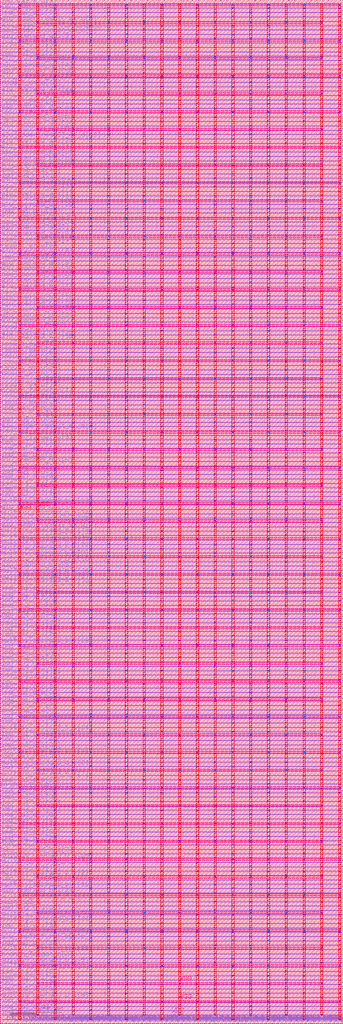
<source format=lef>
VERSION 5.8 ;
BUSBITCHARS "[]" ;
DIVIDERCHAR "/" ;
UNITS
    DATABASE MICRONS 1000 ;
END UNITS

VIA ibex_ex_block_via2_3_1600_480_1_5_320_320
  VIARULE M1M2_PR ;
  CUTSIZE 0.15 0.15 ;
  LAYERS met1 via met2 ;
  CUTSPACING 0.17 0.17 ;
  ENCLOSURE 0.085 0.165 0.055 0.085 ;
  ROWCOL 1 5 ;
END ibex_ex_block_via2_3_1600_480_1_5_320_320

VIA ibex_ex_block_via3_4_1600_480_1_4_400_400
  VIARULE M2M3_PR ;
  CUTSIZE 0.2 0.2 ;
  LAYERS met2 via2 met3 ;
  CUTSPACING 0.2 0.2 ;
  ENCLOSURE 0.04 0.085 0.065 0.065 ;
  ROWCOL 1 4 ;
END ibex_ex_block_via3_4_1600_480_1_4_400_400

VIA ibex_ex_block_via4_5_1600_480_1_4_400_400
  VIARULE M3M4_PR ;
  CUTSIZE 0.2 0.2 ;
  LAYERS met3 via3 met4 ;
  CUTSPACING 0.2 0.2 ;
  ENCLOSURE 0.09 0.06 0.1 0.065 ;
  ROWCOL 1 4 ;
END ibex_ex_block_via4_5_1600_480_1_4_400_400

VIA ibex_ex_block_via5_6_1600_1600_1_1_1600_1600
  VIARULE M4M5_PR ;
  CUTSIZE 0.8 0.8 ;
  LAYERS met4 via4 met5 ;
  CUTSPACING 0.8 0.8 ;
  ENCLOSURE 0.4 0.19 0.31 0.4 ;
END ibex_ex_block_via5_6_1600_1600_1_1_1600_1600

MACRO ibex_ex_block
  FOREIGN ibex_ex_block 0 0 ;
  CLASS BLOCK ;
  SIZE 262.08 BY 782.24 ;
  PIN VDD
    USE POWER ;
    DIRECTION INOUT ;
    PORT
      LAYER met5 ;
        RECT  27.78 764.13 246.5 765.73 ;
        RECT  27.78 736.93 246.5 738.53 ;
        RECT  27.78 709.73 246.5 711.33 ;
        RECT  27.78 682.53 246.5 684.13 ;
        RECT  27.78 655.33 246.5 656.93 ;
        RECT  27.78 628.13 246.5 629.73 ;
        RECT  27.78 600.93 246.5 602.53 ;
        RECT  27.78 573.73 246.5 575.33 ;
        RECT  27.78 546.53 246.5 548.13 ;
        RECT  27.78 519.33 246.5 520.93 ;
        RECT  27.78 492.13 246.5 493.73 ;
        RECT  27.78 464.93 246.5 466.53 ;
        RECT  27.78 437.73 246.5 439.33 ;
        RECT  27.78 410.53 246.5 412.13 ;
        RECT  27.78 383.33 246.5 384.93 ;
        RECT  27.78 356.13 246.5 357.73 ;
        RECT  27.78 328.93 246.5 330.53 ;
        RECT  27.78 301.73 246.5 303.33 ;
        RECT  27.78 274.53 246.5 276.13 ;
        RECT  27.78 247.33 246.5 248.93 ;
        RECT  27.78 220.13 246.5 221.73 ;
        RECT  27.78 192.93 246.5 194.53 ;
        RECT  27.78 165.73 246.5 167.33 ;
        RECT  27.78 138.53 246.5 140.13 ;
        RECT  27.78 111.33 246.5 112.93 ;
        RECT  27.78 84.13 246.5 85.73 ;
        RECT  27.78 56.93 246.5 58.53 ;
        RECT  27.78 29.73 246.5 31.33 ;
      LAYER met4 ;
        RECT  244.9 6.42 246.5 779.46 ;
        RECT  217.76 6.42 219.36 779.46 ;
        RECT  190.62 6.42 192.22 779.46 ;
        RECT  163.48 6.42 165.08 779.46 ;
        RECT  136.34 6.42 137.94 779.46 ;
        RECT  109.2 6.42 110.8 779.46 ;
        RECT  82.06 6.42 83.66 779.46 ;
        RECT  54.92 6.42 56.52 779.46 ;
        RECT  27.78 6.42 29.38 779.46 ;
      LAYER met1 ;
        RECT  1.44 778.98 260.64 779.46 ;
        RECT  1.44 772.32 260.64 772.8 ;
        RECT  1.44 765.66 260.64 766.14 ;
        RECT  1.44 759 260.64 759.48 ;
        RECT  1.44 752.34 260.64 752.82 ;
        RECT  1.44 745.68 260.64 746.16 ;
        RECT  1.44 739.02 260.64 739.5 ;
        RECT  1.44 732.36 260.64 732.84 ;
        RECT  1.44 725.7 260.64 726.18 ;
        RECT  1.44 719.04 260.64 719.52 ;
        RECT  1.44 712.38 260.64 712.86 ;
        RECT  1.44 705.72 260.64 706.2 ;
        RECT  1.44 699.06 260.64 699.54 ;
        RECT  1.44 692.4 260.64 692.88 ;
        RECT  1.44 685.74 260.64 686.22 ;
        RECT  1.44 679.08 260.64 679.56 ;
        RECT  1.44 672.42 260.64 672.9 ;
        RECT  1.44 665.76 260.64 666.24 ;
        RECT  1.44 659.1 260.64 659.58 ;
        RECT  1.44 652.44 260.64 652.92 ;
        RECT  1.44 645.78 260.64 646.26 ;
        RECT  1.44 639.12 260.64 639.6 ;
        RECT  1.44 632.46 260.64 632.94 ;
        RECT  1.44 625.8 260.64 626.28 ;
        RECT  1.44 619.14 260.64 619.62 ;
        RECT  1.44 612.48 260.64 612.96 ;
        RECT  1.44 605.82 260.64 606.3 ;
        RECT  1.44 599.16 260.64 599.64 ;
        RECT  1.44 592.5 260.64 592.98 ;
        RECT  1.44 585.84 260.64 586.32 ;
        RECT  1.44 579.18 260.64 579.66 ;
        RECT  1.44 572.52 260.64 573 ;
        RECT  1.44 565.86 260.64 566.34 ;
        RECT  1.44 559.2 260.64 559.68 ;
        RECT  1.44 552.54 260.64 553.02 ;
        RECT  1.44 545.88 260.64 546.36 ;
        RECT  1.44 539.22 260.64 539.7 ;
        RECT  1.44 532.56 260.64 533.04 ;
        RECT  1.44 525.9 260.64 526.38 ;
        RECT  1.44 519.24 260.64 519.72 ;
        RECT  1.44 512.58 260.64 513.06 ;
        RECT  1.44 505.92 260.64 506.4 ;
        RECT  1.44 499.26 260.64 499.74 ;
        RECT  1.44 492.6 260.64 493.08 ;
        RECT  1.44 485.94 260.64 486.42 ;
        RECT  1.44 479.28 260.64 479.76 ;
        RECT  1.44 472.62 260.64 473.1 ;
        RECT  1.44 465.96 260.64 466.44 ;
        RECT  1.44 459.3 260.64 459.78 ;
        RECT  1.44 452.64 260.64 453.12 ;
        RECT  1.44 445.98 260.64 446.46 ;
        RECT  1.44 439.32 260.64 439.8 ;
        RECT  1.44 432.66 260.64 433.14 ;
        RECT  1.44 426 260.64 426.48 ;
        RECT  1.44 419.34 260.64 419.82 ;
        RECT  1.44 412.68 260.64 413.16 ;
        RECT  1.44 406.02 260.64 406.5 ;
        RECT  1.44 399.36 260.64 399.84 ;
        RECT  1.44 392.7 260.64 393.18 ;
        RECT  1.44 386.04 260.64 386.52 ;
        RECT  1.44 379.38 260.64 379.86 ;
        RECT  1.44 372.72 260.64 373.2 ;
        RECT  1.44 366.06 260.64 366.54 ;
        RECT  1.44 359.4 260.64 359.88 ;
        RECT  1.44 352.74 260.64 353.22 ;
        RECT  1.44 346.08 260.64 346.56 ;
        RECT  1.44 339.42 260.64 339.9 ;
        RECT  1.44 332.76 260.64 333.24 ;
        RECT  1.44 326.1 260.64 326.58 ;
        RECT  1.44 319.44 260.64 319.92 ;
        RECT  1.44 312.78 260.64 313.26 ;
        RECT  1.44 306.12 260.64 306.6 ;
        RECT  1.44 299.46 260.64 299.94 ;
        RECT  1.44 292.8 260.64 293.28 ;
        RECT  1.44 286.14 260.64 286.62 ;
        RECT  1.44 279.48 260.64 279.96 ;
        RECT  1.44 272.82 260.64 273.3 ;
        RECT  1.44 266.16 260.64 266.64 ;
        RECT  1.44 259.5 260.64 259.98 ;
        RECT  1.44 252.84 260.64 253.32 ;
        RECT  1.44 246.18 260.64 246.66 ;
        RECT  1.44 239.52 260.64 240 ;
        RECT  1.44 232.86 260.64 233.34 ;
        RECT  1.44 226.2 260.64 226.68 ;
        RECT  1.44 219.54 260.64 220.02 ;
        RECT  1.44 212.88 260.64 213.36 ;
        RECT  1.44 206.22 260.64 206.7 ;
        RECT  1.44 199.56 260.64 200.04 ;
        RECT  1.44 192.9 260.64 193.38 ;
        RECT  1.44 186.24 260.64 186.72 ;
        RECT  1.44 179.58 260.64 180.06 ;
        RECT  1.44 172.92 260.64 173.4 ;
        RECT  1.44 166.26 260.64 166.74 ;
        RECT  1.44 159.6 260.64 160.08 ;
        RECT  1.44 152.94 260.64 153.42 ;
        RECT  1.44 146.28 260.64 146.76 ;
        RECT  1.44 139.62 260.64 140.1 ;
        RECT  1.44 132.96 260.64 133.44 ;
        RECT  1.44 126.3 260.64 126.78 ;
        RECT  1.44 119.64 260.64 120.12 ;
        RECT  1.44 112.98 260.64 113.46 ;
        RECT  1.44 106.32 260.64 106.8 ;
        RECT  1.44 99.66 260.64 100.14 ;
        RECT  1.44 93 260.64 93.48 ;
        RECT  1.44 86.34 260.64 86.82 ;
        RECT  1.44 79.68 260.64 80.16 ;
        RECT  1.44 73.02 260.64 73.5 ;
        RECT  1.44 66.36 260.64 66.84 ;
        RECT  1.44 59.7 260.64 60.18 ;
        RECT  1.44 53.04 260.64 53.52 ;
        RECT  1.44 46.38 260.64 46.86 ;
        RECT  1.44 39.72 260.64 40.2 ;
        RECT  1.44 33.06 260.64 33.54 ;
        RECT  1.44 26.4 260.64 26.88 ;
        RECT  1.44 19.74 260.64 20.22 ;
        RECT  1.44 13.08 260.64 13.56 ;
        RECT  1.44 6.42 260.64 6.9 ;
      VIA 245.7 764.93 ibex_ex_block_via5_6_1600_1600_1_1_1600_1600 ;
      VIA 245.7 737.73 ibex_ex_block_via5_6_1600_1600_1_1_1600_1600 ;
      VIA 245.7 710.53 ibex_ex_block_via5_6_1600_1600_1_1_1600_1600 ;
      VIA 245.7 683.33 ibex_ex_block_via5_6_1600_1600_1_1_1600_1600 ;
      VIA 245.7 656.13 ibex_ex_block_via5_6_1600_1600_1_1_1600_1600 ;
      VIA 245.7 628.93 ibex_ex_block_via5_6_1600_1600_1_1_1600_1600 ;
      VIA 245.7 601.73 ibex_ex_block_via5_6_1600_1600_1_1_1600_1600 ;
      VIA 245.7 574.53 ibex_ex_block_via5_6_1600_1600_1_1_1600_1600 ;
      VIA 245.7 547.33 ibex_ex_block_via5_6_1600_1600_1_1_1600_1600 ;
      VIA 245.7 520.13 ibex_ex_block_via5_6_1600_1600_1_1_1600_1600 ;
      VIA 245.7 492.93 ibex_ex_block_via5_6_1600_1600_1_1_1600_1600 ;
      VIA 245.7 465.73 ibex_ex_block_via5_6_1600_1600_1_1_1600_1600 ;
      VIA 245.7 438.53 ibex_ex_block_via5_6_1600_1600_1_1_1600_1600 ;
      VIA 245.7 411.33 ibex_ex_block_via5_6_1600_1600_1_1_1600_1600 ;
      VIA 245.7 384.13 ibex_ex_block_via5_6_1600_1600_1_1_1600_1600 ;
      VIA 245.7 356.93 ibex_ex_block_via5_6_1600_1600_1_1_1600_1600 ;
      VIA 245.7 329.73 ibex_ex_block_via5_6_1600_1600_1_1_1600_1600 ;
      VIA 245.7 302.53 ibex_ex_block_via5_6_1600_1600_1_1_1600_1600 ;
      VIA 245.7 275.33 ibex_ex_block_via5_6_1600_1600_1_1_1600_1600 ;
      VIA 245.7 248.13 ibex_ex_block_via5_6_1600_1600_1_1_1600_1600 ;
      VIA 245.7 220.93 ibex_ex_block_via5_6_1600_1600_1_1_1600_1600 ;
      VIA 245.7 193.73 ibex_ex_block_via5_6_1600_1600_1_1_1600_1600 ;
      VIA 245.7 166.53 ibex_ex_block_via5_6_1600_1600_1_1_1600_1600 ;
      VIA 245.7 139.33 ibex_ex_block_via5_6_1600_1600_1_1_1600_1600 ;
      VIA 245.7 112.13 ibex_ex_block_via5_6_1600_1600_1_1_1600_1600 ;
      VIA 245.7 84.93 ibex_ex_block_via5_6_1600_1600_1_1_1600_1600 ;
      VIA 245.7 57.73 ibex_ex_block_via5_6_1600_1600_1_1_1600_1600 ;
      VIA 245.7 30.53 ibex_ex_block_via5_6_1600_1600_1_1_1600_1600 ;
      VIA 218.56 764.93 ibex_ex_block_via5_6_1600_1600_1_1_1600_1600 ;
      VIA 218.56 737.73 ibex_ex_block_via5_6_1600_1600_1_1_1600_1600 ;
      VIA 218.56 710.53 ibex_ex_block_via5_6_1600_1600_1_1_1600_1600 ;
      VIA 218.56 683.33 ibex_ex_block_via5_6_1600_1600_1_1_1600_1600 ;
      VIA 218.56 656.13 ibex_ex_block_via5_6_1600_1600_1_1_1600_1600 ;
      VIA 218.56 628.93 ibex_ex_block_via5_6_1600_1600_1_1_1600_1600 ;
      VIA 218.56 601.73 ibex_ex_block_via5_6_1600_1600_1_1_1600_1600 ;
      VIA 218.56 574.53 ibex_ex_block_via5_6_1600_1600_1_1_1600_1600 ;
      VIA 218.56 547.33 ibex_ex_block_via5_6_1600_1600_1_1_1600_1600 ;
      VIA 218.56 520.13 ibex_ex_block_via5_6_1600_1600_1_1_1600_1600 ;
      VIA 218.56 492.93 ibex_ex_block_via5_6_1600_1600_1_1_1600_1600 ;
      VIA 218.56 465.73 ibex_ex_block_via5_6_1600_1600_1_1_1600_1600 ;
      VIA 218.56 438.53 ibex_ex_block_via5_6_1600_1600_1_1_1600_1600 ;
      VIA 218.56 411.33 ibex_ex_block_via5_6_1600_1600_1_1_1600_1600 ;
      VIA 218.56 384.13 ibex_ex_block_via5_6_1600_1600_1_1_1600_1600 ;
      VIA 218.56 356.93 ibex_ex_block_via5_6_1600_1600_1_1_1600_1600 ;
      VIA 218.56 329.73 ibex_ex_block_via5_6_1600_1600_1_1_1600_1600 ;
      VIA 218.56 302.53 ibex_ex_block_via5_6_1600_1600_1_1_1600_1600 ;
      VIA 218.56 275.33 ibex_ex_block_via5_6_1600_1600_1_1_1600_1600 ;
      VIA 218.56 248.13 ibex_ex_block_via5_6_1600_1600_1_1_1600_1600 ;
      VIA 218.56 220.93 ibex_ex_block_via5_6_1600_1600_1_1_1600_1600 ;
      VIA 218.56 193.73 ibex_ex_block_via5_6_1600_1600_1_1_1600_1600 ;
      VIA 218.56 166.53 ibex_ex_block_via5_6_1600_1600_1_1_1600_1600 ;
      VIA 218.56 139.33 ibex_ex_block_via5_6_1600_1600_1_1_1600_1600 ;
      VIA 218.56 112.13 ibex_ex_block_via5_6_1600_1600_1_1_1600_1600 ;
      VIA 218.56 84.93 ibex_ex_block_via5_6_1600_1600_1_1_1600_1600 ;
      VIA 218.56 57.73 ibex_ex_block_via5_6_1600_1600_1_1_1600_1600 ;
      VIA 218.56 30.53 ibex_ex_block_via5_6_1600_1600_1_1_1600_1600 ;
      VIA 191.42 764.93 ibex_ex_block_via5_6_1600_1600_1_1_1600_1600 ;
      VIA 191.42 737.73 ibex_ex_block_via5_6_1600_1600_1_1_1600_1600 ;
      VIA 191.42 710.53 ibex_ex_block_via5_6_1600_1600_1_1_1600_1600 ;
      VIA 191.42 683.33 ibex_ex_block_via5_6_1600_1600_1_1_1600_1600 ;
      VIA 191.42 656.13 ibex_ex_block_via5_6_1600_1600_1_1_1600_1600 ;
      VIA 191.42 628.93 ibex_ex_block_via5_6_1600_1600_1_1_1600_1600 ;
      VIA 191.42 601.73 ibex_ex_block_via5_6_1600_1600_1_1_1600_1600 ;
      VIA 191.42 574.53 ibex_ex_block_via5_6_1600_1600_1_1_1600_1600 ;
      VIA 191.42 547.33 ibex_ex_block_via5_6_1600_1600_1_1_1600_1600 ;
      VIA 191.42 520.13 ibex_ex_block_via5_6_1600_1600_1_1_1600_1600 ;
      VIA 191.42 492.93 ibex_ex_block_via5_6_1600_1600_1_1_1600_1600 ;
      VIA 191.42 465.73 ibex_ex_block_via5_6_1600_1600_1_1_1600_1600 ;
      VIA 191.42 438.53 ibex_ex_block_via5_6_1600_1600_1_1_1600_1600 ;
      VIA 191.42 411.33 ibex_ex_block_via5_6_1600_1600_1_1_1600_1600 ;
      VIA 191.42 384.13 ibex_ex_block_via5_6_1600_1600_1_1_1600_1600 ;
      VIA 191.42 356.93 ibex_ex_block_via5_6_1600_1600_1_1_1600_1600 ;
      VIA 191.42 329.73 ibex_ex_block_via5_6_1600_1600_1_1_1600_1600 ;
      VIA 191.42 302.53 ibex_ex_block_via5_6_1600_1600_1_1_1600_1600 ;
      VIA 191.42 275.33 ibex_ex_block_via5_6_1600_1600_1_1_1600_1600 ;
      VIA 191.42 248.13 ibex_ex_block_via5_6_1600_1600_1_1_1600_1600 ;
      VIA 191.42 220.93 ibex_ex_block_via5_6_1600_1600_1_1_1600_1600 ;
      VIA 191.42 193.73 ibex_ex_block_via5_6_1600_1600_1_1_1600_1600 ;
      VIA 191.42 166.53 ibex_ex_block_via5_6_1600_1600_1_1_1600_1600 ;
      VIA 191.42 139.33 ibex_ex_block_via5_6_1600_1600_1_1_1600_1600 ;
      VIA 191.42 112.13 ibex_ex_block_via5_6_1600_1600_1_1_1600_1600 ;
      VIA 191.42 84.93 ibex_ex_block_via5_6_1600_1600_1_1_1600_1600 ;
      VIA 191.42 57.73 ibex_ex_block_via5_6_1600_1600_1_1_1600_1600 ;
      VIA 191.42 30.53 ibex_ex_block_via5_6_1600_1600_1_1_1600_1600 ;
      VIA 164.28 764.93 ibex_ex_block_via5_6_1600_1600_1_1_1600_1600 ;
      VIA 164.28 737.73 ibex_ex_block_via5_6_1600_1600_1_1_1600_1600 ;
      VIA 164.28 710.53 ibex_ex_block_via5_6_1600_1600_1_1_1600_1600 ;
      VIA 164.28 683.33 ibex_ex_block_via5_6_1600_1600_1_1_1600_1600 ;
      VIA 164.28 656.13 ibex_ex_block_via5_6_1600_1600_1_1_1600_1600 ;
      VIA 164.28 628.93 ibex_ex_block_via5_6_1600_1600_1_1_1600_1600 ;
      VIA 164.28 601.73 ibex_ex_block_via5_6_1600_1600_1_1_1600_1600 ;
      VIA 164.28 574.53 ibex_ex_block_via5_6_1600_1600_1_1_1600_1600 ;
      VIA 164.28 547.33 ibex_ex_block_via5_6_1600_1600_1_1_1600_1600 ;
      VIA 164.28 520.13 ibex_ex_block_via5_6_1600_1600_1_1_1600_1600 ;
      VIA 164.28 492.93 ibex_ex_block_via5_6_1600_1600_1_1_1600_1600 ;
      VIA 164.28 465.73 ibex_ex_block_via5_6_1600_1600_1_1_1600_1600 ;
      VIA 164.28 438.53 ibex_ex_block_via5_6_1600_1600_1_1_1600_1600 ;
      VIA 164.28 411.33 ibex_ex_block_via5_6_1600_1600_1_1_1600_1600 ;
      VIA 164.28 384.13 ibex_ex_block_via5_6_1600_1600_1_1_1600_1600 ;
      VIA 164.28 356.93 ibex_ex_block_via5_6_1600_1600_1_1_1600_1600 ;
      VIA 164.28 329.73 ibex_ex_block_via5_6_1600_1600_1_1_1600_1600 ;
      VIA 164.28 302.53 ibex_ex_block_via5_6_1600_1600_1_1_1600_1600 ;
      VIA 164.28 275.33 ibex_ex_block_via5_6_1600_1600_1_1_1600_1600 ;
      VIA 164.28 248.13 ibex_ex_block_via5_6_1600_1600_1_1_1600_1600 ;
      VIA 164.28 220.93 ibex_ex_block_via5_6_1600_1600_1_1_1600_1600 ;
      VIA 164.28 193.73 ibex_ex_block_via5_6_1600_1600_1_1_1600_1600 ;
      VIA 164.28 166.53 ibex_ex_block_via5_6_1600_1600_1_1_1600_1600 ;
      VIA 164.28 139.33 ibex_ex_block_via5_6_1600_1600_1_1_1600_1600 ;
      VIA 164.28 112.13 ibex_ex_block_via5_6_1600_1600_1_1_1600_1600 ;
      VIA 164.28 84.93 ibex_ex_block_via5_6_1600_1600_1_1_1600_1600 ;
      VIA 164.28 57.73 ibex_ex_block_via5_6_1600_1600_1_1_1600_1600 ;
      VIA 164.28 30.53 ibex_ex_block_via5_6_1600_1600_1_1_1600_1600 ;
      VIA 137.14 764.93 ibex_ex_block_via5_6_1600_1600_1_1_1600_1600 ;
      VIA 137.14 737.73 ibex_ex_block_via5_6_1600_1600_1_1_1600_1600 ;
      VIA 137.14 710.53 ibex_ex_block_via5_6_1600_1600_1_1_1600_1600 ;
      VIA 137.14 683.33 ibex_ex_block_via5_6_1600_1600_1_1_1600_1600 ;
      VIA 137.14 656.13 ibex_ex_block_via5_6_1600_1600_1_1_1600_1600 ;
      VIA 137.14 628.93 ibex_ex_block_via5_6_1600_1600_1_1_1600_1600 ;
      VIA 137.14 601.73 ibex_ex_block_via5_6_1600_1600_1_1_1600_1600 ;
      VIA 137.14 574.53 ibex_ex_block_via5_6_1600_1600_1_1_1600_1600 ;
      VIA 137.14 547.33 ibex_ex_block_via5_6_1600_1600_1_1_1600_1600 ;
      VIA 137.14 520.13 ibex_ex_block_via5_6_1600_1600_1_1_1600_1600 ;
      VIA 137.14 492.93 ibex_ex_block_via5_6_1600_1600_1_1_1600_1600 ;
      VIA 137.14 465.73 ibex_ex_block_via5_6_1600_1600_1_1_1600_1600 ;
      VIA 137.14 438.53 ibex_ex_block_via5_6_1600_1600_1_1_1600_1600 ;
      VIA 137.14 411.33 ibex_ex_block_via5_6_1600_1600_1_1_1600_1600 ;
      VIA 137.14 384.13 ibex_ex_block_via5_6_1600_1600_1_1_1600_1600 ;
      VIA 137.14 356.93 ibex_ex_block_via5_6_1600_1600_1_1_1600_1600 ;
      VIA 137.14 329.73 ibex_ex_block_via5_6_1600_1600_1_1_1600_1600 ;
      VIA 137.14 302.53 ibex_ex_block_via5_6_1600_1600_1_1_1600_1600 ;
      VIA 137.14 275.33 ibex_ex_block_via5_6_1600_1600_1_1_1600_1600 ;
      VIA 137.14 248.13 ibex_ex_block_via5_6_1600_1600_1_1_1600_1600 ;
      VIA 137.14 220.93 ibex_ex_block_via5_6_1600_1600_1_1_1600_1600 ;
      VIA 137.14 193.73 ibex_ex_block_via5_6_1600_1600_1_1_1600_1600 ;
      VIA 137.14 166.53 ibex_ex_block_via5_6_1600_1600_1_1_1600_1600 ;
      VIA 137.14 139.33 ibex_ex_block_via5_6_1600_1600_1_1_1600_1600 ;
      VIA 137.14 112.13 ibex_ex_block_via5_6_1600_1600_1_1_1600_1600 ;
      VIA 137.14 84.93 ibex_ex_block_via5_6_1600_1600_1_1_1600_1600 ;
      VIA 137.14 57.73 ibex_ex_block_via5_6_1600_1600_1_1_1600_1600 ;
      VIA 137.14 30.53 ibex_ex_block_via5_6_1600_1600_1_1_1600_1600 ;
      VIA 110 764.93 ibex_ex_block_via5_6_1600_1600_1_1_1600_1600 ;
      VIA 110 737.73 ibex_ex_block_via5_6_1600_1600_1_1_1600_1600 ;
      VIA 110 710.53 ibex_ex_block_via5_6_1600_1600_1_1_1600_1600 ;
      VIA 110 683.33 ibex_ex_block_via5_6_1600_1600_1_1_1600_1600 ;
      VIA 110 656.13 ibex_ex_block_via5_6_1600_1600_1_1_1600_1600 ;
      VIA 110 628.93 ibex_ex_block_via5_6_1600_1600_1_1_1600_1600 ;
      VIA 110 601.73 ibex_ex_block_via5_6_1600_1600_1_1_1600_1600 ;
      VIA 110 574.53 ibex_ex_block_via5_6_1600_1600_1_1_1600_1600 ;
      VIA 110 547.33 ibex_ex_block_via5_6_1600_1600_1_1_1600_1600 ;
      VIA 110 520.13 ibex_ex_block_via5_6_1600_1600_1_1_1600_1600 ;
      VIA 110 492.93 ibex_ex_block_via5_6_1600_1600_1_1_1600_1600 ;
      VIA 110 465.73 ibex_ex_block_via5_6_1600_1600_1_1_1600_1600 ;
      VIA 110 438.53 ibex_ex_block_via5_6_1600_1600_1_1_1600_1600 ;
      VIA 110 411.33 ibex_ex_block_via5_6_1600_1600_1_1_1600_1600 ;
      VIA 110 384.13 ibex_ex_block_via5_6_1600_1600_1_1_1600_1600 ;
      VIA 110 356.93 ibex_ex_block_via5_6_1600_1600_1_1_1600_1600 ;
      VIA 110 329.73 ibex_ex_block_via5_6_1600_1600_1_1_1600_1600 ;
      VIA 110 302.53 ibex_ex_block_via5_6_1600_1600_1_1_1600_1600 ;
      VIA 110 275.33 ibex_ex_block_via5_6_1600_1600_1_1_1600_1600 ;
      VIA 110 248.13 ibex_ex_block_via5_6_1600_1600_1_1_1600_1600 ;
      VIA 110 220.93 ibex_ex_block_via5_6_1600_1600_1_1_1600_1600 ;
      VIA 110 193.73 ibex_ex_block_via5_6_1600_1600_1_1_1600_1600 ;
      VIA 110 166.53 ibex_ex_block_via5_6_1600_1600_1_1_1600_1600 ;
      VIA 110 139.33 ibex_ex_block_via5_6_1600_1600_1_1_1600_1600 ;
      VIA 110 112.13 ibex_ex_block_via5_6_1600_1600_1_1_1600_1600 ;
      VIA 110 84.93 ibex_ex_block_via5_6_1600_1600_1_1_1600_1600 ;
      VIA 110 57.73 ibex_ex_block_via5_6_1600_1600_1_1_1600_1600 ;
      VIA 110 30.53 ibex_ex_block_via5_6_1600_1600_1_1_1600_1600 ;
      VIA 82.86 764.93 ibex_ex_block_via5_6_1600_1600_1_1_1600_1600 ;
      VIA 82.86 737.73 ibex_ex_block_via5_6_1600_1600_1_1_1600_1600 ;
      VIA 82.86 710.53 ibex_ex_block_via5_6_1600_1600_1_1_1600_1600 ;
      VIA 82.86 683.33 ibex_ex_block_via5_6_1600_1600_1_1_1600_1600 ;
      VIA 82.86 656.13 ibex_ex_block_via5_6_1600_1600_1_1_1600_1600 ;
      VIA 82.86 628.93 ibex_ex_block_via5_6_1600_1600_1_1_1600_1600 ;
      VIA 82.86 601.73 ibex_ex_block_via5_6_1600_1600_1_1_1600_1600 ;
      VIA 82.86 574.53 ibex_ex_block_via5_6_1600_1600_1_1_1600_1600 ;
      VIA 82.86 547.33 ibex_ex_block_via5_6_1600_1600_1_1_1600_1600 ;
      VIA 82.86 520.13 ibex_ex_block_via5_6_1600_1600_1_1_1600_1600 ;
      VIA 82.86 492.93 ibex_ex_block_via5_6_1600_1600_1_1_1600_1600 ;
      VIA 82.86 465.73 ibex_ex_block_via5_6_1600_1600_1_1_1600_1600 ;
      VIA 82.86 438.53 ibex_ex_block_via5_6_1600_1600_1_1_1600_1600 ;
      VIA 82.86 411.33 ibex_ex_block_via5_6_1600_1600_1_1_1600_1600 ;
      VIA 82.86 384.13 ibex_ex_block_via5_6_1600_1600_1_1_1600_1600 ;
      VIA 82.86 356.93 ibex_ex_block_via5_6_1600_1600_1_1_1600_1600 ;
      VIA 82.86 329.73 ibex_ex_block_via5_6_1600_1600_1_1_1600_1600 ;
      VIA 82.86 302.53 ibex_ex_block_via5_6_1600_1600_1_1_1600_1600 ;
      VIA 82.86 275.33 ibex_ex_block_via5_6_1600_1600_1_1_1600_1600 ;
      VIA 82.86 248.13 ibex_ex_block_via5_6_1600_1600_1_1_1600_1600 ;
      VIA 82.86 220.93 ibex_ex_block_via5_6_1600_1600_1_1_1600_1600 ;
      VIA 82.86 193.73 ibex_ex_block_via5_6_1600_1600_1_1_1600_1600 ;
      VIA 82.86 166.53 ibex_ex_block_via5_6_1600_1600_1_1_1600_1600 ;
      VIA 82.86 139.33 ibex_ex_block_via5_6_1600_1600_1_1_1600_1600 ;
      VIA 82.86 112.13 ibex_ex_block_via5_6_1600_1600_1_1_1600_1600 ;
      VIA 82.86 84.93 ibex_ex_block_via5_6_1600_1600_1_1_1600_1600 ;
      VIA 82.86 57.73 ibex_ex_block_via5_6_1600_1600_1_1_1600_1600 ;
      VIA 82.86 30.53 ibex_ex_block_via5_6_1600_1600_1_1_1600_1600 ;
      VIA 55.72 764.93 ibex_ex_block_via5_6_1600_1600_1_1_1600_1600 ;
      VIA 55.72 737.73 ibex_ex_block_via5_6_1600_1600_1_1_1600_1600 ;
      VIA 55.72 710.53 ibex_ex_block_via5_6_1600_1600_1_1_1600_1600 ;
      VIA 55.72 683.33 ibex_ex_block_via5_6_1600_1600_1_1_1600_1600 ;
      VIA 55.72 656.13 ibex_ex_block_via5_6_1600_1600_1_1_1600_1600 ;
      VIA 55.72 628.93 ibex_ex_block_via5_6_1600_1600_1_1_1600_1600 ;
      VIA 55.72 601.73 ibex_ex_block_via5_6_1600_1600_1_1_1600_1600 ;
      VIA 55.72 574.53 ibex_ex_block_via5_6_1600_1600_1_1_1600_1600 ;
      VIA 55.72 547.33 ibex_ex_block_via5_6_1600_1600_1_1_1600_1600 ;
      VIA 55.72 520.13 ibex_ex_block_via5_6_1600_1600_1_1_1600_1600 ;
      VIA 55.72 492.93 ibex_ex_block_via5_6_1600_1600_1_1_1600_1600 ;
      VIA 55.72 465.73 ibex_ex_block_via5_6_1600_1600_1_1_1600_1600 ;
      VIA 55.72 438.53 ibex_ex_block_via5_6_1600_1600_1_1_1600_1600 ;
      VIA 55.72 411.33 ibex_ex_block_via5_6_1600_1600_1_1_1600_1600 ;
      VIA 55.72 384.13 ibex_ex_block_via5_6_1600_1600_1_1_1600_1600 ;
      VIA 55.72 356.93 ibex_ex_block_via5_6_1600_1600_1_1_1600_1600 ;
      VIA 55.72 329.73 ibex_ex_block_via5_6_1600_1600_1_1_1600_1600 ;
      VIA 55.72 302.53 ibex_ex_block_via5_6_1600_1600_1_1_1600_1600 ;
      VIA 55.72 275.33 ibex_ex_block_via5_6_1600_1600_1_1_1600_1600 ;
      VIA 55.72 248.13 ibex_ex_block_via5_6_1600_1600_1_1_1600_1600 ;
      VIA 55.72 220.93 ibex_ex_block_via5_6_1600_1600_1_1_1600_1600 ;
      VIA 55.72 193.73 ibex_ex_block_via5_6_1600_1600_1_1_1600_1600 ;
      VIA 55.72 166.53 ibex_ex_block_via5_6_1600_1600_1_1_1600_1600 ;
      VIA 55.72 139.33 ibex_ex_block_via5_6_1600_1600_1_1_1600_1600 ;
      VIA 55.72 112.13 ibex_ex_block_via5_6_1600_1600_1_1_1600_1600 ;
      VIA 55.72 84.93 ibex_ex_block_via5_6_1600_1600_1_1_1600_1600 ;
      VIA 55.72 57.73 ibex_ex_block_via5_6_1600_1600_1_1_1600_1600 ;
      VIA 55.72 30.53 ibex_ex_block_via5_6_1600_1600_1_1_1600_1600 ;
      VIA 28.58 764.93 ibex_ex_block_via5_6_1600_1600_1_1_1600_1600 ;
      VIA 28.58 737.73 ibex_ex_block_via5_6_1600_1600_1_1_1600_1600 ;
      VIA 28.58 710.53 ibex_ex_block_via5_6_1600_1600_1_1_1600_1600 ;
      VIA 28.58 683.33 ibex_ex_block_via5_6_1600_1600_1_1_1600_1600 ;
      VIA 28.58 656.13 ibex_ex_block_via5_6_1600_1600_1_1_1600_1600 ;
      VIA 28.58 628.93 ibex_ex_block_via5_6_1600_1600_1_1_1600_1600 ;
      VIA 28.58 601.73 ibex_ex_block_via5_6_1600_1600_1_1_1600_1600 ;
      VIA 28.58 574.53 ibex_ex_block_via5_6_1600_1600_1_1_1600_1600 ;
      VIA 28.58 547.33 ibex_ex_block_via5_6_1600_1600_1_1_1600_1600 ;
      VIA 28.58 520.13 ibex_ex_block_via5_6_1600_1600_1_1_1600_1600 ;
      VIA 28.58 492.93 ibex_ex_block_via5_6_1600_1600_1_1_1600_1600 ;
      VIA 28.58 465.73 ibex_ex_block_via5_6_1600_1600_1_1_1600_1600 ;
      VIA 28.58 438.53 ibex_ex_block_via5_6_1600_1600_1_1_1600_1600 ;
      VIA 28.58 411.33 ibex_ex_block_via5_6_1600_1600_1_1_1600_1600 ;
      VIA 28.58 384.13 ibex_ex_block_via5_6_1600_1600_1_1_1600_1600 ;
      VIA 28.58 356.93 ibex_ex_block_via5_6_1600_1600_1_1_1600_1600 ;
      VIA 28.58 329.73 ibex_ex_block_via5_6_1600_1600_1_1_1600_1600 ;
      VIA 28.58 302.53 ibex_ex_block_via5_6_1600_1600_1_1_1600_1600 ;
      VIA 28.58 275.33 ibex_ex_block_via5_6_1600_1600_1_1_1600_1600 ;
      VIA 28.58 248.13 ibex_ex_block_via5_6_1600_1600_1_1_1600_1600 ;
      VIA 28.58 220.93 ibex_ex_block_via5_6_1600_1600_1_1_1600_1600 ;
      VIA 28.58 193.73 ibex_ex_block_via5_6_1600_1600_1_1_1600_1600 ;
      VIA 28.58 166.53 ibex_ex_block_via5_6_1600_1600_1_1_1600_1600 ;
      VIA 28.58 139.33 ibex_ex_block_via5_6_1600_1600_1_1_1600_1600 ;
      VIA 28.58 112.13 ibex_ex_block_via5_6_1600_1600_1_1_1600_1600 ;
      VIA 28.58 84.93 ibex_ex_block_via5_6_1600_1600_1_1_1600_1600 ;
      VIA 28.58 57.73 ibex_ex_block_via5_6_1600_1600_1_1_1600_1600 ;
      VIA 28.58 30.53 ibex_ex_block_via5_6_1600_1600_1_1_1600_1600 ;
      LAYER met3 ;
        RECT  244.91 779.055 246.49 779.385 ;
      VIA 245.7 779.22 ibex_ex_block_via4_5_1600_480_1_4_400_400 ;
      LAYER met2 ;
        RECT  244.93 779.035 246.47 779.405 ;
      VIA 245.7 779.22 ibex_ex_block_via3_4_1600_480_1_4_400_400 ;
      VIA 245.7 779.22 ibex_ex_block_via2_3_1600_480_1_5_320_320 ;
      LAYER met3 ;
        RECT  244.91 772.395 246.49 772.725 ;
      VIA 245.7 772.56 ibex_ex_block_via4_5_1600_480_1_4_400_400 ;
      LAYER met2 ;
        RECT  244.93 772.375 246.47 772.745 ;
      VIA 245.7 772.56 ibex_ex_block_via3_4_1600_480_1_4_400_400 ;
      VIA 245.7 772.56 ibex_ex_block_via2_3_1600_480_1_5_320_320 ;
      LAYER met3 ;
        RECT  244.91 765.735 246.49 766.065 ;
      VIA 245.7 765.9 ibex_ex_block_via4_5_1600_480_1_4_400_400 ;
      LAYER met2 ;
        RECT  244.93 765.715 246.47 766.085 ;
      VIA 245.7 765.9 ibex_ex_block_via3_4_1600_480_1_4_400_400 ;
      VIA 245.7 765.9 ibex_ex_block_via2_3_1600_480_1_5_320_320 ;
      LAYER met3 ;
        RECT  244.91 759.075 246.49 759.405 ;
      VIA 245.7 759.24 ibex_ex_block_via4_5_1600_480_1_4_400_400 ;
      LAYER met2 ;
        RECT  244.93 759.055 246.47 759.425 ;
      VIA 245.7 759.24 ibex_ex_block_via3_4_1600_480_1_4_400_400 ;
      VIA 245.7 759.24 ibex_ex_block_via2_3_1600_480_1_5_320_320 ;
      LAYER met3 ;
        RECT  244.91 752.415 246.49 752.745 ;
      VIA 245.7 752.58 ibex_ex_block_via4_5_1600_480_1_4_400_400 ;
      LAYER met2 ;
        RECT  244.93 752.395 246.47 752.765 ;
      VIA 245.7 752.58 ibex_ex_block_via3_4_1600_480_1_4_400_400 ;
      VIA 245.7 752.58 ibex_ex_block_via2_3_1600_480_1_5_320_320 ;
      LAYER met3 ;
        RECT  244.91 745.755 246.49 746.085 ;
      VIA 245.7 745.92 ibex_ex_block_via4_5_1600_480_1_4_400_400 ;
      LAYER met2 ;
        RECT  244.93 745.735 246.47 746.105 ;
      VIA 245.7 745.92 ibex_ex_block_via3_4_1600_480_1_4_400_400 ;
      VIA 245.7 745.92 ibex_ex_block_via2_3_1600_480_1_5_320_320 ;
      LAYER met3 ;
        RECT  244.91 739.095 246.49 739.425 ;
      VIA 245.7 739.26 ibex_ex_block_via4_5_1600_480_1_4_400_400 ;
      LAYER met2 ;
        RECT  244.93 739.075 246.47 739.445 ;
      VIA 245.7 739.26 ibex_ex_block_via3_4_1600_480_1_4_400_400 ;
      VIA 245.7 739.26 ibex_ex_block_via2_3_1600_480_1_5_320_320 ;
      LAYER met3 ;
        RECT  244.91 732.435 246.49 732.765 ;
      VIA 245.7 732.6 ibex_ex_block_via4_5_1600_480_1_4_400_400 ;
      LAYER met2 ;
        RECT  244.93 732.415 246.47 732.785 ;
      VIA 245.7 732.6 ibex_ex_block_via3_4_1600_480_1_4_400_400 ;
      VIA 245.7 732.6 ibex_ex_block_via2_3_1600_480_1_5_320_320 ;
      LAYER met3 ;
        RECT  244.91 725.775 246.49 726.105 ;
      VIA 245.7 725.94 ibex_ex_block_via4_5_1600_480_1_4_400_400 ;
      LAYER met2 ;
        RECT  244.93 725.755 246.47 726.125 ;
      VIA 245.7 725.94 ibex_ex_block_via3_4_1600_480_1_4_400_400 ;
      VIA 245.7 725.94 ibex_ex_block_via2_3_1600_480_1_5_320_320 ;
      LAYER met3 ;
        RECT  244.91 719.115 246.49 719.445 ;
      VIA 245.7 719.28 ibex_ex_block_via4_5_1600_480_1_4_400_400 ;
      LAYER met2 ;
        RECT  244.93 719.095 246.47 719.465 ;
      VIA 245.7 719.28 ibex_ex_block_via3_4_1600_480_1_4_400_400 ;
      VIA 245.7 719.28 ibex_ex_block_via2_3_1600_480_1_5_320_320 ;
      LAYER met3 ;
        RECT  244.91 712.455 246.49 712.785 ;
      VIA 245.7 712.62 ibex_ex_block_via4_5_1600_480_1_4_400_400 ;
      LAYER met2 ;
        RECT  244.93 712.435 246.47 712.805 ;
      VIA 245.7 712.62 ibex_ex_block_via3_4_1600_480_1_4_400_400 ;
      VIA 245.7 712.62 ibex_ex_block_via2_3_1600_480_1_5_320_320 ;
      LAYER met3 ;
        RECT  244.91 705.795 246.49 706.125 ;
      VIA 245.7 705.96 ibex_ex_block_via4_5_1600_480_1_4_400_400 ;
      LAYER met2 ;
        RECT  244.93 705.775 246.47 706.145 ;
      VIA 245.7 705.96 ibex_ex_block_via3_4_1600_480_1_4_400_400 ;
      VIA 245.7 705.96 ibex_ex_block_via2_3_1600_480_1_5_320_320 ;
      LAYER met3 ;
        RECT  244.91 699.135 246.49 699.465 ;
      VIA 245.7 699.3 ibex_ex_block_via4_5_1600_480_1_4_400_400 ;
      LAYER met2 ;
        RECT  244.93 699.115 246.47 699.485 ;
      VIA 245.7 699.3 ibex_ex_block_via3_4_1600_480_1_4_400_400 ;
      VIA 245.7 699.3 ibex_ex_block_via2_3_1600_480_1_5_320_320 ;
      LAYER met3 ;
        RECT  244.91 692.475 246.49 692.805 ;
      VIA 245.7 692.64 ibex_ex_block_via4_5_1600_480_1_4_400_400 ;
      LAYER met2 ;
        RECT  244.93 692.455 246.47 692.825 ;
      VIA 245.7 692.64 ibex_ex_block_via3_4_1600_480_1_4_400_400 ;
      VIA 245.7 692.64 ibex_ex_block_via2_3_1600_480_1_5_320_320 ;
      LAYER met3 ;
        RECT  244.91 685.815 246.49 686.145 ;
      VIA 245.7 685.98 ibex_ex_block_via4_5_1600_480_1_4_400_400 ;
      LAYER met2 ;
        RECT  244.93 685.795 246.47 686.165 ;
      VIA 245.7 685.98 ibex_ex_block_via3_4_1600_480_1_4_400_400 ;
      VIA 245.7 685.98 ibex_ex_block_via2_3_1600_480_1_5_320_320 ;
      LAYER met3 ;
        RECT  244.91 679.155 246.49 679.485 ;
      VIA 245.7 679.32 ibex_ex_block_via4_5_1600_480_1_4_400_400 ;
      LAYER met2 ;
        RECT  244.93 679.135 246.47 679.505 ;
      VIA 245.7 679.32 ibex_ex_block_via3_4_1600_480_1_4_400_400 ;
      VIA 245.7 679.32 ibex_ex_block_via2_3_1600_480_1_5_320_320 ;
      LAYER met3 ;
        RECT  244.91 672.495 246.49 672.825 ;
      VIA 245.7 672.66 ibex_ex_block_via4_5_1600_480_1_4_400_400 ;
      LAYER met2 ;
        RECT  244.93 672.475 246.47 672.845 ;
      VIA 245.7 672.66 ibex_ex_block_via3_4_1600_480_1_4_400_400 ;
      VIA 245.7 672.66 ibex_ex_block_via2_3_1600_480_1_5_320_320 ;
      LAYER met3 ;
        RECT  244.91 665.835 246.49 666.165 ;
      VIA 245.7 666 ibex_ex_block_via4_5_1600_480_1_4_400_400 ;
      LAYER met2 ;
        RECT  244.93 665.815 246.47 666.185 ;
      VIA 245.7 666 ibex_ex_block_via3_4_1600_480_1_4_400_400 ;
      VIA 245.7 666 ibex_ex_block_via2_3_1600_480_1_5_320_320 ;
      LAYER met3 ;
        RECT  244.91 659.175 246.49 659.505 ;
      VIA 245.7 659.34 ibex_ex_block_via4_5_1600_480_1_4_400_400 ;
      LAYER met2 ;
        RECT  244.93 659.155 246.47 659.525 ;
      VIA 245.7 659.34 ibex_ex_block_via3_4_1600_480_1_4_400_400 ;
      VIA 245.7 659.34 ibex_ex_block_via2_3_1600_480_1_5_320_320 ;
      LAYER met3 ;
        RECT  244.91 652.515 246.49 652.845 ;
      VIA 245.7 652.68 ibex_ex_block_via4_5_1600_480_1_4_400_400 ;
      LAYER met2 ;
        RECT  244.93 652.495 246.47 652.865 ;
      VIA 245.7 652.68 ibex_ex_block_via3_4_1600_480_1_4_400_400 ;
      VIA 245.7 652.68 ibex_ex_block_via2_3_1600_480_1_5_320_320 ;
      LAYER met3 ;
        RECT  244.91 645.855 246.49 646.185 ;
      VIA 245.7 646.02 ibex_ex_block_via4_5_1600_480_1_4_400_400 ;
      LAYER met2 ;
        RECT  244.93 645.835 246.47 646.205 ;
      VIA 245.7 646.02 ibex_ex_block_via3_4_1600_480_1_4_400_400 ;
      VIA 245.7 646.02 ibex_ex_block_via2_3_1600_480_1_5_320_320 ;
      LAYER met3 ;
        RECT  244.91 639.195 246.49 639.525 ;
      VIA 245.7 639.36 ibex_ex_block_via4_5_1600_480_1_4_400_400 ;
      LAYER met2 ;
        RECT  244.93 639.175 246.47 639.545 ;
      VIA 245.7 639.36 ibex_ex_block_via3_4_1600_480_1_4_400_400 ;
      VIA 245.7 639.36 ibex_ex_block_via2_3_1600_480_1_5_320_320 ;
      LAYER met3 ;
        RECT  244.91 632.535 246.49 632.865 ;
      VIA 245.7 632.7 ibex_ex_block_via4_5_1600_480_1_4_400_400 ;
      LAYER met2 ;
        RECT  244.93 632.515 246.47 632.885 ;
      VIA 245.7 632.7 ibex_ex_block_via3_4_1600_480_1_4_400_400 ;
      VIA 245.7 632.7 ibex_ex_block_via2_3_1600_480_1_5_320_320 ;
      LAYER met3 ;
        RECT  244.91 625.875 246.49 626.205 ;
      VIA 245.7 626.04 ibex_ex_block_via4_5_1600_480_1_4_400_400 ;
      LAYER met2 ;
        RECT  244.93 625.855 246.47 626.225 ;
      VIA 245.7 626.04 ibex_ex_block_via3_4_1600_480_1_4_400_400 ;
      VIA 245.7 626.04 ibex_ex_block_via2_3_1600_480_1_5_320_320 ;
      LAYER met3 ;
        RECT  244.91 619.215 246.49 619.545 ;
      VIA 245.7 619.38 ibex_ex_block_via4_5_1600_480_1_4_400_400 ;
      LAYER met2 ;
        RECT  244.93 619.195 246.47 619.565 ;
      VIA 245.7 619.38 ibex_ex_block_via3_4_1600_480_1_4_400_400 ;
      VIA 245.7 619.38 ibex_ex_block_via2_3_1600_480_1_5_320_320 ;
      LAYER met3 ;
        RECT  244.91 612.555 246.49 612.885 ;
      VIA 245.7 612.72 ibex_ex_block_via4_5_1600_480_1_4_400_400 ;
      LAYER met2 ;
        RECT  244.93 612.535 246.47 612.905 ;
      VIA 245.7 612.72 ibex_ex_block_via3_4_1600_480_1_4_400_400 ;
      VIA 245.7 612.72 ibex_ex_block_via2_3_1600_480_1_5_320_320 ;
      LAYER met3 ;
        RECT  244.91 605.895 246.49 606.225 ;
      VIA 245.7 606.06 ibex_ex_block_via4_5_1600_480_1_4_400_400 ;
      LAYER met2 ;
        RECT  244.93 605.875 246.47 606.245 ;
      VIA 245.7 606.06 ibex_ex_block_via3_4_1600_480_1_4_400_400 ;
      VIA 245.7 606.06 ibex_ex_block_via2_3_1600_480_1_5_320_320 ;
      LAYER met3 ;
        RECT  244.91 599.235 246.49 599.565 ;
      VIA 245.7 599.4 ibex_ex_block_via4_5_1600_480_1_4_400_400 ;
      LAYER met2 ;
        RECT  244.93 599.215 246.47 599.585 ;
      VIA 245.7 599.4 ibex_ex_block_via3_4_1600_480_1_4_400_400 ;
      VIA 245.7 599.4 ibex_ex_block_via2_3_1600_480_1_5_320_320 ;
      LAYER met3 ;
        RECT  244.91 592.575 246.49 592.905 ;
      VIA 245.7 592.74 ibex_ex_block_via4_5_1600_480_1_4_400_400 ;
      LAYER met2 ;
        RECT  244.93 592.555 246.47 592.925 ;
      VIA 245.7 592.74 ibex_ex_block_via3_4_1600_480_1_4_400_400 ;
      VIA 245.7 592.74 ibex_ex_block_via2_3_1600_480_1_5_320_320 ;
      LAYER met3 ;
        RECT  244.91 585.915 246.49 586.245 ;
      VIA 245.7 586.08 ibex_ex_block_via4_5_1600_480_1_4_400_400 ;
      LAYER met2 ;
        RECT  244.93 585.895 246.47 586.265 ;
      VIA 245.7 586.08 ibex_ex_block_via3_4_1600_480_1_4_400_400 ;
      VIA 245.7 586.08 ibex_ex_block_via2_3_1600_480_1_5_320_320 ;
      LAYER met3 ;
        RECT  244.91 579.255 246.49 579.585 ;
      VIA 245.7 579.42 ibex_ex_block_via4_5_1600_480_1_4_400_400 ;
      LAYER met2 ;
        RECT  244.93 579.235 246.47 579.605 ;
      VIA 245.7 579.42 ibex_ex_block_via3_4_1600_480_1_4_400_400 ;
      VIA 245.7 579.42 ibex_ex_block_via2_3_1600_480_1_5_320_320 ;
      LAYER met3 ;
        RECT  244.91 572.595 246.49 572.925 ;
      VIA 245.7 572.76 ibex_ex_block_via4_5_1600_480_1_4_400_400 ;
      LAYER met2 ;
        RECT  244.93 572.575 246.47 572.945 ;
      VIA 245.7 572.76 ibex_ex_block_via3_4_1600_480_1_4_400_400 ;
      VIA 245.7 572.76 ibex_ex_block_via2_3_1600_480_1_5_320_320 ;
      LAYER met3 ;
        RECT  244.91 565.935 246.49 566.265 ;
      VIA 245.7 566.1 ibex_ex_block_via4_5_1600_480_1_4_400_400 ;
      LAYER met2 ;
        RECT  244.93 565.915 246.47 566.285 ;
      VIA 245.7 566.1 ibex_ex_block_via3_4_1600_480_1_4_400_400 ;
      VIA 245.7 566.1 ibex_ex_block_via2_3_1600_480_1_5_320_320 ;
      LAYER met3 ;
        RECT  244.91 559.275 246.49 559.605 ;
      VIA 245.7 559.44 ibex_ex_block_via4_5_1600_480_1_4_400_400 ;
      LAYER met2 ;
        RECT  244.93 559.255 246.47 559.625 ;
      VIA 245.7 559.44 ibex_ex_block_via3_4_1600_480_1_4_400_400 ;
      VIA 245.7 559.44 ibex_ex_block_via2_3_1600_480_1_5_320_320 ;
      LAYER met3 ;
        RECT  244.91 552.615 246.49 552.945 ;
      VIA 245.7 552.78 ibex_ex_block_via4_5_1600_480_1_4_400_400 ;
      LAYER met2 ;
        RECT  244.93 552.595 246.47 552.965 ;
      VIA 245.7 552.78 ibex_ex_block_via3_4_1600_480_1_4_400_400 ;
      VIA 245.7 552.78 ibex_ex_block_via2_3_1600_480_1_5_320_320 ;
      LAYER met3 ;
        RECT  244.91 545.955 246.49 546.285 ;
      VIA 245.7 546.12 ibex_ex_block_via4_5_1600_480_1_4_400_400 ;
      LAYER met2 ;
        RECT  244.93 545.935 246.47 546.305 ;
      VIA 245.7 546.12 ibex_ex_block_via3_4_1600_480_1_4_400_400 ;
      VIA 245.7 546.12 ibex_ex_block_via2_3_1600_480_1_5_320_320 ;
      LAYER met3 ;
        RECT  244.91 539.295 246.49 539.625 ;
      VIA 245.7 539.46 ibex_ex_block_via4_5_1600_480_1_4_400_400 ;
      LAYER met2 ;
        RECT  244.93 539.275 246.47 539.645 ;
      VIA 245.7 539.46 ibex_ex_block_via3_4_1600_480_1_4_400_400 ;
      VIA 245.7 539.46 ibex_ex_block_via2_3_1600_480_1_5_320_320 ;
      LAYER met3 ;
        RECT  244.91 532.635 246.49 532.965 ;
      VIA 245.7 532.8 ibex_ex_block_via4_5_1600_480_1_4_400_400 ;
      LAYER met2 ;
        RECT  244.93 532.615 246.47 532.985 ;
      VIA 245.7 532.8 ibex_ex_block_via3_4_1600_480_1_4_400_400 ;
      VIA 245.7 532.8 ibex_ex_block_via2_3_1600_480_1_5_320_320 ;
      LAYER met3 ;
        RECT  244.91 525.975 246.49 526.305 ;
      VIA 245.7 526.14 ibex_ex_block_via4_5_1600_480_1_4_400_400 ;
      LAYER met2 ;
        RECT  244.93 525.955 246.47 526.325 ;
      VIA 245.7 526.14 ibex_ex_block_via3_4_1600_480_1_4_400_400 ;
      VIA 245.7 526.14 ibex_ex_block_via2_3_1600_480_1_5_320_320 ;
      LAYER met3 ;
        RECT  244.91 519.315 246.49 519.645 ;
      VIA 245.7 519.48 ibex_ex_block_via4_5_1600_480_1_4_400_400 ;
      LAYER met2 ;
        RECT  244.93 519.295 246.47 519.665 ;
      VIA 245.7 519.48 ibex_ex_block_via3_4_1600_480_1_4_400_400 ;
      VIA 245.7 519.48 ibex_ex_block_via2_3_1600_480_1_5_320_320 ;
      LAYER met3 ;
        RECT  244.91 512.655 246.49 512.985 ;
      VIA 245.7 512.82 ibex_ex_block_via4_5_1600_480_1_4_400_400 ;
      LAYER met2 ;
        RECT  244.93 512.635 246.47 513.005 ;
      VIA 245.7 512.82 ibex_ex_block_via3_4_1600_480_1_4_400_400 ;
      VIA 245.7 512.82 ibex_ex_block_via2_3_1600_480_1_5_320_320 ;
      LAYER met3 ;
        RECT  244.91 505.995 246.49 506.325 ;
      VIA 245.7 506.16 ibex_ex_block_via4_5_1600_480_1_4_400_400 ;
      LAYER met2 ;
        RECT  244.93 505.975 246.47 506.345 ;
      VIA 245.7 506.16 ibex_ex_block_via3_4_1600_480_1_4_400_400 ;
      VIA 245.7 506.16 ibex_ex_block_via2_3_1600_480_1_5_320_320 ;
      LAYER met3 ;
        RECT  244.91 499.335 246.49 499.665 ;
      VIA 245.7 499.5 ibex_ex_block_via4_5_1600_480_1_4_400_400 ;
      LAYER met2 ;
        RECT  244.93 499.315 246.47 499.685 ;
      VIA 245.7 499.5 ibex_ex_block_via3_4_1600_480_1_4_400_400 ;
      VIA 245.7 499.5 ibex_ex_block_via2_3_1600_480_1_5_320_320 ;
      LAYER met3 ;
        RECT  244.91 492.675 246.49 493.005 ;
      VIA 245.7 492.84 ibex_ex_block_via4_5_1600_480_1_4_400_400 ;
      LAYER met2 ;
        RECT  244.93 492.655 246.47 493.025 ;
      VIA 245.7 492.84 ibex_ex_block_via3_4_1600_480_1_4_400_400 ;
      VIA 245.7 492.84 ibex_ex_block_via2_3_1600_480_1_5_320_320 ;
      LAYER met3 ;
        RECT  244.91 486.015 246.49 486.345 ;
      VIA 245.7 486.18 ibex_ex_block_via4_5_1600_480_1_4_400_400 ;
      LAYER met2 ;
        RECT  244.93 485.995 246.47 486.365 ;
      VIA 245.7 486.18 ibex_ex_block_via3_4_1600_480_1_4_400_400 ;
      VIA 245.7 486.18 ibex_ex_block_via2_3_1600_480_1_5_320_320 ;
      LAYER met3 ;
        RECT  244.91 479.355 246.49 479.685 ;
      VIA 245.7 479.52 ibex_ex_block_via4_5_1600_480_1_4_400_400 ;
      LAYER met2 ;
        RECT  244.93 479.335 246.47 479.705 ;
      VIA 245.7 479.52 ibex_ex_block_via3_4_1600_480_1_4_400_400 ;
      VIA 245.7 479.52 ibex_ex_block_via2_3_1600_480_1_5_320_320 ;
      LAYER met3 ;
        RECT  244.91 472.695 246.49 473.025 ;
      VIA 245.7 472.86 ibex_ex_block_via4_5_1600_480_1_4_400_400 ;
      LAYER met2 ;
        RECT  244.93 472.675 246.47 473.045 ;
      VIA 245.7 472.86 ibex_ex_block_via3_4_1600_480_1_4_400_400 ;
      VIA 245.7 472.86 ibex_ex_block_via2_3_1600_480_1_5_320_320 ;
      LAYER met3 ;
        RECT  244.91 466.035 246.49 466.365 ;
      VIA 245.7 466.2 ibex_ex_block_via4_5_1600_480_1_4_400_400 ;
      LAYER met2 ;
        RECT  244.93 466.015 246.47 466.385 ;
      VIA 245.7 466.2 ibex_ex_block_via3_4_1600_480_1_4_400_400 ;
      VIA 245.7 466.2 ibex_ex_block_via2_3_1600_480_1_5_320_320 ;
      LAYER met3 ;
        RECT  244.91 459.375 246.49 459.705 ;
      VIA 245.7 459.54 ibex_ex_block_via4_5_1600_480_1_4_400_400 ;
      LAYER met2 ;
        RECT  244.93 459.355 246.47 459.725 ;
      VIA 245.7 459.54 ibex_ex_block_via3_4_1600_480_1_4_400_400 ;
      VIA 245.7 459.54 ibex_ex_block_via2_3_1600_480_1_5_320_320 ;
      LAYER met3 ;
        RECT  244.91 452.715 246.49 453.045 ;
      VIA 245.7 452.88 ibex_ex_block_via4_5_1600_480_1_4_400_400 ;
      LAYER met2 ;
        RECT  244.93 452.695 246.47 453.065 ;
      VIA 245.7 452.88 ibex_ex_block_via3_4_1600_480_1_4_400_400 ;
      VIA 245.7 452.88 ibex_ex_block_via2_3_1600_480_1_5_320_320 ;
      LAYER met3 ;
        RECT  244.91 446.055 246.49 446.385 ;
      VIA 245.7 446.22 ibex_ex_block_via4_5_1600_480_1_4_400_400 ;
      LAYER met2 ;
        RECT  244.93 446.035 246.47 446.405 ;
      VIA 245.7 446.22 ibex_ex_block_via3_4_1600_480_1_4_400_400 ;
      VIA 245.7 446.22 ibex_ex_block_via2_3_1600_480_1_5_320_320 ;
      LAYER met3 ;
        RECT  244.91 439.395 246.49 439.725 ;
      VIA 245.7 439.56 ibex_ex_block_via4_5_1600_480_1_4_400_400 ;
      LAYER met2 ;
        RECT  244.93 439.375 246.47 439.745 ;
      VIA 245.7 439.56 ibex_ex_block_via3_4_1600_480_1_4_400_400 ;
      VIA 245.7 439.56 ibex_ex_block_via2_3_1600_480_1_5_320_320 ;
      LAYER met3 ;
        RECT  244.91 432.735 246.49 433.065 ;
      VIA 245.7 432.9 ibex_ex_block_via4_5_1600_480_1_4_400_400 ;
      LAYER met2 ;
        RECT  244.93 432.715 246.47 433.085 ;
      VIA 245.7 432.9 ibex_ex_block_via3_4_1600_480_1_4_400_400 ;
      VIA 245.7 432.9 ibex_ex_block_via2_3_1600_480_1_5_320_320 ;
      LAYER met3 ;
        RECT  244.91 426.075 246.49 426.405 ;
      VIA 245.7 426.24 ibex_ex_block_via4_5_1600_480_1_4_400_400 ;
      LAYER met2 ;
        RECT  244.93 426.055 246.47 426.425 ;
      VIA 245.7 426.24 ibex_ex_block_via3_4_1600_480_1_4_400_400 ;
      VIA 245.7 426.24 ibex_ex_block_via2_3_1600_480_1_5_320_320 ;
      LAYER met3 ;
        RECT  244.91 419.415 246.49 419.745 ;
      VIA 245.7 419.58 ibex_ex_block_via4_5_1600_480_1_4_400_400 ;
      LAYER met2 ;
        RECT  244.93 419.395 246.47 419.765 ;
      VIA 245.7 419.58 ibex_ex_block_via3_4_1600_480_1_4_400_400 ;
      VIA 245.7 419.58 ibex_ex_block_via2_3_1600_480_1_5_320_320 ;
      LAYER met3 ;
        RECT  244.91 412.755 246.49 413.085 ;
      VIA 245.7 412.92 ibex_ex_block_via4_5_1600_480_1_4_400_400 ;
      LAYER met2 ;
        RECT  244.93 412.735 246.47 413.105 ;
      VIA 245.7 412.92 ibex_ex_block_via3_4_1600_480_1_4_400_400 ;
      VIA 245.7 412.92 ibex_ex_block_via2_3_1600_480_1_5_320_320 ;
      LAYER met3 ;
        RECT  244.91 406.095 246.49 406.425 ;
      VIA 245.7 406.26 ibex_ex_block_via4_5_1600_480_1_4_400_400 ;
      LAYER met2 ;
        RECT  244.93 406.075 246.47 406.445 ;
      VIA 245.7 406.26 ibex_ex_block_via3_4_1600_480_1_4_400_400 ;
      VIA 245.7 406.26 ibex_ex_block_via2_3_1600_480_1_5_320_320 ;
      LAYER met3 ;
        RECT  244.91 399.435 246.49 399.765 ;
      VIA 245.7 399.6 ibex_ex_block_via4_5_1600_480_1_4_400_400 ;
      LAYER met2 ;
        RECT  244.93 399.415 246.47 399.785 ;
      VIA 245.7 399.6 ibex_ex_block_via3_4_1600_480_1_4_400_400 ;
      VIA 245.7 399.6 ibex_ex_block_via2_3_1600_480_1_5_320_320 ;
      LAYER met3 ;
        RECT  244.91 392.775 246.49 393.105 ;
      VIA 245.7 392.94 ibex_ex_block_via4_5_1600_480_1_4_400_400 ;
      LAYER met2 ;
        RECT  244.93 392.755 246.47 393.125 ;
      VIA 245.7 392.94 ibex_ex_block_via3_4_1600_480_1_4_400_400 ;
      VIA 245.7 392.94 ibex_ex_block_via2_3_1600_480_1_5_320_320 ;
      LAYER met3 ;
        RECT  244.91 386.115 246.49 386.445 ;
      VIA 245.7 386.28 ibex_ex_block_via4_5_1600_480_1_4_400_400 ;
      LAYER met2 ;
        RECT  244.93 386.095 246.47 386.465 ;
      VIA 245.7 386.28 ibex_ex_block_via3_4_1600_480_1_4_400_400 ;
      VIA 245.7 386.28 ibex_ex_block_via2_3_1600_480_1_5_320_320 ;
      LAYER met3 ;
        RECT  244.91 379.455 246.49 379.785 ;
      VIA 245.7 379.62 ibex_ex_block_via4_5_1600_480_1_4_400_400 ;
      LAYER met2 ;
        RECT  244.93 379.435 246.47 379.805 ;
      VIA 245.7 379.62 ibex_ex_block_via3_4_1600_480_1_4_400_400 ;
      VIA 245.7 379.62 ibex_ex_block_via2_3_1600_480_1_5_320_320 ;
      LAYER met3 ;
        RECT  244.91 372.795 246.49 373.125 ;
      VIA 245.7 372.96 ibex_ex_block_via4_5_1600_480_1_4_400_400 ;
      LAYER met2 ;
        RECT  244.93 372.775 246.47 373.145 ;
      VIA 245.7 372.96 ibex_ex_block_via3_4_1600_480_1_4_400_400 ;
      VIA 245.7 372.96 ibex_ex_block_via2_3_1600_480_1_5_320_320 ;
      LAYER met3 ;
        RECT  244.91 366.135 246.49 366.465 ;
      VIA 245.7 366.3 ibex_ex_block_via4_5_1600_480_1_4_400_400 ;
      LAYER met2 ;
        RECT  244.93 366.115 246.47 366.485 ;
      VIA 245.7 366.3 ibex_ex_block_via3_4_1600_480_1_4_400_400 ;
      VIA 245.7 366.3 ibex_ex_block_via2_3_1600_480_1_5_320_320 ;
      LAYER met3 ;
        RECT  244.91 359.475 246.49 359.805 ;
      VIA 245.7 359.64 ibex_ex_block_via4_5_1600_480_1_4_400_400 ;
      LAYER met2 ;
        RECT  244.93 359.455 246.47 359.825 ;
      VIA 245.7 359.64 ibex_ex_block_via3_4_1600_480_1_4_400_400 ;
      VIA 245.7 359.64 ibex_ex_block_via2_3_1600_480_1_5_320_320 ;
      LAYER met3 ;
        RECT  244.91 352.815 246.49 353.145 ;
      VIA 245.7 352.98 ibex_ex_block_via4_5_1600_480_1_4_400_400 ;
      LAYER met2 ;
        RECT  244.93 352.795 246.47 353.165 ;
      VIA 245.7 352.98 ibex_ex_block_via3_4_1600_480_1_4_400_400 ;
      VIA 245.7 352.98 ibex_ex_block_via2_3_1600_480_1_5_320_320 ;
      LAYER met3 ;
        RECT  244.91 346.155 246.49 346.485 ;
      VIA 245.7 346.32 ibex_ex_block_via4_5_1600_480_1_4_400_400 ;
      LAYER met2 ;
        RECT  244.93 346.135 246.47 346.505 ;
      VIA 245.7 346.32 ibex_ex_block_via3_4_1600_480_1_4_400_400 ;
      VIA 245.7 346.32 ibex_ex_block_via2_3_1600_480_1_5_320_320 ;
      LAYER met3 ;
        RECT  244.91 339.495 246.49 339.825 ;
      VIA 245.7 339.66 ibex_ex_block_via4_5_1600_480_1_4_400_400 ;
      LAYER met2 ;
        RECT  244.93 339.475 246.47 339.845 ;
      VIA 245.7 339.66 ibex_ex_block_via3_4_1600_480_1_4_400_400 ;
      VIA 245.7 339.66 ibex_ex_block_via2_3_1600_480_1_5_320_320 ;
      LAYER met3 ;
        RECT  244.91 332.835 246.49 333.165 ;
      VIA 245.7 333 ibex_ex_block_via4_5_1600_480_1_4_400_400 ;
      LAYER met2 ;
        RECT  244.93 332.815 246.47 333.185 ;
      VIA 245.7 333 ibex_ex_block_via3_4_1600_480_1_4_400_400 ;
      VIA 245.7 333 ibex_ex_block_via2_3_1600_480_1_5_320_320 ;
      LAYER met3 ;
        RECT  244.91 326.175 246.49 326.505 ;
      VIA 245.7 326.34 ibex_ex_block_via4_5_1600_480_1_4_400_400 ;
      LAYER met2 ;
        RECT  244.93 326.155 246.47 326.525 ;
      VIA 245.7 326.34 ibex_ex_block_via3_4_1600_480_1_4_400_400 ;
      VIA 245.7 326.34 ibex_ex_block_via2_3_1600_480_1_5_320_320 ;
      LAYER met3 ;
        RECT  244.91 319.515 246.49 319.845 ;
      VIA 245.7 319.68 ibex_ex_block_via4_5_1600_480_1_4_400_400 ;
      LAYER met2 ;
        RECT  244.93 319.495 246.47 319.865 ;
      VIA 245.7 319.68 ibex_ex_block_via3_4_1600_480_1_4_400_400 ;
      VIA 245.7 319.68 ibex_ex_block_via2_3_1600_480_1_5_320_320 ;
      LAYER met3 ;
        RECT  244.91 312.855 246.49 313.185 ;
      VIA 245.7 313.02 ibex_ex_block_via4_5_1600_480_1_4_400_400 ;
      LAYER met2 ;
        RECT  244.93 312.835 246.47 313.205 ;
      VIA 245.7 313.02 ibex_ex_block_via3_4_1600_480_1_4_400_400 ;
      VIA 245.7 313.02 ibex_ex_block_via2_3_1600_480_1_5_320_320 ;
      LAYER met3 ;
        RECT  244.91 306.195 246.49 306.525 ;
      VIA 245.7 306.36 ibex_ex_block_via4_5_1600_480_1_4_400_400 ;
      LAYER met2 ;
        RECT  244.93 306.175 246.47 306.545 ;
      VIA 245.7 306.36 ibex_ex_block_via3_4_1600_480_1_4_400_400 ;
      VIA 245.7 306.36 ibex_ex_block_via2_3_1600_480_1_5_320_320 ;
      LAYER met3 ;
        RECT  244.91 299.535 246.49 299.865 ;
      VIA 245.7 299.7 ibex_ex_block_via4_5_1600_480_1_4_400_400 ;
      LAYER met2 ;
        RECT  244.93 299.515 246.47 299.885 ;
      VIA 245.7 299.7 ibex_ex_block_via3_4_1600_480_1_4_400_400 ;
      VIA 245.7 299.7 ibex_ex_block_via2_3_1600_480_1_5_320_320 ;
      LAYER met3 ;
        RECT  244.91 292.875 246.49 293.205 ;
      VIA 245.7 293.04 ibex_ex_block_via4_5_1600_480_1_4_400_400 ;
      LAYER met2 ;
        RECT  244.93 292.855 246.47 293.225 ;
      VIA 245.7 293.04 ibex_ex_block_via3_4_1600_480_1_4_400_400 ;
      VIA 245.7 293.04 ibex_ex_block_via2_3_1600_480_1_5_320_320 ;
      LAYER met3 ;
        RECT  244.91 286.215 246.49 286.545 ;
      VIA 245.7 286.38 ibex_ex_block_via4_5_1600_480_1_4_400_400 ;
      LAYER met2 ;
        RECT  244.93 286.195 246.47 286.565 ;
      VIA 245.7 286.38 ibex_ex_block_via3_4_1600_480_1_4_400_400 ;
      VIA 245.7 286.38 ibex_ex_block_via2_3_1600_480_1_5_320_320 ;
      LAYER met3 ;
        RECT  244.91 279.555 246.49 279.885 ;
      VIA 245.7 279.72 ibex_ex_block_via4_5_1600_480_1_4_400_400 ;
      LAYER met2 ;
        RECT  244.93 279.535 246.47 279.905 ;
      VIA 245.7 279.72 ibex_ex_block_via3_4_1600_480_1_4_400_400 ;
      VIA 245.7 279.72 ibex_ex_block_via2_3_1600_480_1_5_320_320 ;
      LAYER met3 ;
        RECT  244.91 272.895 246.49 273.225 ;
      VIA 245.7 273.06 ibex_ex_block_via4_5_1600_480_1_4_400_400 ;
      LAYER met2 ;
        RECT  244.93 272.875 246.47 273.245 ;
      VIA 245.7 273.06 ibex_ex_block_via3_4_1600_480_1_4_400_400 ;
      VIA 245.7 273.06 ibex_ex_block_via2_3_1600_480_1_5_320_320 ;
      LAYER met3 ;
        RECT  244.91 266.235 246.49 266.565 ;
      VIA 245.7 266.4 ibex_ex_block_via4_5_1600_480_1_4_400_400 ;
      LAYER met2 ;
        RECT  244.93 266.215 246.47 266.585 ;
      VIA 245.7 266.4 ibex_ex_block_via3_4_1600_480_1_4_400_400 ;
      VIA 245.7 266.4 ibex_ex_block_via2_3_1600_480_1_5_320_320 ;
      LAYER met3 ;
        RECT  244.91 259.575 246.49 259.905 ;
      VIA 245.7 259.74 ibex_ex_block_via4_5_1600_480_1_4_400_400 ;
      LAYER met2 ;
        RECT  244.93 259.555 246.47 259.925 ;
      VIA 245.7 259.74 ibex_ex_block_via3_4_1600_480_1_4_400_400 ;
      VIA 245.7 259.74 ibex_ex_block_via2_3_1600_480_1_5_320_320 ;
      LAYER met3 ;
        RECT  244.91 252.915 246.49 253.245 ;
      VIA 245.7 253.08 ibex_ex_block_via4_5_1600_480_1_4_400_400 ;
      LAYER met2 ;
        RECT  244.93 252.895 246.47 253.265 ;
      VIA 245.7 253.08 ibex_ex_block_via3_4_1600_480_1_4_400_400 ;
      VIA 245.7 253.08 ibex_ex_block_via2_3_1600_480_1_5_320_320 ;
      LAYER met3 ;
        RECT  244.91 246.255 246.49 246.585 ;
      VIA 245.7 246.42 ibex_ex_block_via4_5_1600_480_1_4_400_400 ;
      LAYER met2 ;
        RECT  244.93 246.235 246.47 246.605 ;
      VIA 245.7 246.42 ibex_ex_block_via3_4_1600_480_1_4_400_400 ;
      VIA 245.7 246.42 ibex_ex_block_via2_3_1600_480_1_5_320_320 ;
      LAYER met3 ;
        RECT  244.91 239.595 246.49 239.925 ;
      VIA 245.7 239.76 ibex_ex_block_via4_5_1600_480_1_4_400_400 ;
      LAYER met2 ;
        RECT  244.93 239.575 246.47 239.945 ;
      VIA 245.7 239.76 ibex_ex_block_via3_4_1600_480_1_4_400_400 ;
      VIA 245.7 239.76 ibex_ex_block_via2_3_1600_480_1_5_320_320 ;
      LAYER met3 ;
        RECT  244.91 232.935 246.49 233.265 ;
      VIA 245.7 233.1 ibex_ex_block_via4_5_1600_480_1_4_400_400 ;
      LAYER met2 ;
        RECT  244.93 232.915 246.47 233.285 ;
      VIA 245.7 233.1 ibex_ex_block_via3_4_1600_480_1_4_400_400 ;
      VIA 245.7 233.1 ibex_ex_block_via2_3_1600_480_1_5_320_320 ;
      LAYER met3 ;
        RECT  244.91 226.275 246.49 226.605 ;
      VIA 245.7 226.44 ibex_ex_block_via4_5_1600_480_1_4_400_400 ;
      LAYER met2 ;
        RECT  244.93 226.255 246.47 226.625 ;
      VIA 245.7 226.44 ibex_ex_block_via3_4_1600_480_1_4_400_400 ;
      VIA 245.7 226.44 ibex_ex_block_via2_3_1600_480_1_5_320_320 ;
      LAYER met3 ;
        RECT  244.91 219.615 246.49 219.945 ;
      VIA 245.7 219.78 ibex_ex_block_via4_5_1600_480_1_4_400_400 ;
      LAYER met2 ;
        RECT  244.93 219.595 246.47 219.965 ;
      VIA 245.7 219.78 ibex_ex_block_via3_4_1600_480_1_4_400_400 ;
      VIA 245.7 219.78 ibex_ex_block_via2_3_1600_480_1_5_320_320 ;
      LAYER met3 ;
        RECT  244.91 212.955 246.49 213.285 ;
      VIA 245.7 213.12 ibex_ex_block_via4_5_1600_480_1_4_400_400 ;
      LAYER met2 ;
        RECT  244.93 212.935 246.47 213.305 ;
      VIA 245.7 213.12 ibex_ex_block_via3_4_1600_480_1_4_400_400 ;
      VIA 245.7 213.12 ibex_ex_block_via2_3_1600_480_1_5_320_320 ;
      LAYER met3 ;
        RECT  244.91 206.295 246.49 206.625 ;
      VIA 245.7 206.46 ibex_ex_block_via4_5_1600_480_1_4_400_400 ;
      LAYER met2 ;
        RECT  244.93 206.275 246.47 206.645 ;
      VIA 245.7 206.46 ibex_ex_block_via3_4_1600_480_1_4_400_400 ;
      VIA 245.7 206.46 ibex_ex_block_via2_3_1600_480_1_5_320_320 ;
      LAYER met3 ;
        RECT  244.91 199.635 246.49 199.965 ;
      VIA 245.7 199.8 ibex_ex_block_via4_5_1600_480_1_4_400_400 ;
      LAYER met2 ;
        RECT  244.93 199.615 246.47 199.985 ;
      VIA 245.7 199.8 ibex_ex_block_via3_4_1600_480_1_4_400_400 ;
      VIA 245.7 199.8 ibex_ex_block_via2_3_1600_480_1_5_320_320 ;
      LAYER met3 ;
        RECT  244.91 192.975 246.49 193.305 ;
      VIA 245.7 193.14 ibex_ex_block_via4_5_1600_480_1_4_400_400 ;
      LAYER met2 ;
        RECT  244.93 192.955 246.47 193.325 ;
      VIA 245.7 193.14 ibex_ex_block_via3_4_1600_480_1_4_400_400 ;
      VIA 245.7 193.14 ibex_ex_block_via2_3_1600_480_1_5_320_320 ;
      LAYER met3 ;
        RECT  244.91 186.315 246.49 186.645 ;
      VIA 245.7 186.48 ibex_ex_block_via4_5_1600_480_1_4_400_400 ;
      LAYER met2 ;
        RECT  244.93 186.295 246.47 186.665 ;
      VIA 245.7 186.48 ibex_ex_block_via3_4_1600_480_1_4_400_400 ;
      VIA 245.7 186.48 ibex_ex_block_via2_3_1600_480_1_5_320_320 ;
      LAYER met3 ;
        RECT  244.91 179.655 246.49 179.985 ;
      VIA 245.7 179.82 ibex_ex_block_via4_5_1600_480_1_4_400_400 ;
      LAYER met2 ;
        RECT  244.93 179.635 246.47 180.005 ;
      VIA 245.7 179.82 ibex_ex_block_via3_4_1600_480_1_4_400_400 ;
      VIA 245.7 179.82 ibex_ex_block_via2_3_1600_480_1_5_320_320 ;
      LAYER met3 ;
        RECT  244.91 172.995 246.49 173.325 ;
      VIA 245.7 173.16 ibex_ex_block_via4_5_1600_480_1_4_400_400 ;
      LAYER met2 ;
        RECT  244.93 172.975 246.47 173.345 ;
      VIA 245.7 173.16 ibex_ex_block_via3_4_1600_480_1_4_400_400 ;
      VIA 245.7 173.16 ibex_ex_block_via2_3_1600_480_1_5_320_320 ;
      LAYER met3 ;
        RECT  244.91 166.335 246.49 166.665 ;
      VIA 245.7 166.5 ibex_ex_block_via4_5_1600_480_1_4_400_400 ;
      LAYER met2 ;
        RECT  244.93 166.315 246.47 166.685 ;
      VIA 245.7 166.5 ibex_ex_block_via3_4_1600_480_1_4_400_400 ;
      VIA 245.7 166.5 ibex_ex_block_via2_3_1600_480_1_5_320_320 ;
      LAYER met3 ;
        RECT  244.91 159.675 246.49 160.005 ;
      VIA 245.7 159.84 ibex_ex_block_via4_5_1600_480_1_4_400_400 ;
      LAYER met2 ;
        RECT  244.93 159.655 246.47 160.025 ;
      VIA 245.7 159.84 ibex_ex_block_via3_4_1600_480_1_4_400_400 ;
      VIA 245.7 159.84 ibex_ex_block_via2_3_1600_480_1_5_320_320 ;
      LAYER met3 ;
        RECT  244.91 153.015 246.49 153.345 ;
      VIA 245.7 153.18 ibex_ex_block_via4_5_1600_480_1_4_400_400 ;
      LAYER met2 ;
        RECT  244.93 152.995 246.47 153.365 ;
      VIA 245.7 153.18 ibex_ex_block_via3_4_1600_480_1_4_400_400 ;
      VIA 245.7 153.18 ibex_ex_block_via2_3_1600_480_1_5_320_320 ;
      LAYER met3 ;
        RECT  244.91 146.355 246.49 146.685 ;
      VIA 245.7 146.52 ibex_ex_block_via4_5_1600_480_1_4_400_400 ;
      LAYER met2 ;
        RECT  244.93 146.335 246.47 146.705 ;
      VIA 245.7 146.52 ibex_ex_block_via3_4_1600_480_1_4_400_400 ;
      VIA 245.7 146.52 ibex_ex_block_via2_3_1600_480_1_5_320_320 ;
      LAYER met3 ;
        RECT  244.91 139.695 246.49 140.025 ;
      VIA 245.7 139.86 ibex_ex_block_via4_5_1600_480_1_4_400_400 ;
      LAYER met2 ;
        RECT  244.93 139.675 246.47 140.045 ;
      VIA 245.7 139.86 ibex_ex_block_via3_4_1600_480_1_4_400_400 ;
      VIA 245.7 139.86 ibex_ex_block_via2_3_1600_480_1_5_320_320 ;
      LAYER met3 ;
        RECT  244.91 133.035 246.49 133.365 ;
      VIA 245.7 133.2 ibex_ex_block_via4_5_1600_480_1_4_400_400 ;
      LAYER met2 ;
        RECT  244.93 133.015 246.47 133.385 ;
      VIA 245.7 133.2 ibex_ex_block_via3_4_1600_480_1_4_400_400 ;
      VIA 245.7 133.2 ibex_ex_block_via2_3_1600_480_1_5_320_320 ;
      LAYER met3 ;
        RECT  244.91 126.375 246.49 126.705 ;
      VIA 245.7 126.54 ibex_ex_block_via4_5_1600_480_1_4_400_400 ;
      LAYER met2 ;
        RECT  244.93 126.355 246.47 126.725 ;
      VIA 245.7 126.54 ibex_ex_block_via3_4_1600_480_1_4_400_400 ;
      VIA 245.7 126.54 ibex_ex_block_via2_3_1600_480_1_5_320_320 ;
      LAYER met3 ;
        RECT  244.91 119.715 246.49 120.045 ;
      VIA 245.7 119.88 ibex_ex_block_via4_5_1600_480_1_4_400_400 ;
      LAYER met2 ;
        RECT  244.93 119.695 246.47 120.065 ;
      VIA 245.7 119.88 ibex_ex_block_via3_4_1600_480_1_4_400_400 ;
      VIA 245.7 119.88 ibex_ex_block_via2_3_1600_480_1_5_320_320 ;
      LAYER met3 ;
        RECT  244.91 113.055 246.49 113.385 ;
      VIA 245.7 113.22 ibex_ex_block_via4_5_1600_480_1_4_400_400 ;
      LAYER met2 ;
        RECT  244.93 113.035 246.47 113.405 ;
      VIA 245.7 113.22 ibex_ex_block_via3_4_1600_480_1_4_400_400 ;
      VIA 245.7 113.22 ibex_ex_block_via2_3_1600_480_1_5_320_320 ;
      LAYER met3 ;
        RECT  244.91 106.395 246.49 106.725 ;
      VIA 245.7 106.56 ibex_ex_block_via4_5_1600_480_1_4_400_400 ;
      LAYER met2 ;
        RECT  244.93 106.375 246.47 106.745 ;
      VIA 245.7 106.56 ibex_ex_block_via3_4_1600_480_1_4_400_400 ;
      VIA 245.7 106.56 ibex_ex_block_via2_3_1600_480_1_5_320_320 ;
      LAYER met3 ;
        RECT  244.91 99.735 246.49 100.065 ;
      VIA 245.7 99.9 ibex_ex_block_via4_5_1600_480_1_4_400_400 ;
      LAYER met2 ;
        RECT  244.93 99.715 246.47 100.085 ;
      VIA 245.7 99.9 ibex_ex_block_via3_4_1600_480_1_4_400_400 ;
      VIA 245.7 99.9 ibex_ex_block_via2_3_1600_480_1_5_320_320 ;
      LAYER met3 ;
        RECT  244.91 93.075 246.49 93.405 ;
      VIA 245.7 93.24 ibex_ex_block_via4_5_1600_480_1_4_400_400 ;
      LAYER met2 ;
        RECT  244.93 93.055 246.47 93.425 ;
      VIA 245.7 93.24 ibex_ex_block_via3_4_1600_480_1_4_400_400 ;
      VIA 245.7 93.24 ibex_ex_block_via2_3_1600_480_1_5_320_320 ;
      LAYER met3 ;
        RECT  244.91 86.415 246.49 86.745 ;
      VIA 245.7 86.58 ibex_ex_block_via4_5_1600_480_1_4_400_400 ;
      LAYER met2 ;
        RECT  244.93 86.395 246.47 86.765 ;
      VIA 245.7 86.58 ibex_ex_block_via3_4_1600_480_1_4_400_400 ;
      VIA 245.7 86.58 ibex_ex_block_via2_3_1600_480_1_5_320_320 ;
      LAYER met3 ;
        RECT  244.91 79.755 246.49 80.085 ;
      VIA 245.7 79.92 ibex_ex_block_via4_5_1600_480_1_4_400_400 ;
      LAYER met2 ;
        RECT  244.93 79.735 246.47 80.105 ;
      VIA 245.7 79.92 ibex_ex_block_via3_4_1600_480_1_4_400_400 ;
      VIA 245.7 79.92 ibex_ex_block_via2_3_1600_480_1_5_320_320 ;
      LAYER met3 ;
        RECT  244.91 73.095 246.49 73.425 ;
      VIA 245.7 73.26 ibex_ex_block_via4_5_1600_480_1_4_400_400 ;
      LAYER met2 ;
        RECT  244.93 73.075 246.47 73.445 ;
      VIA 245.7 73.26 ibex_ex_block_via3_4_1600_480_1_4_400_400 ;
      VIA 245.7 73.26 ibex_ex_block_via2_3_1600_480_1_5_320_320 ;
      LAYER met3 ;
        RECT  244.91 66.435 246.49 66.765 ;
      VIA 245.7 66.6 ibex_ex_block_via4_5_1600_480_1_4_400_400 ;
      LAYER met2 ;
        RECT  244.93 66.415 246.47 66.785 ;
      VIA 245.7 66.6 ibex_ex_block_via3_4_1600_480_1_4_400_400 ;
      VIA 245.7 66.6 ibex_ex_block_via2_3_1600_480_1_5_320_320 ;
      LAYER met3 ;
        RECT  244.91 59.775 246.49 60.105 ;
      VIA 245.7 59.94 ibex_ex_block_via4_5_1600_480_1_4_400_400 ;
      LAYER met2 ;
        RECT  244.93 59.755 246.47 60.125 ;
      VIA 245.7 59.94 ibex_ex_block_via3_4_1600_480_1_4_400_400 ;
      VIA 245.7 59.94 ibex_ex_block_via2_3_1600_480_1_5_320_320 ;
      LAYER met3 ;
        RECT  244.91 53.115 246.49 53.445 ;
      VIA 245.7 53.28 ibex_ex_block_via4_5_1600_480_1_4_400_400 ;
      LAYER met2 ;
        RECT  244.93 53.095 246.47 53.465 ;
      VIA 245.7 53.28 ibex_ex_block_via3_4_1600_480_1_4_400_400 ;
      VIA 245.7 53.28 ibex_ex_block_via2_3_1600_480_1_5_320_320 ;
      LAYER met3 ;
        RECT  244.91 46.455 246.49 46.785 ;
      VIA 245.7 46.62 ibex_ex_block_via4_5_1600_480_1_4_400_400 ;
      LAYER met2 ;
        RECT  244.93 46.435 246.47 46.805 ;
      VIA 245.7 46.62 ibex_ex_block_via3_4_1600_480_1_4_400_400 ;
      VIA 245.7 46.62 ibex_ex_block_via2_3_1600_480_1_5_320_320 ;
      LAYER met3 ;
        RECT  244.91 39.795 246.49 40.125 ;
      VIA 245.7 39.96 ibex_ex_block_via4_5_1600_480_1_4_400_400 ;
      LAYER met2 ;
        RECT  244.93 39.775 246.47 40.145 ;
      VIA 245.7 39.96 ibex_ex_block_via3_4_1600_480_1_4_400_400 ;
      VIA 245.7 39.96 ibex_ex_block_via2_3_1600_480_1_5_320_320 ;
      LAYER met3 ;
        RECT  244.91 33.135 246.49 33.465 ;
      VIA 245.7 33.3 ibex_ex_block_via4_5_1600_480_1_4_400_400 ;
      LAYER met2 ;
        RECT  244.93 33.115 246.47 33.485 ;
      VIA 245.7 33.3 ibex_ex_block_via3_4_1600_480_1_4_400_400 ;
      VIA 245.7 33.3 ibex_ex_block_via2_3_1600_480_1_5_320_320 ;
      LAYER met3 ;
        RECT  244.91 26.475 246.49 26.805 ;
      VIA 245.7 26.64 ibex_ex_block_via4_5_1600_480_1_4_400_400 ;
      LAYER met2 ;
        RECT  244.93 26.455 246.47 26.825 ;
      VIA 245.7 26.64 ibex_ex_block_via3_4_1600_480_1_4_400_400 ;
      VIA 245.7 26.64 ibex_ex_block_via2_3_1600_480_1_5_320_320 ;
      LAYER met3 ;
        RECT  244.91 19.815 246.49 20.145 ;
      VIA 245.7 19.98 ibex_ex_block_via4_5_1600_480_1_4_400_400 ;
      LAYER met2 ;
        RECT  244.93 19.795 246.47 20.165 ;
      VIA 245.7 19.98 ibex_ex_block_via3_4_1600_480_1_4_400_400 ;
      VIA 245.7 19.98 ibex_ex_block_via2_3_1600_480_1_5_320_320 ;
      LAYER met3 ;
        RECT  244.91 13.155 246.49 13.485 ;
      VIA 245.7 13.32 ibex_ex_block_via4_5_1600_480_1_4_400_400 ;
      LAYER met2 ;
        RECT  244.93 13.135 246.47 13.505 ;
      VIA 245.7 13.32 ibex_ex_block_via3_4_1600_480_1_4_400_400 ;
      VIA 245.7 13.32 ibex_ex_block_via2_3_1600_480_1_5_320_320 ;
      LAYER met3 ;
        RECT  244.91 6.495 246.49 6.825 ;
      VIA 245.7 6.66 ibex_ex_block_via4_5_1600_480_1_4_400_400 ;
      LAYER met2 ;
        RECT  244.93 6.475 246.47 6.845 ;
      VIA 245.7 6.66 ibex_ex_block_via3_4_1600_480_1_4_400_400 ;
      VIA 245.7 6.66 ibex_ex_block_via2_3_1600_480_1_5_320_320 ;
      LAYER met3 ;
        RECT  217.77 779.055 219.35 779.385 ;
      VIA 218.56 779.22 ibex_ex_block_via4_5_1600_480_1_4_400_400 ;
      LAYER met2 ;
        RECT  217.79 779.035 219.33 779.405 ;
      VIA 218.56 779.22 ibex_ex_block_via3_4_1600_480_1_4_400_400 ;
      VIA 218.56 779.22 ibex_ex_block_via2_3_1600_480_1_5_320_320 ;
      LAYER met3 ;
        RECT  217.77 772.395 219.35 772.725 ;
      VIA 218.56 772.56 ibex_ex_block_via4_5_1600_480_1_4_400_400 ;
      LAYER met2 ;
        RECT  217.79 772.375 219.33 772.745 ;
      VIA 218.56 772.56 ibex_ex_block_via3_4_1600_480_1_4_400_400 ;
      VIA 218.56 772.56 ibex_ex_block_via2_3_1600_480_1_5_320_320 ;
      LAYER met3 ;
        RECT  217.77 765.735 219.35 766.065 ;
      VIA 218.56 765.9 ibex_ex_block_via4_5_1600_480_1_4_400_400 ;
      LAYER met2 ;
        RECT  217.79 765.715 219.33 766.085 ;
      VIA 218.56 765.9 ibex_ex_block_via3_4_1600_480_1_4_400_400 ;
      VIA 218.56 765.9 ibex_ex_block_via2_3_1600_480_1_5_320_320 ;
      LAYER met3 ;
        RECT  217.77 759.075 219.35 759.405 ;
      VIA 218.56 759.24 ibex_ex_block_via4_5_1600_480_1_4_400_400 ;
      LAYER met2 ;
        RECT  217.79 759.055 219.33 759.425 ;
      VIA 218.56 759.24 ibex_ex_block_via3_4_1600_480_1_4_400_400 ;
      VIA 218.56 759.24 ibex_ex_block_via2_3_1600_480_1_5_320_320 ;
      LAYER met3 ;
        RECT  217.77 752.415 219.35 752.745 ;
      VIA 218.56 752.58 ibex_ex_block_via4_5_1600_480_1_4_400_400 ;
      LAYER met2 ;
        RECT  217.79 752.395 219.33 752.765 ;
      VIA 218.56 752.58 ibex_ex_block_via3_4_1600_480_1_4_400_400 ;
      VIA 218.56 752.58 ibex_ex_block_via2_3_1600_480_1_5_320_320 ;
      LAYER met3 ;
        RECT  217.77 745.755 219.35 746.085 ;
      VIA 218.56 745.92 ibex_ex_block_via4_5_1600_480_1_4_400_400 ;
      LAYER met2 ;
        RECT  217.79 745.735 219.33 746.105 ;
      VIA 218.56 745.92 ibex_ex_block_via3_4_1600_480_1_4_400_400 ;
      VIA 218.56 745.92 ibex_ex_block_via2_3_1600_480_1_5_320_320 ;
      LAYER met3 ;
        RECT  217.77 739.095 219.35 739.425 ;
      VIA 218.56 739.26 ibex_ex_block_via4_5_1600_480_1_4_400_400 ;
      LAYER met2 ;
        RECT  217.79 739.075 219.33 739.445 ;
      VIA 218.56 739.26 ibex_ex_block_via3_4_1600_480_1_4_400_400 ;
      VIA 218.56 739.26 ibex_ex_block_via2_3_1600_480_1_5_320_320 ;
      LAYER met3 ;
        RECT  217.77 732.435 219.35 732.765 ;
      VIA 218.56 732.6 ibex_ex_block_via4_5_1600_480_1_4_400_400 ;
      LAYER met2 ;
        RECT  217.79 732.415 219.33 732.785 ;
      VIA 218.56 732.6 ibex_ex_block_via3_4_1600_480_1_4_400_400 ;
      VIA 218.56 732.6 ibex_ex_block_via2_3_1600_480_1_5_320_320 ;
      LAYER met3 ;
        RECT  217.77 725.775 219.35 726.105 ;
      VIA 218.56 725.94 ibex_ex_block_via4_5_1600_480_1_4_400_400 ;
      LAYER met2 ;
        RECT  217.79 725.755 219.33 726.125 ;
      VIA 218.56 725.94 ibex_ex_block_via3_4_1600_480_1_4_400_400 ;
      VIA 218.56 725.94 ibex_ex_block_via2_3_1600_480_1_5_320_320 ;
      LAYER met3 ;
        RECT  217.77 719.115 219.35 719.445 ;
      VIA 218.56 719.28 ibex_ex_block_via4_5_1600_480_1_4_400_400 ;
      LAYER met2 ;
        RECT  217.79 719.095 219.33 719.465 ;
      VIA 218.56 719.28 ibex_ex_block_via3_4_1600_480_1_4_400_400 ;
      VIA 218.56 719.28 ibex_ex_block_via2_3_1600_480_1_5_320_320 ;
      LAYER met3 ;
        RECT  217.77 712.455 219.35 712.785 ;
      VIA 218.56 712.62 ibex_ex_block_via4_5_1600_480_1_4_400_400 ;
      LAYER met2 ;
        RECT  217.79 712.435 219.33 712.805 ;
      VIA 218.56 712.62 ibex_ex_block_via3_4_1600_480_1_4_400_400 ;
      VIA 218.56 712.62 ibex_ex_block_via2_3_1600_480_1_5_320_320 ;
      LAYER met3 ;
        RECT  217.77 705.795 219.35 706.125 ;
      VIA 218.56 705.96 ibex_ex_block_via4_5_1600_480_1_4_400_400 ;
      LAYER met2 ;
        RECT  217.79 705.775 219.33 706.145 ;
      VIA 218.56 705.96 ibex_ex_block_via3_4_1600_480_1_4_400_400 ;
      VIA 218.56 705.96 ibex_ex_block_via2_3_1600_480_1_5_320_320 ;
      LAYER met3 ;
        RECT  217.77 699.135 219.35 699.465 ;
      VIA 218.56 699.3 ibex_ex_block_via4_5_1600_480_1_4_400_400 ;
      LAYER met2 ;
        RECT  217.79 699.115 219.33 699.485 ;
      VIA 218.56 699.3 ibex_ex_block_via3_4_1600_480_1_4_400_400 ;
      VIA 218.56 699.3 ibex_ex_block_via2_3_1600_480_1_5_320_320 ;
      LAYER met3 ;
        RECT  217.77 692.475 219.35 692.805 ;
      VIA 218.56 692.64 ibex_ex_block_via4_5_1600_480_1_4_400_400 ;
      LAYER met2 ;
        RECT  217.79 692.455 219.33 692.825 ;
      VIA 218.56 692.64 ibex_ex_block_via3_4_1600_480_1_4_400_400 ;
      VIA 218.56 692.64 ibex_ex_block_via2_3_1600_480_1_5_320_320 ;
      LAYER met3 ;
        RECT  217.77 685.815 219.35 686.145 ;
      VIA 218.56 685.98 ibex_ex_block_via4_5_1600_480_1_4_400_400 ;
      LAYER met2 ;
        RECT  217.79 685.795 219.33 686.165 ;
      VIA 218.56 685.98 ibex_ex_block_via3_4_1600_480_1_4_400_400 ;
      VIA 218.56 685.98 ibex_ex_block_via2_3_1600_480_1_5_320_320 ;
      LAYER met3 ;
        RECT  217.77 679.155 219.35 679.485 ;
      VIA 218.56 679.32 ibex_ex_block_via4_5_1600_480_1_4_400_400 ;
      LAYER met2 ;
        RECT  217.79 679.135 219.33 679.505 ;
      VIA 218.56 679.32 ibex_ex_block_via3_4_1600_480_1_4_400_400 ;
      VIA 218.56 679.32 ibex_ex_block_via2_3_1600_480_1_5_320_320 ;
      LAYER met3 ;
        RECT  217.77 672.495 219.35 672.825 ;
      VIA 218.56 672.66 ibex_ex_block_via4_5_1600_480_1_4_400_400 ;
      LAYER met2 ;
        RECT  217.79 672.475 219.33 672.845 ;
      VIA 218.56 672.66 ibex_ex_block_via3_4_1600_480_1_4_400_400 ;
      VIA 218.56 672.66 ibex_ex_block_via2_3_1600_480_1_5_320_320 ;
      LAYER met3 ;
        RECT  217.77 665.835 219.35 666.165 ;
      VIA 218.56 666 ibex_ex_block_via4_5_1600_480_1_4_400_400 ;
      LAYER met2 ;
        RECT  217.79 665.815 219.33 666.185 ;
      VIA 218.56 666 ibex_ex_block_via3_4_1600_480_1_4_400_400 ;
      VIA 218.56 666 ibex_ex_block_via2_3_1600_480_1_5_320_320 ;
      LAYER met3 ;
        RECT  217.77 659.175 219.35 659.505 ;
      VIA 218.56 659.34 ibex_ex_block_via4_5_1600_480_1_4_400_400 ;
      LAYER met2 ;
        RECT  217.79 659.155 219.33 659.525 ;
      VIA 218.56 659.34 ibex_ex_block_via3_4_1600_480_1_4_400_400 ;
      VIA 218.56 659.34 ibex_ex_block_via2_3_1600_480_1_5_320_320 ;
      LAYER met3 ;
        RECT  217.77 652.515 219.35 652.845 ;
      VIA 218.56 652.68 ibex_ex_block_via4_5_1600_480_1_4_400_400 ;
      LAYER met2 ;
        RECT  217.79 652.495 219.33 652.865 ;
      VIA 218.56 652.68 ibex_ex_block_via3_4_1600_480_1_4_400_400 ;
      VIA 218.56 652.68 ibex_ex_block_via2_3_1600_480_1_5_320_320 ;
      LAYER met3 ;
        RECT  217.77 645.855 219.35 646.185 ;
      VIA 218.56 646.02 ibex_ex_block_via4_5_1600_480_1_4_400_400 ;
      LAYER met2 ;
        RECT  217.79 645.835 219.33 646.205 ;
      VIA 218.56 646.02 ibex_ex_block_via3_4_1600_480_1_4_400_400 ;
      VIA 218.56 646.02 ibex_ex_block_via2_3_1600_480_1_5_320_320 ;
      LAYER met3 ;
        RECT  217.77 639.195 219.35 639.525 ;
      VIA 218.56 639.36 ibex_ex_block_via4_5_1600_480_1_4_400_400 ;
      LAYER met2 ;
        RECT  217.79 639.175 219.33 639.545 ;
      VIA 218.56 639.36 ibex_ex_block_via3_4_1600_480_1_4_400_400 ;
      VIA 218.56 639.36 ibex_ex_block_via2_3_1600_480_1_5_320_320 ;
      LAYER met3 ;
        RECT  217.77 632.535 219.35 632.865 ;
      VIA 218.56 632.7 ibex_ex_block_via4_5_1600_480_1_4_400_400 ;
      LAYER met2 ;
        RECT  217.79 632.515 219.33 632.885 ;
      VIA 218.56 632.7 ibex_ex_block_via3_4_1600_480_1_4_400_400 ;
      VIA 218.56 632.7 ibex_ex_block_via2_3_1600_480_1_5_320_320 ;
      LAYER met3 ;
        RECT  217.77 625.875 219.35 626.205 ;
      VIA 218.56 626.04 ibex_ex_block_via4_5_1600_480_1_4_400_400 ;
      LAYER met2 ;
        RECT  217.79 625.855 219.33 626.225 ;
      VIA 218.56 626.04 ibex_ex_block_via3_4_1600_480_1_4_400_400 ;
      VIA 218.56 626.04 ibex_ex_block_via2_3_1600_480_1_5_320_320 ;
      LAYER met3 ;
        RECT  217.77 619.215 219.35 619.545 ;
      VIA 218.56 619.38 ibex_ex_block_via4_5_1600_480_1_4_400_400 ;
      LAYER met2 ;
        RECT  217.79 619.195 219.33 619.565 ;
      VIA 218.56 619.38 ibex_ex_block_via3_4_1600_480_1_4_400_400 ;
      VIA 218.56 619.38 ibex_ex_block_via2_3_1600_480_1_5_320_320 ;
      LAYER met3 ;
        RECT  217.77 612.555 219.35 612.885 ;
      VIA 218.56 612.72 ibex_ex_block_via4_5_1600_480_1_4_400_400 ;
      LAYER met2 ;
        RECT  217.79 612.535 219.33 612.905 ;
      VIA 218.56 612.72 ibex_ex_block_via3_4_1600_480_1_4_400_400 ;
      VIA 218.56 612.72 ibex_ex_block_via2_3_1600_480_1_5_320_320 ;
      LAYER met3 ;
        RECT  217.77 605.895 219.35 606.225 ;
      VIA 218.56 606.06 ibex_ex_block_via4_5_1600_480_1_4_400_400 ;
      LAYER met2 ;
        RECT  217.79 605.875 219.33 606.245 ;
      VIA 218.56 606.06 ibex_ex_block_via3_4_1600_480_1_4_400_400 ;
      VIA 218.56 606.06 ibex_ex_block_via2_3_1600_480_1_5_320_320 ;
      LAYER met3 ;
        RECT  217.77 599.235 219.35 599.565 ;
      VIA 218.56 599.4 ibex_ex_block_via4_5_1600_480_1_4_400_400 ;
      LAYER met2 ;
        RECT  217.79 599.215 219.33 599.585 ;
      VIA 218.56 599.4 ibex_ex_block_via3_4_1600_480_1_4_400_400 ;
      VIA 218.56 599.4 ibex_ex_block_via2_3_1600_480_1_5_320_320 ;
      LAYER met3 ;
        RECT  217.77 592.575 219.35 592.905 ;
      VIA 218.56 592.74 ibex_ex_block_via4_5_1600_480_1_4_400_400 ;
      LAYER met2 ;
        RECT  217.79 592.555 219.33 592.925 ;
      VIA 218.56 592.74 ibex_ex_block_via3_4_1600_480_1_4_400_400 ;
      VIA 218.56 592.74 ibex_ex_block_via2_3_1600_480_1_5_320_320 ;
      LAYER met3 ;
        RECT  217.77 585.915 219.35 586.245 ;
      VIA 218.56 586.08 ibex_ex_block_via4_5_1600_480_1_4_400_400 ;
      LAYER met2 ;
        RECT  217.79 585.895 219.33 586.265 ;
      VIA 218.56 586.08 ibex_ex_block_via3_4_1600_480_1_4_400_400 ;
      VIA 218.56 586.08 ibex_ex_block_via2_3_1600_480_1_5_320_320 ;
      LAYER met3 ;
        RECT  217.77 579.255 219.35 579.585 ;
      VIA 218.56 579.42 ibex_ex_block_via4_5_1600_480_1_4_400_400 ;
      LAYER met2 ;
        RECT  217.79 579.235 219.33 579.605 ;
      VIA 218.56 579.42 ibex_ex_block_via3_4_1600_480_1_4_400_400 ;
      VIA 218.56 579.42 ibex_ex_block_via2_3_1600_480_1_5_320_320 ;
      LAYER met3 ;
        RECT  217.77 572.595 219.35 572.925 ;
      VIA 218.56 572.76 ibex_ex_block_via4_5_1600_480_1_4_400_400 ;
      LAYER met2 ;
        RECT  217.79 572.575 219.33 572.945 ;
      VIA 218.56 572.76 ibex_ex_block_via3_4_1600_480_1_4_400_400 ;
      VIA 218.56 572.76 ibex_ex_block_via2_3_1600_480_1_5_320_320 ;
      LAYER met3 ;
        RECT  217.77 565.935 219.35 566.265 ;
      VIA 218.56 566.1 ibex_ex_block_via4_5_1600_480_1_4_400_400 ;
      LAYER met2 ;
        RECT  217.79 565.915 219.33 566.285 ;
      VIA 218.56 566.1 ibex_ex_block_via3_4_1600_480_1_4_400_400 ;
      VIA 218.56 566.1 ibex_ex_block_via2_3_1600_480_1_5_320_320 ;
      LAYER met3 ;
        RECT  217.77 559.275 219.35 559.605 ;
      VIA 218.56 559.44 ibex_ex_block_via4_5_1600_480_1_4_400_400 ;
      LAYER met2 ;
        RECT  217.79 559.255 219.33 559.625 ;
      VIA 218.56 559.44 ibex_ex_block_via3_4_1600_480_1_4_400_400 ;
      VIA 218.56 559.44 ibex_ex_block_via2_3_1600_480_1_5_320_320 ;
      LAYER met3 ;
        RECT  217.77 552.615 219.35 552.945 ;
      VIA 218.56 552.78 ibex_ex_block_via4_5_1600_480_1_4_400_400 ;
      LAYER met2 ;
        RECT  217.79 552.595 219.33 552.965 ;
      VIA 218.56 552.78 ibex_ex_block_via3_4_1600_480_1_4_400_400 ;
      VIA 218.56 552.78 ibex_ex_block_via2_3_1600_480_1_5_320_320 ;
      LAYER met3 ;
        RECT  217.77 545.955 219.35 546.285 ;
      VIA 218.56 546.12 ibex_ex_block_via4_5_1600_480_1_4_400_400 ;
      LAYER met2 ;
        RECT  217.79 545.935 219.33 546.305 ;
      VIA 218.56 546.12 ibex_ex_block_via3_4_1600_480_1_4_400_400 ;
      VIA 218.56 546.12 ibex_ex_block_via2_3_1600_480_1_5_320_320 ;
      LAYER met3 ;
        RECT  217.77 539.295 219.35 539.625 ;
      VIA 218.56 539.46 ibex_ex_block_via4_5_1600_480_1_4_400_400 ;
      LAYER met2 ;
        RECT  217.79 539.275 219.33 539.645 ;
      VIA 218.56 539.46 ibex_ex_block_via3_4_1600_480_1_4_400_400 ;
      VIA 218.56 539.46 ibex_ex_block_via2_3_1600_480_1_5_320_320 ;
      LAYER met3 ;
        RECT  217.77 532.635 219.35 532.965 ;
      VIA 218.56 532.8 ibex_ex_block_via4_5_1600_480_1_4_400_400 ;
      LAYER met2 ;
        RECT  217.79 532.615 219.33 532.985 ;
      VIA 218.56 532.8 ibex_ex_block_via3_4_1600_480_1_4_400_400 ;
      VIA 218.56 532.8 ibex_ex_block_via2_3_1600_480_1_5_320_320 ;
      LAYER met3 ;
        RECT  217.77 525.975 219.35 526.305 ;
      VIA 218.56 526.14 ibex_ex_block_via4_5_1600_480_1_4_400_400 ;
      LAYER met2 ;
        RECT  217.79 525.955 219.33 526.325 ;
      VIA 218.56 526.14 ibex_ex_block_via3_4_1600_480_1_4_400_400 ;
      VIA 218.56 526.14 ibex_ex_block_via2_3_1600_480_1_5_320_320 ;
      LAYER met3 ;
        RECT  217.77 519.315 219.35 519.645 ;
      VIA 218.56 519.48 ibex_ex_block_via4_5_1600_480_1_4_400_400 ;
      LAYER met2 ;
        RECT  217.79 519.295 219.33 519.665 ;
      VIA 218.56 519.48 ibex_ex_block_via3_4_1600_480_1_4_400_400 ;
      VIA 218.56 519.48 ibex_ex_block_via2_3_1600_480_1_5_320_320 ;
      LAYER met3 ;
        RECT  217.77 512.655 219.35 512.985 ;
      VIA 218.56 512.82 ibex_ex_block_via4_5_1600_480_1_4_400_400 ;
      LAYER met2 ;
        RECT  217.79 512.635 219.33 513.005 ;
      VIA 218.56 512.82 ibex_ex_block_via3_4_1600_480_1_4_400_400 ;
      VIA 218.56 512.82 ibex_ex_block_via2_3_1600_480_1_5_320_320 ;
      LAYER met3 ;
        RECT  217.77 505.995 219.35 506.325 ;
      VIA 218.56 506.16 ibex_ex_block_via4_5_1600_480_1_4_400_400 ;
      LAYER met2 ;
        RECT  217.79 505.975 219.33 506.345 ;
      VIA 218.56 506.16 ibex_ex_block_via3_4_1600_480_1_4_400_400 ;
      VIA 218.56 506.16 ibex_ex_block_via2_3_1600_480_1_5_320_320 ;
      LAYER met3 ;
        RECT  217.77 499.335 219.35 499.665 ;
      VIA 218.56 499.5 ibex_ex_block_via4_5_1600_480_1_4_400_400 ;
      LAYER met2 ;
        RECT  217.79 499.315 219.33 499.685 ;
      VIA 218.56 499.5 ibex_ex_block_via3_4_1600_480_1_4_400_400 ;
      VIA 218.56 499.5 ibex_ex_block_via2_3_1600_480_1_5_320_320 ;
      LAYER met3 ;
        RECT  217.77 492.675 219.35 493.005 ;
      VIA 218.56 492.84 ibex_ex_block_via4_5_1600_480_1_4_400_400 ;
      LAYER met2 ;
        RECT  217.79 492.655 219.33 493.025 ;
      VIA 218.56 492.84 ibex_ex_block_via3_4_1600_480_1_4_400_400 ;
      VIA 218.56 492.84 ibex_ex_block_via2_3_1600_480_1_5_320_320 ;
      LAYER met3 ;
        RECT  217.77 486.015 219.35 486.345 ;
      VIA 218.56 486.18 ibex_ex_block_via4_5_1600_480_1_4_400_400 ;
      LAYER met2 ;
        RECT  217.79 485.995 219.33 486.365 ;
      VIA 218.56 486.18 ibex_ex_block_via3_4_1600_480_1_4_400_400 ;
      VIA 218.56 486.18 ibex_ex_block_via2_3_1600_480_1_5_320_320 ;
      LAYER met3 ;
        RECT  217.77 479.355 219.35 479.685 ;
      VIA 218.56 479.52 ibex_ex_block_via4_5_1600_480_1_4_400_400 ;
      LAYER met2 ;
        RECT  217.79 479.335 219.33 479.705 ;
      VIA 218.56 479.52 ibex_ex_block_via3_4_1600_480_1_4_400_400 ;
      VIA 218.56 479.52 ibex_ex_block_via2_3_1600_480_1_5_320_320 ;
      LAYER met3 ;
        RECT  217.77 472.695 219.35 473.025 ;
      VIA 218.56 472.86 ibex_ex_block_via4_5_1600_480_1_4_400_400 ;
      LAYER met2 ;
        RECT  217.79 472.675 219.33 473.045 ;
      VIA 218.56 472.86 ibex_ex_block_via3_4_1600_480_1_4_400_400 ;
      VIA 218.56 472.86 ibex_ex_block_via2_3_1600_480_1_5_320_320 ;
      LAYER met3 ;
        RECT  217.77 466.035 219.35 466.365 ;
      VIA 218.56 466.2 ibex_ex_block_via4_5_1600_480_1_4_400_400 ;
      LAYER met2 ;
        RECT  217.79 466.015 219.33 466.385 ;
      VIA 218.56 466.2 ibex_ex_block_via3_4_1600_480_1_4_400_400 ;
      VIA 218.56 466.2 ibex_ex_block_via2_3_1600_480_1_5_320_320 ;
      LAYER met3 ;
        RECT  217.77 459.375 219.35 459.705 ;
      VIA 218.56 459.54 ibex_ex_block_via4_5_1600_480_1_4_400_400 ;
      LAYER met2 ;
        RECT  217.79 459.355 219.33 459.725 ;
      VIA 218.56 459.54 ibex_ex_block_via3_4_1600_480_1_4_400_400 ;
      VIA 218.56 459.54 ibex_ex_block_via2_3_1600_480_1_5_320_320 ;
      LAYER met3 ;
        RECT  217.77 452.715 219.35 453.045 ;
      VIA 218.56 452.88 ibex_ex_block_via4_5_1600_480_1_4_400_400 ;
      LAYER met2 ;
        RECT  217.79 452.695 219.33 453.065 ;
      VIA 218.56 452.88 ibex_ex_block_via3_4_1600_480_1_4_400_400 ;
      VIA 218.56 452.88 ibex_ex_block_via2_3_1600_480_1_5_320_320 ;
      LAYER met3 ;
        RECT  217.77 446.055 219.35 446.385 ;
      VIA 218.56 446.22 ibex_ex_block_via4_5_1600_480_1_4_400_400 ;
      LAYER met2 ;
        RECT  217.79 446.035 219.33 446.405 ;
      VIA 218.56 446.22 ibex_ex_block_via3_4_1600_480_1_4_400_400 ;
      VIA 218.56 446.22 ibex_ex_block_via2_3_1600_480_1_5_320_320 ;
      LAYER met3 ;
        RECT  217.77 439.395 219.35 439.725 ;
      VIA 218.56 439.56 ibex_ex_block_via4_5_1600_480_1_4_400_400 ;
      LAYER met2 ;
        RECT  217.79 439.375 219.33 439.745 ;
      VIA 218.56 439.56 ibex_ex_block_via3_4_1600_480_1_4_400_400 ;
      VIA 218.56 439.56 ibex_ex_block_via2_3_1600_480_1_5_320_320 ;
      LAYER met3 ;
        RECT  217.77 432.735 219.35 433.065 ;
      VIA 218.56 432.9 ibex_ex_block_via4_5_1600_480_1_4_400_400 ;
      LAYER met2 ;
        RECT  217.79 432.715 219.33 433.085 ;
      VIA 218.56 432.9 ibex_ex_block_via3_4_1600_480_1_4_400_400 ;
      VIA 218.56 432.9 ibex_ex_block_via2_3_1600_480_1_5_320_320 ;
      LAYER met3 ;
        RECT  217.77 426.075 219.35 426.405 ;
      VIA 218.56 426.24 ibex_ex_block_via4_5_1600_480_1_4_400_400 ;
      LAYER met2 ;
        RECT  217.79 426.055 219.33 426.425 ;
      VIA 218.56 426.24 ibex_ex_block_via3_4_1600_480_1_4_400_400 ;
      VIA 218.56 426.24 ibex_ex_block_via2_3_1600_480_1_5_320_320 ;
      LAYER met3 ;
        RECT  217.77 419.415 219.35 419.745 ;
      VIA 218.56 419.58 ibex_ex_block_via4_5_1600_480_1_4_400_400 ;
      LAYER met2 ;
        RECT  217.79 419.395 219.33 419.765 ;
      VIA 218.56 419.58 ibex_ex_block_via3_4_1600_480_1_4_400_400 ;
      VIA 218.56 419.58 ibex_ex_block_via2_3_1600_480_1_5_320_320 ;
      LAYER met3 ;
        RECT  217.77 412.755 219.35 413.085 ;
      VIA 218.56 412.92 ibex_ex_block_via4_5_1600_480_1_4_400_400 ;
      LAYER met2 ;
        RECT  217.79 412.735 219.33 413.105 ;
      VIA 218.56 412.92 ibex_ex_block_via3_4_1600_480_1_4_400_400 ;
      VIA 218.56 412.92 ibex_ex_block_via2_3_1600_480_1_5_320_320 ;
      LAYER met3 ;
        RECT  217.77 406.095 219.35 406.425 ;
      VIA 218.56 406.26 ibex_ex_block_via4_5_1600_480_1_4_400_400 ;
      LAYER met2 ;
        RECT  217.79 406.075 219.33 406.445 ;
      VIA 218.56 406.26 ibex_ex_block_via3_4_1600_480_1_4_400_400 ;
      VIA 218.56 406.26 ibex_ex_block_via2_3_1600_480_1_5_320_320 ;
      LAYER met3 ;
        RECT  217.77 399.435 219.35 399.765 ;
      VIA 218.56 399.6 ibex_ex_block_via4_5_1600_480_1_4_400_400 ;
      LAYER met2 ;
        RECT  217.79 399.415 219.33 399.785 ;
      VIA 218.56 399.6 ibex_ex_block_via3_4_1600_480_1_4_400_400 ;
      VIA 218.56 399.6 ibex_ex_block_via2_3_1600_480_1_5_320_320 ;
      LAYER met3 ;
        RECT  217.77 392.775 219.35 393.105 ;
      VIA 218.56 392.94 ibex_ex_block_via4_5_1600_480_1_4_400_400 ;
      LAYER met2 ;
        RECT  217.79 392.755 219.33 393.125 ;
      VIA 218.56 392.94 ibex_ex_block_via3_4_1600_480_1_4_400_400 ;
      VIA 218.56 392.94 ibex_ex_block_via2_3_1600_480_1_5_320_320 ;
      LAYER met3 ;
        RECT  217.77 386.115 219.35 386.445 ;
      VIA 218.56 386.28 ibex_ex_block_via4_5_1600_480_1_4_400_400 ;
      LAYER met2 ;
        RECT  217.79 386.095 219.33 386.465 ;
      VIA 218.56 386.28 ibex_ex_block_via3_4_1600_480_1_4_400_400 ;
      VIA 218.56 386.28 ibex_ex_block_via2_3_1600_480_1_5_320_320 ;
      LAYER met3 ;
        RECT  217.77 379.455 219.35 379.785 ;
      VIA 218.56 379.62 ibex_ex_block_via4_5_1600_480_1_4_400_400 ;
      LAYER met2 ;
        RECT  217.79 379.435 219.33 379.805 ;
      VIA 218.56 379.62 ibex_ex_block_via3_4_1600_480_1_4_400_400 ;
      VIA 218.56 379.62 ibex_ex_block_via2_3_1600_480_1_5_320_320 ;
      LAYER met3 ;
        RECT  217.77 372.795 219.35 373.125 ;
      VIA 218.56 372.96 ibex_ex_block_via4_5_1600_480_1_4_400_400 ;
      LAYER met2 ;
        RECT  217.79 372.775 219.33 373.145 ;
      VIA 218.56 372.96 ibex_ex_block_via3_4_1600_480_1_4_400_400 ;
      VIA 218.56 372.96 ibex_ex_block_via2_3_1600_480_1_5_320_320 ;
      LAYER met3 ;
        RECT  217.77 366.135 219.35 366.465 ;
      VIA 218.56 366.3 ibex_ex_block_via4_5_1600_480_1_4_400_400 ;
      LAYER met2 ;
        RECT  217.79 366.115 219.33 366.485 ;
      VIA 218.56 366.3 ibex_ex_block_via3_4_1600_480_1_4_400_400 ;
      VIA 218.56 366.3 ibex_ex_block_via2_3_1600_480_1_5_320_320 ;
      LAYER met3 ;
        RECT  217.77 359.475 219.35 359.805 ;
      VIA 218.56 359.64 ibex_ex_block_via4_5_1600_480_1_4_400_400 ;
      LAYER met2 ;
        RECT  217.79 359.455 219.33 359.825 ;
      VIA 218.56 359.64 ibex_ex_block_via3_4_1600_480_1_4_400_400 ;
      VIA 218.56 359.64 ibex_ex_block_via2_3_1600_480_1_5_320_320 ;
      LAYER met3 ;
        RECT  217.77 352.815 219.35 353.145 ;
      VIA 218.56 352.98 ibex_ex_block_via4_5_1600_480_1_4_400_400 ;
      LAYER met2 ;
        RECT  217.79 352.795 219.33 353.165 ;
      VIA 218.56 352.98 ibex_ex_block_via3_4_1600_480_1_4_400_400 ;
      VIA 218.56 352.98 ibex_ex_block_via2_3_1600_480_1_5_320_320 ;
      LAYER met3 ;
        RECT  217.77 346.155 219.35 346.485 ;
      VIA 218.56 346.32 ibex_ex_block_via4_5_1600_480_1_4_400_400 ;
      LAYER met2 ;
        RECT  217.79 346.135 219.33 346.505 ;
      VIA 218.56 346.32 ibex_ex_block_via3_4_1600_480_1_4_400_400 ;
      VIA 218.56 346.32 ibex_ex_block_via2_3_1600_480_1_5_320_320 ;
      LAYER met3 ;
        RECT  217.77 339.495 219.35 339.825 ;
      VIA 218.56 339.66 ibex_ex_block_via4_5_1600_480_1_4_400_400 ;
      LAYER met2 ;
        RECT  217.79 339.475 219.33 339.845 ;
      VIA 218.56 339.66 ibex_ex_block_via3_4_1600_480_1_4_400_400 ;
      VIA 218.56 339.66 ibex_ex_block_via2_3_1600_480_1_5_320_320 ;
      LAYER met3 ;
        RECT  217.77 332.835 219.35 333.165 ;
      VIA 218.56 333 ibex_ex_block_via4_5_1600_480_1_4_400_400 ;
      LAYER met2 ;
        RECT  217.79 332.815 219.33 333.185 ;
      VIA 218.56 333 ibex_ex_block_via3_4_1600_480_1_4_400_400 ;
      VIA 218.56 333 ibex_ex_block_via2_3_1600_480_1_5_320_320 ;
      LAYER met3 ;
        RECT  217.77 326.175 219.35 326.505 ;
      VIA 218.56 326.34 ibex_ex_block_via4_5_1600_480_1_4_400_400 ;
      LAYER met2 ;
        RECT  217.79 326.155 219.33 326.525 ;
      VIA 218.56 326.34 ibex_ex_block_via3_4_1600_480_1_4_400_400 ;
      VIA 218.56 326.34 ibex_ex_block_via2_3_1600_480_1_5_320_320 ;
      LAYER met3 ;
        RECT  217.77 319.515 219.35 319.845 ;
      VIA 218.56 319.68 ibex_ex_block_via4_5_1600_480_1_4_400_400 ;
      LAYER met2 ;
        RECT  217.79 319.495 219.33 319.865 ;
      VIA 218.56 319.68 ibex_ex_block_via3_4_1600_480_1_4_400_400 ;
      VIA 218.56 319.68 ibex_ex_block_via2_3_1600_480_1_5_320_320 ;
      LAYER met3 ;
        RECT  217.77 312.855 219.35 313.185 ;
      VIA 218.56 313.02 ibex_ex_block_via4_5_1600_480_1_4_400_400 ;
      LAYER met2 ;
        RECT  217.79 312.835 219.33 313.205 ;
      VIA 218.56 313.02 ibex_ex_block_via3_4_1600_480_1_4_400_400 ;
      VIA 218.56 313.02 ibex_ex_block_via2_3_1600_480_1_5_320_320 ;
      LAYER met3 ;
        RECT  217.77 306.195 219.35 306.525 ;
      VIA 218.56 306.36 ibex_ex_block_via4_5_1600_480_1_4_400_400 ;
      LAYER met2 ;
        RECT  217.79 306.175 219.33 306.545 ;
      VIA 218.56 306.36 ibex_ex_block_via3_4_1600_480_1_4_400_400 ;
      VIA 218.56 306.36 ibex_ex_block_via2_3_1600_480_1_5_320_320 ;
      LAYER met3 ;
        RECT  217.77 299.535 219.35 299.865 ;
      VIA 218.56 299.7 ibex_ex_block_via4_5_1600_480_1_4_400_400 ;
      LAYER met2 ;
        RECT  217.79 299.515 219.33 299.885 ;
      VIA 218.56 299.7 ibex_ex_block_via3_4_1600_480_1_4_400_400 ;
      VIA 218.56 299.7 ibex_ex_block_via2_3_1600_480_1_5_320_320 ;
      LAYER met3 ;
        RECT  217.77 292.875 219.35 293.205 ;
      VIA 218.56 293.04 ibex_ex_block_via4_5_1600_480_1_4_400_400 ;
      LAYER met2 ;
        RECT  217.79 292.855 219.33 293.225 ;
      VIA 218.56 293.04 ibex_ex_block_via3_4_1600_480_1_4_400_400 ;
      VIA 218.56 293.04 ibex_ex_block_via2_3_1600_480_1_5_320_320 ;
      LAYER met3 ;
        RECT  217.77 286.215 219.35 286.545 ;
      VIA 218.56 286.38 ibex_ex_block_via4_5_1600_480_1_4_400_400 ;
      LAYER met2 ;
        RECT  217.79 286.195 219.33 286.565 ;
      VIA 218.56 286.38 ibex_ex_block_via3_4_1600_480_1_4_400_400 ;
      VIA 218.56 286.38 ibex_ex_block_via2_3_1600_480_1_5_320_320 ;
      LAYER met3 ;
        RECT  217.77 279.555 219.35 279.885 ;
      VIA 218.56 279.72 ibex_ex_block_via4_5_1600_480_1_4_400_400 ;
      LAYER met2 ;
        RECT  217.79 279.535 219.33 279.905 ;
      VIA 218.56 279.72 ibex_ex_block_via3_4_1600_480_1_4_400_400 ;
      VIA 218.56 279.72 ibex_ex_block_via2_3_1600_480_1_5_320_320 ;
      LAYER met3 ;
        RECT  217.77 272.895 219.35 273.225 ;
      VIA 218.56 273.06 ibex_ex_block_via4_5_1600_480_1_4_400_400 ;
      LAYER met2 ;
        RECT  217.79 272.875 219.33 273.245 ;
      VIA 218.56 273.06 ibex_ex_block_via3_4_1600_480_1_4_400_400 ;
      VIA 218.56 273.06 ibex_ex_block_via2_3_1600_480_1_5_320_320 ;
      LAYER met3 ;
        RECT  217.77 266.235 219.35 266.565 ;
      VIA 218.56 266.4 ibex_ex_block_via4_5_1600_480_1_4_400_400 ;
      LAYER met2 ;
        RECT  217.79 266.215 219.33 266.585 ;
      VIA 218.56 266.4 ibex_ex_block_via3_4_1600_480_1_4_400_400 ;
      VIA 218.56 266.4 ibex_ex_block_via2_3_1600_480_1_5_320_320 ;
      LAYER met3 ;
        RECT  217.77 259.575 219.35 259.905 ;
      VIA 218.56 259.74 ibex_ex_block_via4_5_1600_480_1_4_400_400 ;
      LAYER met2 ;
        RECT  217.79 259.555 219.33 259.925 ;
      VIA 218.56 259.74 ibex_ex_block_via3_4_1600_480_1_4_400_400 ;
      VIA 218.56 259.74 ibex_ex_block_via2_3_1600_480_1_5_320_320 ;
      LAYER met3 ;
        RECT  217.77 252.915 219.35 253.245 ;
      VIA 218.56 253.08 ibex_ex_block_via4_5_1600_480_1_4_400_400 ;
      LAYER met2 ;
        RECT  217.79 252.895 219.33 253.265 ;
      VIA 218.56 253.08 ibex_ex_block_via3_4_1600_480_1_4_400_400 ;
      VIA 218.56 253.08 ibex_ex_block_via2_3_1600_480_1_5_320_320 ;
      LAYER met3 ;
        RECT  217.77 246.255 219.35 246.585 ;
      VIA 218.56 246.42 ibex_ex_block_via4_5_1600_480_1_4_400_400 ;
      LAYER met2 ;
        RECT  217.79 246.235 219.33 246.605 ;
      VIA 218.56 246.42 ibex_ex_block_via3_4_1600_480_1_4_400_400 ;
      VIA 218.56 246.42 ibex_ex_block_via2_3_1600_480_1_5_320_320 ;
      LAYER met3 ;
        RECT  217.77 239.595 219.35 239.925 ;
      VIA 218.56 239.76 ibex_ex_block_via4_5_1600_480_1_4_400_400 ;
      LAYER met2 ;
        RECT  217.79 239.575 219.33 239.945 ;
      VIA 218.56 239.76 ibex_ex_block_via3_4_1600_480_1_4_400_400 ;
      VIA 218.56 239.76 ibex_ex_block_via2_3_1600_480_1_5_320_320 ;
      LAYER met3 ;
        RECT  217.77 232.935 219.35 233.265 ;
      VIA 218.56 233.1 ibex_ex_block_via4_5_1600_480_1_4_400_400 ;
      LAYER met2 ;
        RECT  217.79 232.915 219.33 233.285 ;
      VIA 218.56 233.1 ibex_ex_block_via3_4_1600_480_1_4_400_400 ;
      VIA 218.56 233.1 ibex_ex_block_via2_3_1600_480_1_5_320_320 ;
      LAYER met3 ;
        RECT  217.77 226.275 219.35 226.605 ;
      VIA 218.56 226.44 ibex_ex_block_via4_5_1600_480_1_4_400_400 ;
      LAYER met2 ;
        RECT  217.79 226.255 219.33 226.625 ;
      VIA 218.56 226.44 ibex_ex_block_via3_4_1600_480_1_4_400_400 ;
      VIA 218.56 226.44 ibex_ex_block_via2_3_1600_480_1_5_320_320 ;
      LAYER met3 ;
        RECT  217.77 219.615 219.35 219.945 ;
      VIA 218.56 219.78 ibex_ex_block_via4_5_1600_480_1_4_400_400 ;
      LAYER met2 ;
        RECT  217.79 219.595 219.33 219.965 ;
      VIA 218.56 219.78 ibex_ex_block_via3_4_1600_480_1_4_400_400 ;
      VIA 218.56 219.78 ibex_ex_block_via2_3_1600_480_1_5_320_320 ;
      LAYER met3 ;
        RECT  217.77 212.955 219.35 213.285 ;
      VIA 218.56 213.12 ibex_ex_block_via4_5_1600_480_1_4_400_400 ;
      LAYER met2 ;
        RECT  217.79 212.935 219.33 213.305 ;
      VIA 218.56 213.12 ibex_ex_block_via3_4_1600_480_1_4_400_400 ;
      VIA 218.56 213.12 ibex_ex_block_via2_3_1600_480_1_5_320_320 ;
      LAYER met3 ;
        RECT  217.77 206.295 219.35 206.625 ;
      VIA 218.56 206.46 ibex_ex_block_via4_5_1600_480_1_4_400_400 ;
      LAYER met2 ;
        RECT  217.79 206.275 219.33 206.645 ;
      VIA 218.56 206.46 ibex_ex_block_via3_4_1600_480_1_4_400_400 ;
      VIA 218.56 206.46 ibex_ex_block_via2_3_1600_480_1_5_320_320 ;
      LAYER met3 ;
        RECT  217.77 199.635 219.35 199.965 ;
      VIA 218.56 199.8 ibex_ex_block_via4_5_1600_480_1_4_400_400 ;
      LAYER met2 ;
        RECT  217.79 199.615 219.33 199.985 ;
      VIA 218.56 199.8 ibex_ex_block_via3_4_1600_480_1_4_400_400 ;
      VIA 218.56 199.8 ibex_ex_block_via2_3_1600_480_1_5_320_320 ;
      LAYER met3 ;
        RECT  217.77 192.975 219.35 193.305 ;
      VIA 218.56 193.14 ibex_ex_block_via4_5_1600_480_1_4_400_400 ;
      LAYER met2 ;
        RECT  217.79 192.955 219.33 193.325 ;
      VIA 218.56 193.14 ibex_ex_block_via3_4_1600_480_1_4_400_400 ;
      VIA 218.56 193.14 ibex_ex_block_via2_3_1600_480_1_5_320_320 ;
      LAYER met3 ;
        RECT  217.77 186.315 219.35 186.645 ;
      VIA 218.56 186.48 ibex_ex_block_via4_5_1600_480_1_4_400_400 ;
      LAYER met2 ;
        RECT  217.79 186.295 219.33 186.665 ;
      VIA 218.56 186.48 ibex_ex_block_via3_4_1600_480_1_4_400_400 ;
      VIA 218.56 186.48 ibex_ex_block_via2_3_1600_480_1_5_320_320 ;
      LAYER met3 ;
        RECT  217.77 179.655 219.35 179.985 ;
      VIA 218.56 179.82 ibex_ex_block_via4_5_1600_480_1_4_400_400 ;
      LAYER met2 ;
        RECT  217.79 179.635 219.33 180.005 ;
      VIA 218.56 179.82 ibex_ex_block_via3_4_1600_480_1_4_400_400 ;
      VIA 218.56 179.82 ibex_ex_block_via2_3_1600_480_1_5_320_320 ;
      LAYER met3 ;
        RECT  217.77 172.995 219.35 173.325 ;
      VIA 218.56 173.16 ibex_ex_block_via4_5_1600_480_1_4_400_400 ;
      LAYER met2 ;
        RECT  217.79 172.975 219.33 173.345 ;
      VIA 218.56 173.16 ibex_ex_block_via3_4_1600_480_1_4_400_400 ;
      VIA 218.56 173.16 ibex_ex_block_via2_3_1600_480_1_5_320_320 ;
      LAYER met3 ;
        RECT  217.77 166.335 219.35 166.665 ;
      VIA 218.56 166.5 ibex_ex_block_via4_5_1600_480_1_4_400_400 ;
      LAYER met2 ;
        RECT  217.79 166.315 219.33 166.685 ;
      VIA 218.56 166.5 ibex_ex_block_via3_4_1600_480_1_4_400_400 ;
      VIA 218.56 166.5 ibex_ex_block_via2_3_1600_480_1_5_320_320 ;
      LAYER met3 ;
        RECT  217.77 159.675 219.35 160.005 ;
      VIA 218.56 159.84 ibex_ex_block_via4_5_1600_480_1_4_400_400 ;
      LAYER met2 ;
        RECT  217.79 159.655 219.33 160.025 ;
      VIA 218.56 159.84 ibex_ex_block_via3_4_1600_480_1_4_400_400 ;
      VIA 218.56 159.84 ibex_ex_block_via2_3_1600_480_1_5_320_320 ;
      LAYER met3 ;
        RECT  217.77 153.015 219.35 153.345 ;
      VIA 218.56 153.18 ibex_ex_block_via4_5_1600_480_1_4_400_400 ;
      LAYER met2 ;
        RECT  217.79 152.995 219.33 153.365 ;
      VIA 218.56 153.18 ibex_ex_block_via3_4_1600_480_1_4_400_400 ;
      VIA 218.56 153.18 ibex_ex_block_via2_3_1600_480_1_5_320_320 ;
      LAYER met3 ;
        RECT  217.77 146.355 219.35 146.685 ;
      VIA 218.56 146.52 ibex_ex_block_via4_5_1600_480_1_4_400_400 ;
      LAYER met2 ;
        RECT  217.79 146.335 219.33 146.705 ;
      VIA 218.56 146.52 ibex_ex_block_via3_4_1600_480_1_4_400_400 ;
      VIA 218.56 146.52 ibex_ex_block_via2_3_1600_480_1_5_320_320 ;
      LAYER met3 ;
        RECT  217.77 139.695 219.35 140.025 ;
      VIA 218.56 139.86 ibex_ex_block_via4_5_1600_480_1_4_400_400 ;
      LAYER met2 ;
        RECT  217.79 139.675 219.33 140.045 ;
      VIA 218.56 139.86 ibex_ex_block_via3_4_1600_480_1_4_400_400 ;
      VIA 218.56 139.86 ibex_ex_block_via2_3_1600_480_1_5_320_320 ;
      LAYER met3 ;
        RECT  217.77 133.035 219.35 133.365 ;
      VIA 218.56 133.2 ibex_ex_block_via4_5_1600_480_1_4_400_400 ;
      LAYER met2 ;
        RECT  217.79 133.015 219.33 133.385 ;
      VIA 218.56 133.2 ibex_ex_block_via3_4_1600_480_1_4_400_400 ;
      VIA 218.56 133.2 ibex_ex_block_via2_3_1600_480_1_5_320_320 ;
      LAYER met3 ;
        RECT  217.77 126.375 219.35 126.705 ;
      VIA 218.56 126.54 ibex_ex_block_via4_5_1600_480_1_4_400_400 ;
      LAYER met2 ;
        RECT  217.79 126.355 219.33 126.725 ;
      VIA 218.56 126.54 ibex_ex_block_via3_4_1600_480_1_4_400_400 ;
      VIA 218.56 126.54 ibex_ex_block_via2_3_1600_480_1_5_320_320 ;
      LAYER met3 ;
        RECT  217.77 119.715 219.35 120.045 ;
      VIA 218.56 119.88 ibex_ex_block_via4_5_1600_480_1_4_400_400 ;
      LAYER met2 ;
        RECT  217.79 119.695 219.33 120.065 ;
      VIA 218.56 119.88 ibex_ex_block_via3_4_1600_480_1_4_400_400 ;
      VIA 218.56 119.88 ibex_ex_block_via2_3_1600_480_1_5_320_320 ;
      LAYER met3 ;
        RECT  217.77 113.055 219.35 113.385 ;
      VIA 218.56 113.22 ibex_ex_block_via4_5_1600_480_1_4_400_400 ;
      LAYER met2 ;
        RECT  217.79 113.035 219.33 113.405 ;
      VIA 218.56 113.22 ibex_ex_block_via3_4_1600_480_1_4_400_400 ;
      VIA 218.56 113.22 ibex_ex_block_via2_3_1600_480_1_5_320_320 ;
      LAYER met3 ;
        RECT  217.77 106.395 219.35 106.725 ;
      VIA 218.56 106.56 ibex_ex_block_via4_5_1600_480_1_4_400_400 ;
      LAYER met2 ;
        RECT  217.79 106.375 219.33 106.745 ;
      VIA 218.56 106.56 ibex_ex_block_via3_4_1600_480_1_4_400_400 ;
      VIA 218.56 106.56 ibex_ex_block_via2_3_1600_480_1_5_320_320 ;
      LAYER met3 ;
        RECT  217.77 99.735 219.35 100.065 ;
      VIA 218.56 99.9 ibex_ex_block_via4_5_1600_480_1_4_400_400 ;
      LAYER met2 ;
        RECT  217.79 99.715 219.33 100.085 ;
      VIA 218.56 99.9 ibex_ex_block_via3_4_1600_480_1_4_400_400 ;
      VIA 218.56 99.9 ibex_ex_block_via2_3_1600_480_1_5_320_320 ;
      LAYER met3 ;
        RECT  217.77 93.075 219.35 93.405 ;
      VIA 218.56 93.24 ibex_ex_block_via4_5_1600_480_1_4_400_400 ;
      LAYER met2 ;
        RECT  217.79 93.055 219.33 93.425 ;
      VIA 218.56 93.24 ibex_ex_block_via3_4_1600_480_1_4_400_400 ;
      VIA 218.56 93.24 ibex_ex_block_via2_3_1600_480_1_5_320_320 ;
      LAYER met3 ;
        RECT  217.77 86.415 219.35 86.745 ;
      VIA 218.56 86.58 ibex_ex_block_via4_5_1600_480_1_4_400_400 ;
      LAYER met2 ;
        RECT  217.79 86.395 219.33 86.765 ;
      VIA 218.56 86.58 ibex_ex_block_via3_4_1600_480_1_4_400_400 ;
      VIA 218.56 86.58 ibex_ex_block_via2_3_1600_480_1_5_320_320 ;
      LAYER met3 ;
        RECT  217.77 79.755 219.35 80.085 ;
      VIA 218.56 79.92 ibex_ex_block_via4_5_1600_480_1_4_400_400 ;
      LAYER met2 ;
        RECT  217.79 79.735 219.33 80.105 ;
      VIA 218.56 79.92 ibex_ex_block_via3_4_1600_480_1_4_400_400 ;
      VIA 218.56 79.92 ibex_ex_block_via2_3_1600_480_1_5_320_320 ;
      LAYER met3 ;
        RECT  217.77 73.095 219.35 73.425 ;
      VIA 218.56 73.26 ibex_ex_block_via4_5_1600_480_1_4_400_400 ;
      LAYER met2 ;
        RECT  217.79 73.075 219.33 73.445 ;
      VIA 218.56 73.26 ibex_ex_block_via3_4_1600_480_1_4_400_400 ;
      VIA 218.56 73.26 ibex_ex_block_via2_3_1600_480_1_5_320_320 ;
      LAYER met3 ;
        RECT  217.77 66.435 219.35 66.765 ;
      VIA 218.56 66.6 ibex_ex_block_via4_5_1600_480_1_4_400_400 ;
      LAYER met2 ;
        RECT  217.79 66.415 219.33 66.785 ;
      VIA 218.56 66.6 ibex_ex_block_via3_4_1600_480_1_4_400_400 ;
      VIA 218.56 66.6 ibex_ex_block_via2_3_1600_480_1_5_320_320 ;
      LAYER met3 ;
        RECT  217.77 59.775 219.35 60.105 ;
      VIA 218.56 59.94 ibex_ex_block_via4_5_1600_480_1_4_400_400 ;
      LAYER met2 ;
        RECT  217.79 59.755 219.33 60.125 ;
      VIA 218.56 59.94 ibex_ex_block_via3_4_1600_480_1_4_400_400 ;
      VIA 218.56 59.94 ibex_ex_block_via2_3_1600_480_1_5_320_320 ;
      LAYER met3 ;
        RECT  217.77 53.115 219.35 53.445 ;
      VIA 218.56 53.28 ibex_ex_block_via4_5_1600_480_1_4_400_400 ;
      LAYER met2 ;
        RECT  217.79 53.095 219.33 53.465 ;
      VIA 218.56 53.28 ibex_ex_block_via3_4_1600_480_1_4_400_400 ;
      VIA 218.56 53.28 ibex_ex_block_via2_3_1600_480_1_5_320_320 ;
      LAYER met3 ;
        RECT  217.77 46.455 219.35 46.785 ;
      VIA 218.56 46.62 ibex_ex_block_via4_5_1600_480_1_4_400_400 ;
      LAYER met2 ;
        RECT  217.79 46.435 219.33 46.805 ;
      VIA 218.56 46.62 ibex_ex_block_via3_4_1600_480_1_4_400_400 ;
      VIA 218.56 46.62 ibex_ex_block_via2_3_1600_480_1_5_320_320 ;
      LAYER met3 ;
        RECT  217.77 39.795 219.35 40.125 ;
      VIA 218.56 39.96 ibex_ex_block_via4_5_1600_480_1_4_400_400 ;
      LAYER met2 ;
        RECT  217.79 39.775 219.33 40.145 ;
      VIA 218.56 39.96 ibex_ex_block_via3_4_1600_480_1_4_400_400 ;
      VIA 218.56 39.96 ibex_ex_block_via2_3_1600_480_1_5_320_320 ;
      LAYER met3 ;
        RECT  217.77 33.135 219.35 33.465 ;
      VIA 218.56 33.3 ibex_ex_block_via4_5_1600_480_1_4_400_400 ;
      LAYER met2 ;
        RECT  217.79 33.115 219.33 33.485 ;
      VIA 218.56 33.3 ibex_ex_block_via3_4_1600_480_1_4_400_400 ;
      VIA 218.56 33.3 ibex_ex_block_via2_3_1600_480_1_5_320_320 ;
      LAYER met3 ;
        RECT  217.77 26.475 219.35 26.805 ;
      VIA 218.56 26.64 ibex_ex_block_via4_5_1600_480_1_4_400_400 ;
      LAYER met2 ;
        RECT  217.79 26.455 219.33 26.825 ;
      VIA 218.56 26.64 ibex_ex_block_via3_4_1600_480_1_4_400_400 ;
      VIA 218.56 26.64 ibex_ex_block_via2_3_1600_480_1_5_320_320 ;
      LAYER met3 ;
        RECT  217.77 19.815 219.35 20.145 ;
      VIA 218.56 19.98 ibex_ex_block_via4_5_1600_480_1_4_400_400 ;
      LAYER met2 ;
        RECT  217.79 19.795 219.33 20.165 ;
      VIA 218.56 19.98 ibex_ex_block_via3_4_1600_480_1_4_400_400 ;
      VIA 218.56 19.98 ibex_ex_block_via2_3_1600_480_1_5_320_320 ;
      LAYER met3 ;
        RECT  217.77 13.155 219.35 13.485 ;
      VIA 218.56 13.32 ibex_ex_block_via4_5_1600_480_1_4_400_400 ;
      LAYER met2 ;
        RECT  217.79 13.135 219.33 13.505 ;
      VIA 218.56 13.32 ibex_ex_block_via3_4_1600_480_1_4_400_400 ;
      VIA 218.56 13.32 ibex_ex_block_via2_3_1600_480_1_5_320_320 ;
      LAYER met3 ;
        RECT  217.77 6.495 219.35 6.825 ;
      VIA 218.56 6.66 ibex_ex_block_via4_5_1600_480_1_4_400_400 ;
      LAYER met2 ;
        RECT  217.79 6.475 219.33 6.845 ;
      VIA 218.56 6.66 ibex_ex_block_via3_4_1600_480_1_4_400_400 ;
      VIA 218.56 6.66 ibex_ex_block_via2_3_1600_480_1_5_320_320 ;
      LAYER met3 ;
        RECT  190.63 779.055 192.21 779.385 ;
      VIA 191.42 779.22 ibex_ex_block_via4_5_1600_480_1_4_400_400 ;
      LAYER met2 ;
        RECT  190.65 779.035 192.19 779.405 ;
      VIA 191.42 779.22 ibex_ex_block_via3_4_1600_480_1_4_400_400 ;
      VIA 191.42 779.22 ibex_ex_block_via2_3_1600_480_1_5_320_320 ;
      LAYER met3 ;
        RECT  190.63 772.395 192.21 772.725 ;
      VIA 191.42 772.56 ibex_ex_block_via4_5_1600_480_1_4_400_400 ;
      LAYER met2 ;
        RECT  190.65 772.375 192.19 772.745 ;
      VIA 191.42 772.56 ibex_ex_block_via3_4_1600_480_1_4_400_400 ;
      VIA 191.42 772.56 ibex_ex_block_via2_3_1600_480_1_5_320_320 ;
      LAYER met3 ;
        RECT  190.63 765.735 192.21 766.065 ;
      VIA 191.42 765.9 ibex_ex_block_via4_5_1600_480_1_4_400_400 ;
      LAYER met2 ;
        RECT  190.65 765.715 192.19 766.085 ;
      VIA 191.42 765.9 ibex_ex_block_via3_4_1600_480_1_4_400_400 ;
      VIA 191.42 765.9 ibex_ex_block_via2_3_1600_480_1_5_320_320 ;
      LAYER met3 ;
        RECT  190.63 759.075 192.21 759.405 ;
      VIA 191.42 759.24 ibex_ex_block_via4_5_1600_480_1_4_400_400 ;
      LAYER met2 ;
        RECT  190.65 759.055 192.19 759.425 ;
      VIA 191.42 759.24 ibex_ex_block_via3_4_1600_480_1_4_400_400 ;
      VIA 191.42 759.24 ibex_ex_block_via2_3_1600_480_1_5_320_320 ;
      LAYER met3 ;
        RECT  190.63 752.415 192.21 752.745 ;
      VIA 191.42 752.58 ibex_ex_block_via4_5_1600_480_1_4_400_400 ;
      LAYER met2 ;
        RECT  190.65 752.395 192.19 752.765 ;
      VIA 191.42 752.58 ibex_ex_block_via3_4_1600_480_1_4_400_400 ;
      VIA 191.42 752.58 ibex_ex_block_via2_3_1600_480_1_5_320_320 ;
      LAYER met3 ;
        RECT  190.63 745.755 192.21 746.085 ;
      VIA 191.42 745.92 ibex_ex_block_via4_5_1600_480_1_4_400_400 ;
      LAYER met2 ;
        RECT  190.65 745.735 192.19 746.105 ;
      VIA 191.42 745.92 ibex_ex_block_via3_4_1600_480_1_4_400_400 ;
      VIA 191.42 745.92 ibex_ex_block_via2_3_1600_480_1_5_320_320 ;
      LAYER met3 ;
        RECT  190.63 739.095 192.21 739.425 ;
      VIA 191.42 739.26 ibex_ex_block_via4_5_1600_480_1_4_400_400 ;
      LAYER met2 ;
        RECT  190.65 739.075 192.19 739.445 ;
      VIA 191.42 739.26 ibex_ex_block_via3_4_1600_480_1_4_400_400 ;
      VIA 191.42 739.26 ibex_ex_block_via2_3_1600_480_1_5_320_320 ;
      LAYER met3 ;
        RECT  190.63 732.435 192.21 732.765 ;
      VIA 191.42 732.6 ibex_ex_block_via4_5_1600_480_1_4_400_400 ;
      LAYER met2 ;
        RECT  190.65 732.415 192.19 732.785 ;
      VIA 191.42 732.6 ibex_ex_block_via3_4_1600_480_1_4_400_400 ;
      VIA 191.42 732.6 ibex_ex_block_via2_3_1600_480_1_5_320_320 ;
      LAYER met3 ;
        RECT  190.63 725.775 192.21 726.105 ;
      VIA 191.42 725.94 ibex_ex_block_via4_5_1600_480_1_4_400_400 ;
      LAYER met2 ;
        RECT  190.65 725.755 192.19 726.125 ;
      VIA 191.42 725.94 ibex_ex_block_via3_4_1600_480_1_4_400_400 ;
      VIA 191.42 725.94 ibex_ex_block_via2_3_1600_480_1_5_320_320 ;
      LAYER met3 ;
        RECT  190.63 719.115 192.21 719.445 ;
      VIA 191.42 719.28 ibex_ex_block_via4_5_1600_480_1_4_400_400 ;
      LAYER met2 ;
        RECT  190.65 719.095 192.19 719.465 ;
      VIA 191.42 719.28 ibex_ex_block_via3_4_1600_480_1_4_400_400 ;
      VIA 191.42 719.28 ibex_ex_block_via2_3_1600_480_1_5_320_320 ;
      LAYER met3 ;
        RECT  190.63 712.455 192.21 712.785 ;
      VIA 191.42 712.62 ibex_ex_block_via4_5_1600_480_1_4_400_400 ;
      LAYER met2 ;
        RECT  190.65 712.435 192.19 712.805 ;
      VIA 191.42 712.62 ibex_ex_block_via3_4_1600_480_1_4_400_400 ;
      VIA 191.42 712.62 ibex_ex_block_via2_3_1600_480_1_5_320_320 ;
      LAYER met3 ;
        RECT  190.63 705.795 192.21 706.125 ;
      VIA 191.42 705.96 ibex_ex_block_via4_5_1600_480_1_4_400_400 ;
      LAYER met2 ;
        RECT  190.65 705.775 192.19 706.145 ;
      VIA 191.42 705.96 ibex_ex_block_via3_4_1600_480_1_4_400_400 ;
      VIA 191.42 705.96 ibex_ex_block_via2_3_1600_480_1_5_320_320 ;
      LAYER met3 ;
        RECT  190.63 699.135 192.21 699.465 ;
      VIA 191.42 699.3 ibex_ex_block_via4_5_1600_480_1_4_400_400 ;
      LAYER met2 ;
        RECT  190.65 699.115 192.19 699.485 ;
      VIA 191.42 699.3 ibex_ex_block_via3_4_1600_480_1_4_400_400 ;
      VIA 191.42 699.3 ibex_ex_block_via2_3_1600_480_1_5_320_320 ;
      LAYER met3 ;
        RECT  190.63 692.475 192.21 692.805 ;
      VIA 191.42 692.64 ibex_ex_block_via4_5_1600_480_1_4_400_400 ;
      LAYER met2 ;
        RECT  190.65 692.455 192.19 692.825 ;
      VIA 191.42 692.64 ibex_ex_block_via3_4_1600_480_1_4_400_400 ;
      VIA 191.42 692.64 ibex_ex_block_via2_3_1600_480_1_5_320_320 ;
      LAYER met3 ;
        RECT  190.63 685.815 192.21 686.145 ;
      VIA 191.42 685.98 ibex_ex_block_via4_5_1600_480_1_4_400_400 ;
      LAYER met2 ;
        RECT  190.65 685.795 192.19 686.165 ;
      VIA 191.42 685.98 ibex_ex_block_via3_4_1600_480_1_4_400_400 ;
      VIA 191.42 685.98 ibex_ex_block_via2_3_1600_480_1_5_320_320 ;
      LAYER met3 ;
        RECT  190.63 679.155 192.21 679.485 ;
      VIA 191.42 679.32 ibex_ex_block_via4_5_1600_480_1_4_400_400 ;
      LAYER met2 ;
        RECT  190.65 679.135 192.19 679.505 ;
      VIA 191.42 679.32 ibex_ex_block_via3_4_1600_480_1_4_400_400 ;
      VIA 191.42 679.32 ibex_ex_block_via2_3_1600_480_1_5_320_320 ;
      LAYER met3 ;
        RECT  190.63 672.495 192.21 672.825 ;
      VIA 191.42 672.66 ibex_ex_block_via4_5_1600_480_1_4_400_400 ;
      LAYER met2 ;
        RECT  190.65 672.475 192.19 672.845 ;
      VIA 191.42 672.66 ibex_ex_block_via3_4_1600_480_1_4_400_400 ;
      VIA 191.42 672.66 ibex_ex_block_via2_3_1600_480_1_5_320_320 ;
      LAYER met3 ;
        RECT  190.63 665.835 192.21 666.165 ;
      VIA 191.42 666 ibex_ex_block_via4_5_1600_480_1_4_400_400 ;
      LAYER met2 ;
        RECT  190.65 665.815 192.19 666.185 ;
      VIA 191.42 666 ibex_ex_block_via3_4_1600_480_1_4_400_400 ;
      VIA 191.42 666 ibex_ex_block_via2_3_1600_480_1_5_320_320 ;
      LAYER met3 ;
        RECT  190.63 659.175 192.21 659.505 ;
      VIA 191.42 659.34 ibex_ex_block_via4_5_1600_480_1_4_400_400 ;
      LAYER met2 ;
        RECT  190.65 659.155 192.19 659.525 ;
      VIA 191.42 659.34 ibex_ex_block_via3_4_1600_480_1_4_400_400 ;
      VIA 191.42 659.34 ibex_ex_block_via2_3_1600_480_1_5_320_320 ;
      LAYER met3 ;
        RECT  190.63 652.515 192.21 652.845 ;
      VIA 191.42 652.68 ibex_ex_block_via4_5_1600_480_1_4_400_400 ;
      LAYER met2 ;
        RECT  190.65 652.495 192.19 652.865 ;
      VIA 191.42 652.68 ibex_ex_block_via3_4_1600_480_1_4_400_400 ;
      VIA 191.42 652.68 ibex_ex_block_via2_3_1600_480_1_5_320_320 ;
      LAYER met3 ;
        RECT  190.63 645.855 192.21 646.185 ;
      VIA 191.42 646.02 ibex_ex_block_via4_5_1600_480_1_4_400_400 ;
      LAYER met2 ;
        RECT  190.65 645.835 192.19 646.205 ;
      VIA 191.42 646.02 ibex_ex_block_via3_4_1600_480_1_4_400_400 ;
      VIA 191.42 646.02 ibex_ex_block_via2_3_1600_480_1_5_320_320 ;
      LAYER met3 ;
        RECT  190.63 639.195 192.21 639.525 ;
      VIA 191.42 639.36 ibex_ex_block_via4_5_1600_480_1_4_400_400 ;
      LAYER met2 ;
        RECT  190.65 639.175 192.19 639.545 ;
      VIA 191.42 639.36 ibex_ex_block_via3_4_1600_480_1_4_400_400 ;
      VIA 191.42 639.36 ibex_ex_block_via2_3_1600_480_1_5_320_320 ;
      LAYER met3 ;
        RECT  190.63 632.535 192.21 632.865 ;
      VIA 191.42 632.7 ibex_ex_block_via4_5_1600_480_1_4_400_400 ;
      LAYER met2 ;
        RECT  190.65 632.515 192.19 632.885 ;
      VIA 191.42 632.7 ibex_ex_block_via3_4_1600_480_1_4_400_400 ;
      VIA 191.42 632.7 ibex_ex_block_via2_3_1600_480_1_5_320_320 ;
      LAYER met3 ;
        RECT  190.63 625.875 192.21 626.205 ;
      VIA 191.42 626.04 ibex_ex_block_via4_5_1600_480_1_4_400_400 ;
      LAYER met2 ;
        RECT  190.65 625.855 192.19 626.225 ;
      VIA 191.42 626.04 ibex_ex_block_via3_4_1600_480_1_4_400_400 ;
      VIA 191.42 626.04 ibex_ex_block_via2_3_1600_480_1_5_320_320 ;
      LAYER met3 ;
        RECT  190.63 619.215 192.21 619.545 ;
      VIA 191.42 619.38 ibex_ex_block_via4_5_1600_480_1_4_400_400 ;
      LAYER met2 ;
        RECT  190.65 619.195 192.19 619.565 ;
      VIA 191.42 619.38 ibex_ex_block_via3_4_1600_480_1_4_400_400 ;
      VIA 191.42 619.38 ibex_ex_block_via2_3_1600_480_1_5_320_320 ;
      LAYER met3 ;
        RECT  190.63 612.555 192.21 612.885 ;
      VIA 191.42 612.72 ibex_ex_block_via4_5_1600_480_1_4_400_400 ;
      LAYER met2 ;
        RECT  190.65 612.535 192.19 612.905 ;
      VIA 191.42 612.72 ibex_ex_block_via3_4_1600_480_1_4_400_400 ;
      VIA 191.42 612.72 ibex_ex_block_via2_3_1600_480_1_5_320_320 ;
      LAYER met3 ;
        RECT  190.63 605.895 192.21 606.225 ;
      VIA 191.42 606.06 ibex_ex_block_via4_5_1600_480_1_4_400_400 ;
      LAYER met2 ;
        RECT  190.65 605.875 192.19 606.245 ;
      VIA 191.42 606.06 ibex_ex_block_via3_4_1600_480_1_4_400_400 ;
      VIA 191.42 606.06 ibex_ex_block_via2_3_1600_480_1_5_320_320 ;
      LAYER met3 ;
        RECT  190.63 599.235 192.21 599.565 ;
      VIA 191.42 599.4 ibex_ex_block_via4_5_1600_480_1_4_400_400 ;
      LAYER met2 ;
        RECT  190.65 599.215 192.19 599.585 ;
      VIA 191.42 599.4 ibex_ex_block_via3_4_1600_480_1_4_400_400 ;
      VIA 191.42 599.4 ibex_ex_block_via2_3_1600_480_1_5_320_320 ;
      LAYER met3 ;
        RECT  190.63 592.575 192.21 592.905 ;
      VIA 191.42 592.74 ibex_ex_block_via4_5_1600_480_1_4_400_400 ;
      LAYER met2 ;
        RECT  190.65 592.555 192.19 592.925 ;
      VIA 191.42 592.74 ibex_ex_block_via3_4_1600_480_1_4_400_400 ;
      VIA 191.42 592.74 ibex_ex_block_via2_3_1600_480_1_5_320_320 ;
      LAYER met3 ;
        RECT  190.63 585.915 192.21 586.245 ;
      VIA 191.42 586.08 ibex_ex_block_via4_5_1600_480_1_4_400_400 ;
      LAYER met2 ;
        RECT  190.65 585.895 192.19 586.265 ;
      VIA 191.42 586.08 ibex_ex_block_via3_4_1600_480_1_4_400_400 ;
      VIA 191.42 586.08 ibex_ex_block_via2_3_1600_480_1_5_320_320 ;
      LAYER met3 ;
        RECT  190.63 579.255 192.21 579.585 ;
      VIA 191.42 579.42 ibex_ex_block_via4_5_1600_480_1_4_400_400 ;
      LAYER met2 ;
        RECT  190.65 579.235 192.19 579.605 ;
      VIA 191.42 579.42 ibex_ex_block_via3_4_1600_480_1_4_400_400 ;
      VIA 191.42 579.42 ibex_ex_block_via2_3_1600_480_1_5_320_320 ;
      LAYER met3 ;
        RECT  190.63 572.595 192.21 572.925 ;
      VIA 191.42 572.76 ibex_ex_block_via4_5_1600_480_1_4_400_400 ;
      LAYER met2 ;
        RECT  190.65 572.575 192.19 572.945 ;
      VIA 191.42 572.76 ibex_ex_block_via3_4_1600_480_1_4_400_400 ;
      VIA 191.42 572.76 ibex_ex_block_via2_3_1600_480_1_5_320_320 ;
      LAYER met3 ;
        RECT  190.63 565.935 192.21 566.265 ;
      VIA 191.42 566.1 ibex_ex_block_via4_5_1600_480_1_4_400_400 ;
      LAYER met2 ;
        RECT  190.65 565.915 192.19 566.285 ;
      VIA 191.42 566.1 ibex_ex_block_via3_4_1600_480_1_4_400_400 ;
      VIA 191.42 566.1 ibex_ex_block_via2_3_1600_480_1_5_320_320 ;
      LAYER met3 ;
        RECT  190.63 559.275 192.21 559.605 ;
      VIA 191.42 559.44 ibex_ex_block_via4_5_1600_480_1_4_400_400 ;
      LAYER met2 ;
        RECT  190.65 559.255 192.19 559.625 ;
      VIA 191.42 559.44 ibex_ex_block_via3_4_1600_480_1_4_400_400 ;
      VIA 191.42 559.44 ibex_ex_block_via2_3_1600_480_1_5_320_320 ;
      LAYER met3 ;
        RECT  190.63 552.615 192.21 552.945 ;
      VIA 191.42 552.78 ibex_ex_block_via4_5_1600_480_1_4_400_400 ;
      LAYER met2 ;
        RECT  190.65 552.595 192.19 552.965 ;
      VIA 191.42 552.78 ibex_ex_block_via3_4_1600_480_1_4_400_400 ;
      VIA 191.42 552.78 ibex_ex_block_via2_3_1600_480_1_5_320_320 ;
      LAYER met3 ;
        RECT  190.63 545.955 192.21 546.285 ;
      VIA 191.42 546.12 ibex_ex_block_via4_5_1600_480_1_4_400_400 ;
      LAYER met2 ;
        RECT  190.65 545.935 192.19 546.305 ;
      VIA 191.42 546.12 ibex_ex_block_via3_4_1600_480_1_4_400_400 ;
      VIA 191.42 546.12 ibex_ex_block_via2_3_1600_480_1_5_320_320 ;
      LAYER met3 ;
        RECT  190.63 539.295 192.21 539.625 ;
      VIA 191.42 539.46 ibex_ex_block_via4_5_1600_480_1_4_400_400 ;
      LAYER met2 ;
        RECT  190.65 539.275 192.19 539.645 ;
      VIA 191.42 539.46 ibex_ex_block_via3_4_1600_480_1_4_400_400 ;
      VIA 191.42 539.46 ibex_ex_block_via2_3_1600_480_1_5_320_320 ;
      LAYER met3 ;
        RECT  190.63 532.635 192.21 532.965 ;
      VIA 191.42 532.8 ibex_ex_block_via4_5_1600_480_1_4_400_400 ;
      LAYER met2 ;
        RECT  190.65 532.615 192.19 532.985 ;
      VIA 191.42 532.8 ibex_ex_block_via3_4_1600_480_1_4_400_400 ;
      VIA 191.42 532.8 ibex_ex_block_via2_3_1600_480_1_5_320_320 ;
      LAYER met3 ;
        RECT  190.63 525.975 192.21 526.305 ;
      VIA 191.42 526.14 ibex_ex_block_via4_5_1600_480_1_4_400_400 ;
      LAYER met2 ;
        RECT  190.65 525.955 192.19 526.325 ;
      VIA 191.42 526.14 ibex_ex_block_via3_4_1600_480_1_4_400_400 ;
      VIA 191.42 526.14 ibex_ex_block_via2_3_1600_480_1_5_320_320 ;
      LAYER met3 ;
        RECT  190.63 519.315 192.21 519.645 ;
      VIA 191.42 519.48 ibex_ex_block_via4_5_1600_480_1_4_400_400 ;
      LAYER met2 ;
        RECT  190.65 519.295 192.19 519.665 ;
      VIA 191.42 519.48 ibex_ex_block_via3_4_1600_480_1_4_400_400 ;
      VIA 191.42 519.48 ibex_ex_block_via2_3_1600_480_1_5_320_320 ;
      LAYER met3 ;
        RECT  190.63 512.655 192.21 512.985 ;
      VIA 191.42 512.82 ibex_ex_block_via4_5_1600_480_1_4_400_400 ;
      LAYER met2 ;
        RECT  190.65 512.635 192.19 513.005 ;
      VIA 191.42 512.82 ibex_ex_block_via3_4_1600_480_1_4_400_400 ;
      VIA 191.42 512.82 ibex_ex_block_via2_3_1600_480_1_5_320_320 ;
      LAYER met3 ;
        RECT  190.63 505.995 192.21 506.325 ;
      VIA 191.42 506.16 ibex_ex_block_via4_5_1600_480_1_4_400_400 ;
      LAYER met2 ;
        RECT  190.65 505.975 192.19 506.345 ;
      VIA 191.42 506.16 ibex_ex_block_via3_4_1600_480_1_4_400_400 ;
      VIA 191.42 506.16 ibex_ex_block_via2_3_1600_480_1_5_320_320 ;
      LAYER met3 ;
        RECT  190.63 499.335 192.21 499.665 ;
      VIA 191.42 499.5 ibex_ex_block_via4_5_1600_480_1_4_400_400 ;
      LAYER met2 ;
        RECT  190.65 499.315 192.19 499.685 ;
      VIA 191.42 499.5 ibex_ex_block_via3_4_1600_480_1_4_400_400 ;
      VIA 191.42 499.5 ibex_ex_block_via2_3_1600_480_1_5_320_320 ;
      LAYER met3 ;
        RECT  190.63 492.675 192.21 493.005 ;
      VIA 191.42 492.84 ibex_ex_block_via4_5_1600_480_1_4_400_400 ;
      LAYER met2 ;
        RECT  190.65 492.655 192.19 493.025 ;
      VIA 191.42 492.84 ibex_ex_block_via3_4_1600_480_1_4_400_400 ;
      VIA 191.42 492.84 ibex_ex_block_via2_3_1600_480_1_5_320_320 ;
      LAYER met3 ;
        RECT  190.63 486.015 192.21 486.345 ;
      VIA 191.42 486.18 ibex_ex_block_via4_5_1600_480_1_4_400_400 ;
      LAYER met2 ;
        RECT  190.65 485.995 192.19 486.365 ;
      VIA 191.42 486.18 ibex_ex_block_via3_4_1600_480_1_4_400_400 ;
      VIA 191.42 486.18 ibex_ex_block_via2_3_1600_480_1_5_320_320 ;
      LAYER met3 ;
        RECT  190.63 479.355 192.21 479.685 ;
      VIA 191.42 479.52 ibex_ex_block_via4_5_1600_480_1_4_400_400 ;
      LAYER met2 ;
        RECT  190.65 479.335 192.19 479.705 ;
      VIA 191.42 479.52 ibex_ex_block_via3_4_1600_480_1_4_400_400 ;
      VIA 191.42 479.52 ibex_ex_block_via2_3_1600_480_1_5_320_320 ;
      LAYER met3 ;
        RECT  190.63 472.695 192.21 473.025 ;
      VIA 191.42 472.86 ibex_ex_block_via4_5_1600_480_1_4_400_400 ;
      LAYER met2 ;
        RECT  190.65 472.675 192.19 473.045 ;
      VIA 191.42 472.86 ibex_ex_block_via3_4_1600_480_1_4_400_400 ;
      VIA 191.42 472.86 ibex_ex_block_via2_3_1600_480_1_5_320_320 ;
      LAYER met3 ;
        RECT  190.63 466.035 192.21 466.365 ;
      VIA 191.42 466.2 ibex_ex_block_via4_5_1600_480_1_4_400_400 ;
      LAYER met2 ;
        RECT  190.65 466.015 192.19 466.385 ;
      VIA 191.42 466.2 ibex_ex_block_via3_4_1600_480_1_4_400_400 ;
      VIA 191.42 466.2 ibex_ex_block_via2_3_1600_480_1_5_320_320 ;
      LAYER met3 ;
        RECT  190.63 459.375 192.21 459.705 ;
      VIA 191.42 459.54 ibex_ex_block_via4_5_1600_480_1_4_400_400 ;
      LAYER met2 ;
        RECT  190.65 459.355 192.19 459.725 ;
      VIA 191.42 459.54 ibex_ex_block_via3_4_1600_480_1_4_400_400 ;
      VIA 191.42 459.54 ibex_ex_block_via2_3_1600_480_1_5_320_320 ;
      LAYER met3 ;
        RECT  190.63 452.715 192.21 453.045 ;
      VIA 191.42 452.88 ibex_ex_block_via4_5_1600_480_1_4_400_400 ;
      LAYER met2 ;
        RECT  190.65 452.695 192.19 453.065 ;
      VIA 191.42 452.88 ibex_ex_block_via3_4_1600_480_1_4_400_400 ;
      VIA 191.42 452.88 ibex_ex_block_via2_3_1600_480_1_5_320_320 ;
      LAYER met3 ;
        RECT  190.63 446.055 192.21 446.385 ;
      VIA 191.42 446.22 ibex_ex_block_via4_5_1600_480_1_4_400_400 ;
      LAYER met2 ;
        RECT  190.65 446.035 192.19 446.405 ;
      VIA 191.42 446.22 ibex_ex_block_via3_4_1600_480_1_4_400_400 ;
      VIA 191.42 446.22 ibex_ex_block_via2_3_1600_480_1_5_320_320 ;
      LAYER met3 ;
        RECT  190.63 439.395 192.21 439.725 ;
      VIA 191.42 439.56 ibex_ex_block_via4_5_1600_480_1_4_400_400 ;
      LAYER met2 ;
        RECT  190.65 439.375 192.19 439.745 ;
      VIA 191.42 439.56 ibex_ex_block_via3_4_1600_480_1_4_400_400 ;
      VIA 191.42 439.56 ibex_ex_block_via2_3_1600_480_1_5_320_320 ;
      LAYER met3 ;
        RECT  190.63 432.735 192.21 433.065 ;
      VIA 191.42 432.9 ibex_ex_block_via4_5_1600_480_1_4_400_400 ;
      LAYER met2 ;
        RECT  190.65 432.715 192.19 433.085 ;
      VIA 191.42 432.9 ibex_ex_block_via3_4_1600_480_1_4_400_400 ;
      VIA 191.42 432.9 ibex_ex_block_via2_3_1600_480_1_5_320_320 ;
      LAYER met3 ;
        RECT  190.63 426.075 192.21 426.405 ;
      VIA 191.42 426.24 ibex_ex_block_via4_5_1600_480_1_4_400_400 ;
      LAYER met2 ;
        RECT  190.65 426.055 192.19 426.425 ;
      VIA 191.42 426.24 ibex_ex_block_via3_4_1600_480_1_4_400_400 ;
      VIA 191.42 426.24 ibex_ex_block_via2_3_1600_480_1_5_320_320 ;
      LAYER met3 ;
        RECT  190.63 419.415 192.21 419.745 ;
      VIA 191.42 419.58 ibex_ex_block_via4_5_1600_480_1_4_400_400 ;
      LAYER met2 ;
        RECT  190.65 419.395 192.19 419.765 ;
      VIA 191.42 419.58 ibex_ex_block_via3_4_1600_480_1_4_400_400 ;
      VIA 191.42 419.58 ibex_ex_block_via2_3_1600_480_1_5_320_320 ;
      LAYER met3 ;
        RECT  190.63 412.755 192.21 413.085 ;
      VIA 191.42 412.92 ibex_ex_block_via4_5_1600_480_1_4_400_400 ;
      LAYER met2 ;
        RECT  190.65 412.735 192.19 413.105 ;
      VIA 191.42 412.92 ibex_ex_block_via3_4_1600_480_1_4_400_400 ;
      VIA 191.42 412.92 ibex_ex_block_via2_3_1600_480_1_5_320_320 ;
      LAYER met3 ;
        RECT  190.63 406.095 192.21 406.425 ;
      VIA 191.42 406.26 ibex_ex_block_via4_5_1600_480_1_4_400_400 ;
      LAYER met2 ;
        RECT  190.65 406.075 192.19 406.445 ;
      VIA 191.42 406.26 ibex_ex_block_via3_4_1600_480_1_4_400_400 ;
      VIA 191.42 406.26 ibex_ex_block_via2_3_1600_480_1_5_320_320 ;
      LAYER met3 ;
        RECT  190.63 399.435 192.21 399.765 ;
      VIA 191.42 399.6 ibex_ex_block_via4_5_1600_480_1_4_400_400 ;
      LAYER met2 ;
        RECT  190.65 399.415 192.19 399.785 ;
      VIA 191.42 399.6 ibex_ex_block_via3_4_1600_480_1_4_400_400 ;
      VIA 191.42 399.6 ibex_ex_block_via2_3_1600_480_1_5_320_320 ;
      LAYER met3 ;
        RECT  190.63 392.775 192.21 393.105 ;
      VIA 191.42 392.94 ibex_ex_block_via4_5_1600_480_1_4_400_400 ;
      LAYER met2 ;
        RECT  190.65 392.755 192.19 393.125 ;
      VIA 191.42 392.94 ibex_ex_block_via3_4_1600_480_1_4_400_400 ;
      VIA 191.42 392.94 ibex_ex_block_via2_3_1600_480_1_5_320_320 ;
      LAYER met3 ;
        RECT  190.63 386.115 192.21 386.445 ;
      VIA 191.42 386.28 ibex_ex_block_via4_5_1600_480_1_4_400_400 ;
      LAYER met2 ;
        RECT  190.65 386.095 192.19 386.465 ;
      VIA 191.42 386.28 ibex_ex_block_via3_4_1600_480_1_4_400_400 ;
      VIA 191.42 386.28 ibex_ex_block_via2_3_1600_480_1_5_320_320 ;
      LAYER met3 ;
        RECT  190.63 379.455 192.21 379.785 ;
      VIA 191.42 379.62 ibex_ex_block_via4_5_1600_480_1_4_400_400 ;
      LAYER met2 ;
        RECT  190.65 379.435 192.19 379.805 ;
      VIA 191.42 379.62 ibex_ex_block_via3_4_1600_480_1_4_400_400 ;
      VIA 191.42 379.62 ibex_ex_block_via2_3_1600_480_1_5_320_320 ;
      LAYER met3 ;
        RECT  190.63 372.795 192.21 373.125 ;
      VIA 191.42 372.96 ibex_ex_block_via4_5_1600_480_1_4_400_400 ;
      LAYER met2 ;
        RECT  190.65 372.775 192.19 373.145 ;
      VIA 191.42 372.96 ibex_ex_block_via3_4_1600_480_1_4_400_400 ;
      VIA 191.42 372.96 ibex_ex_block_via2_3_1600_480_1_5_320_320 ;
      LAYER met3 ;
        RECT  190.63 366.135 192.21 366.465 ;
      VIA 191.42 366.3 ibex_ex_block_via4_5_1600_480_1_4_400_400 ;
      LAYER met2 ;
        RECT  190.65 366.115 192.19 366.485 ;
      VIA 191.42 366.3 ibex_ex_block_via3_4_1600_480_1_4_400_400 ;
      VIA 191.42 366.3 ibex_ex_block_via2_3_1600_480_1_5_320_320 ;
      LAYER met3 ;
        RECT  190.63 359.475 192.21 359.805 ;
      VIA 191.42 359.64 ibex_ex_block_via4_5_1600_480_1_4_400_400 ;
      LAYER met2 ;
        RECT  190.65 359.455 192.19 359.825 ;
      VIA 191.42 359.64 ibex_ex_block_via3_4_1600_480_1_4_400_400 ;
      VIA 191.42 359.64 ibex_ex_block_via2_3_1600_480_1_5_320_320 ;
      LAYER met3 ;
        RECT  190.63 352.815 192.21 353.145 ;
      VIA 191.42 352.98 ibex_ex_block_via4_5_1600_480_1_4_400_400 ;
      LAYER met2 ;
        RECT  190.65 352.795 192.19 353.165 ;
      VIA 191.42 352.98 ibex_ex_block_via3_4_1600_480_1_4_400_400 ;
      VIA 191.42 352.98 ibex_ex_block_via2_3_1600_480_1_5_320_320 ;
      LAYER met3 ;
        RECT  190.63 346.155 192.21 346.485 ;
      VIA 191.42 346.32 ibex_ex_block_via4_5_1600_480_1_4_400_400 ;
      LAYER met2 ;
        RECT  190.65 346.135 192.19 346.505 ;
      VIA 191.42 346.32 ibex_ex_block_via3_4_1600_480_1_4_400_400 ;
      VIA 191.42 346.32 ibex_ex_block_via2_3_1600_480_1_5_320_320 ;
      LAYER met3 ;
        RECT  190.63 339.495 192.21 339.825 ;
      VIA 191.42 339.66 ibex_ex_block_via4_5_1600_480_1_4_400_400 ;
      LAYER met2 ;
        RECT  190.65 339.475 192.19 339.845 ;
      VIA 191.42 339.66 ibex_ex_block_via3_4_1600_480_1_4_400_400 ;
      VIA 191.42 339.66 ibex_ex_block_via2_3_1600_480_1_5_320_320 ;
      LAYER met3 ;
        RECT  190.63 332.835 192.21 333.165 ;
      VIA 191.42 333 ibex_ex_block_via4_5_1600_480_1_4_400_400 ;
      LAYER met2 ;
        RECT  190.65 332.815 192.19 333.185 ;
      VIA 191.42 333 ibex_ex_block_via3_4_1600_480_1_4_400_400 ;
      VIA 191.42 333 ibex_ex_block_via2_3_1600_480_1_5_320_320 ;
      LAYER met3 ;
        RECT  190.63 326.175 192.21 326.505 ;
      VIA 191.42 326.34 ibex_ex_block_via4_5_1600_480_1_4_400_400 ;
      LAYER met2 ;
        RECT  190.65 326.155 192.19 326.525 ;
      VIA 191.42 326.34 ibex_ex_block_via3_4_1600_480_1_4_400_400 ;
      VIA 191.42 326.34 ibex_ex_block_via2_3_1600_480_1_5_320_320 ;
      LAYER met3 ;
        RECT  190.63 319.515 192.21 319.845 ;
      VIA 191.42 319.68 ibex_ex_block_via4_5_1600_480_1_4_400_400 ;
      LAYER met2 ;
        RECT  190.65 319.495 192.19 319.865 ;
      VIA 191.42 319.68 ibex_ex_block_via3_4_1600_480_1_4_400_400 ;
      VIA 191.42 319.68 ibex_ex_block_via2_3_1600_480_1_5_320_320 ;
      LAYER met3 ;
        RECT  190.63 312.855 192.21 313.185 ;
      VIA 191.42 313.02 ibex_ex_block_via4_5_1600_480_1_4_400_400 ;
      LAYER met2 ;
        RECT  190.65 312.835 192.19 313.205 ;
      VIA 191.42 313.02 ibex_ex_block_via3_4_1600_480_1_4_400_400 ;
      VIA 191.42 313.02 ibex_ex_block_via2_3_1600_480_1_5_320_320 ;
      LAYER met3 ;
        RECT  190.63 306.195 192.21 306.525 ;
      VIA 191.42 306.36 ibex_ex_block_via4_5_1600_480_1_4_400_400 ;
      LAYER met2 ;
        RECT  190.65 306.175 192.19 306.545 ;
      VIA 191.42 306.36 ibex_ex_block_via3_4_1600_480_1_4_400_400 ;
      VIA 191.42 306.36 ibex_ex_block_via2_3_1600_480_1_5_320_320 ;
      LAYER met3 ;
        RECT  190.63 299.535 192.21 299.865 ;
      VIA 191.42 299.7 ibex_ex_block_via4_5_1600_480_1_4_400_400 ;
      LAYER met2 ;
        RECT  190.65 299.515 192.19 299.885 ;
      VIA 191.42 299.7 ibex_ex_block_via3_4_1600_480_1_4_400_400 ;
      VIA 191.42 299.7 ibex_ex_block_via2_3_1600_480_1_5_320_320 ;
      LAYER met3 ;
        RECT  190.63 292.875 192.21 293.205 ;
      VIA 191.42 293.04 ibex_ex_block_via4_5_1600_480_1_4_400_400 ;
      LAYER met2 ;
        RECT  190.65 292.855 192.19 293.225 ;
      VIA 191.42 293.04 ibex_ex_block_via3_4_1600_480_1_4_400_400 ;
      VIA 191.42 293.04 ibex_ex_block_via2_3_1600_480_1_5_320_320 ;
      LAYER met3 ;
        RECT  190.63 286.215 192.21 286.545 ;
      VIA 191.42 286.38 ibex_ex_block_via4_5_1600_480_1_4_400_400 ;
      LAYER met2 ;
        RECT  190.65 286.195 192.19 286.565 ;
      VIA 191.42 286.38 ibex_ex_block_via3_4_1600_480_1_4_400_400 ;
      VIA 191.42 286.38 ibex_ex_block_via2_3_1600_480_1_5_320_320 ;
      LAYER met3 ;
        RECT  190.63 279.555 192.21 279.885 ;
      VIA 191.42 279.72 ibex_ex_block_via4_5_1600_480_1_4_400_400 ;
      LAYER met2 ;
        RECT  190.65 279.535 192.19 279.905 ;
      VIA 191.42 279.72 ibex_ex_block_via3_4_1600_480_1_4_400_400 ;
      VIA 191.42 279.72 ibex_ex_block_via2_3_1600_480_1_5_320_320 ;
      LAYER met3 ;
        RECT  190.63 272.895 192.21 273.225 ;
      VIA 191.42 273.06 ibex_ex_block_via4_5_1600_480_1_4_400_400 ;
      LAYER met2 ;
        RECT  190.65 272.875 192.19 273.245 ;
      VIA 191.42 273.06 ibex_ex_block_via3_4_1600_480_1_4_400_400 ;
      VIA 191.42 273.06 ibex_ex_block_via2_3_1600_480_1_5_320_320 ;
      LAYER met3 ;
        RECT  190.63 266.235 192.21 266.565 ;
      VIA 191.42 266.4 ibex_ex_block_via4_5_1600_480_1_4_400_400 ;
      LAYER met2 ;
        RECT  190.65 266.215 192.19 266.585 ;
      VIA 191.42 266.4 ibex_ex_block_via3_4_1600_480_1_4_400_400 ;
      VIA 191.42 266.4 ibex_ex_block_via2_3_1600_480_1_5_320_320 ;
      LAYER met3 ;
        RECT  190.63 259.575 192.21 259.905 ;
      VIA 191.42 259.74 ibex_ex_block_via4_5_1600_480_1_4_400_400 ;
      LAYER met2 ;
        RECT  190.65 259.555 192.19 259.925 ;
      VIA 191.42 259.74 ibex_ex_block_via3_4_1600_480_1_4_400_400 ;
      VIA 191.42 259.74 ibex_ex_block_via2_3_1600_480_1_5_320_320 ;
      LAYER met3 ;
        RECT  190.63 252.915 192.21 253.245 ;
      VIA 191.42 253.08 ibex_ex_block_via4_5_1600_480_1_4_400_400 ;
      LAYER met2 ;
        RECT  190.65 252.895 192.19 253.265 ;
      VIA 191.42 253.08 ibex_ex_block_via3_4_1600_480_1_4_400_400 ;
      VIA 191.42 253.08 ibex_ex_block_via2_3_1600_480_1_5_320_320 ;
      LAYER met3 ;
        RECT  190.63 246.255 192.21 246.585 ;
      VIA 191.42 246.42 ibex_ex_block_via4_5_1600_480_1_4_400_400 ;
      LAYER met2 ;
        RECT  190.65 246.235 192.19 246.605 ;
      VIA 191.42 246.42 ibex_ex_block_via3_4_1600_480_1_4_400_400 ;
      VIA 191.42 246.42 ibex_ex_block_via2_3_1600_480_1_5_320_320 ;
      LAYER met3 ;
        RECT  190.63 239.595 192.21 239.925 ;
      VIA 191.42 239.76 ibex_ex_block_via4_5_1600_480_1_4_400_400 ;
      LAYER met2 ;
        RECT  190.65 239.575 192.19 239.945 ;
      VIA 191.42 239.76 ibex_ex_block_via3_4_1600_480_1_4_400_400 ;
      VIA 191.42 239.76 ibex_ex_block_via2_3_1600_480_1_5_320_320 ;
      LAYER met3 ;
        RECT  190.63 232.935 192.21 233.265 ;
      VIA 191.42 233.1 ibex_ex_block_via4_5_1600_480_1_4_400_400 ;
      LAYER met2 ;
        RECT  190.65 232.915 192.19 233.285 ;
      VIA 191.42 233.1 ibex_ex_block_via3_4_1600_480_1_4_400_400 ;
      VIA 191.42 233.1 ibex_ex_block_via2_3_1600_480_1_5_320_320 ;
      LAYER met3 ;
        RECT  190.63 226.275 192.21 226.605 ;
      VIA 191.42 226.44 ibex_ex_block_via4_5_1600_480_1_4_400_400 ;
      LAYER met2 ;
        RECT  190.65 226.255 192.19 226.625 ;
      VIA 191.42 226.44 ibex_ex_block_via3_4_1600_480_1_4_400_400 ;
      VIA 191.42 226.44 ibex_ex_block_via2_3_1600_480_1_5_320_320 ;
      LAYER met3 ;
        RECT  190.63 219.615 192.21 219.945 ;
      VIA 191.42 219.78 ibex_ex_block_via4_5_1600_480_1_4_400_400 ;
      LAYER met2 ;
        RECT  190.65 219.595 192.19 219.965 ;
      VIA 191.42 219.78 ibex_ex_block_via3_4_1600_480_1_4_400_400 ;
      VIA 191.42 219.78 ibex_ex_block_via2_3_1600_480_1_5_320_320 ;
      LAYER met3 ;
        RECT  190.63 212.955 192.21 213.285 ;
      VIA 191.42 213.12 ibex_ex_block_via4_5_1600_480_1_4_400_400 ;
      LAYER met2 ;
        RECT  190.65 212.935 192.19 213.305 ;
      VIA 191.42 213.12 ibex_ex_block_via3_4_1600_480_1_4_400_400 ;
      VIA 191.42 213.12 ibex_ex_block_via2_3_1600_480_1_5_320_320 ;
      LAYER met3 ;
        RECT  190.63 206.295 192.21 206.625 ;
      VIA 191.42 206.46 ibex_ex_block_via4_5_1600_480_1_4_400_400 ;
      LAYER met2 ;
        RECT  190.65 206.275 192.19 206.645 ;
      VIA 191.42 206.46 ibex_ex_block_via3_4_1600_480_1_4_400_400 ;
      VIA 191.42 206.46 ibex_ex_block_via2_3_1600_480_1_5_320_320 ;
      LAYER met3 ;
        RECT  190.63 199.635 192.21 199.965 ;
      VIA 191.42 199.8 ibex_ex_block_via4_5_1600_480_1_4_400_400 ;
      LAYER met2 ;
        RECT  190.65 199.615 192.19 199.985 ;
      VIA 191.42 199.8 ibex_ex_block_via3_4_1600_480_1_4_400_400 ;
      VIA 191.42 199.8 ibex_ex_block_via2_3_1600_480_1_5_320_320 ;
      LAYER met3 ;
        RECT  190.63 192.975 192.21 193.305 ;
      VIA 191.42 193.14 ibex_ex_block_via4_5_1600_480_1_4_400_400 ;
      LAYER met2 ;
        RECT  190.65 192.955 192.19 193.325 ;
      VIA 191.42 193.14 ibex_ex_block_via3_4_1600_480_1_4_400_400 ;
      VIA 191.42 193.14 ibex_ex_block_via2_3_1600_480_1_5_320_320 ;
      LAYER met3 ;
        RECT  190.63 186.315 192.21 186.645 ;
      VIA 191.42 186.48 ibex_ex_block_via4_5_1600_480_1_4_400_400 ;
      LAYER met2 ;
        RECT  190.65 186.295 192.19 186.665 ;
      VIA 191.42 186.48 ibex_ex_block_via3_4_1600_480_1_4_400_400 ;
      VIA 191.42 186.48 ibex_ex_block_via2_3_1600_480_1_5_320_320 ;
      LAYER met3 ;
        RECT  190.63 179.655 192.21 179.985 ;
      VIA 191.42 179.82 ibex_ex_block_via4_5_1600_480_1_4_400_400 ;
      LAYER met2 ;
        RECT  190.65 179.635 192.19 180.005 ;
      VIA 191.42 179.82 ibex_ex_block_via3_4_1600_480_1_4_400_400 ;
      VIA 191.42 179.82 ibex_ex_block_via2_3_1600_480_1_5_320_320 ;
      LAYER met3 ;
        RECT  190.63 172.995 192.21 173.325 ;
      VIA 191.42 173.16 ibex_ex_block_via4_5_1600_480_1_4_400_400 ;
      LAYER met2 ;
        RECT  190.65 172.975 192.19 173.345 ;
      VIA 191.42 173.16 ibex_ex_block_via3_4_1600_480_1_4_400_400 ;
      VIA 191.42 173.16 ibex_ex_block_via2_3_1600_480_1_5_320_320 ;
      LAYER met3 ;
        RECT  190.63 166.335 192.21 166.665 ;
      VIA 191.42 166.5 ibex_ex_block_via4_5_1600_480_1_4_400_400 ;
      LAYER met2 ;
        RECT  190.65 166.315 192.19 166.685 ;
      VIA 191.42 166.5 ibex_ex_block_via3_4_1600_480_1_4_400_400 ;
      VIA 191.42 166.5 ibex_ex_block_via2_3_1600_480_1_5_320_320 ;
      LAYER met3 ;
        RECT  190.63 159.675 192.21 160.005 ;
      VIA 191.42 159.84 ibex_ex_block_via4_5_1600_480_1_4_400_400 ;
      LAYER met2 ;
        RECT  190.65 159.655 192.19 160.025 ;
      VIA 191.42 159.84 ibex_ex_block_via3_4_1600_480_1_4_400_400 ;
      VIA 191.42 159.84 ibex_ex_block_via2_3_1600_480_1_5_320_320 ;
      LAYER met3 ;
        RECT  190.63 153.015 192.21 153.345 ;
      VIA 191.42 153.18 ibex_ex_block_via4_5_1600_480_1_4_400_400 ;
      LAYER met2 ;
        RECT  190.65 152.995 192.19 153.365 ;
      VIA 191.42 153.18 ibex_ex_block_via3_4_1600_480_1_4_400_400 ;
      VIA 191.42 153.18 ibex_ex_block_via2_3_1600_480_1_5_320_320 ;
      LAYER met3 ;
        RECT  190.63 146.355 192.21 146.685 ;
      VIA 191.42 146.52 ibex_ex_block_via4_5_1600_480_1_4_400_400 ;
      LAYER met2 ;
        RECT  190.65 146.335 192.19 146.705 ;
      VIA 191.42 146.52 ibex_ex_block_via3_4_1600_480_1_4_400_400 ;
      VIA 191.42 146.52 ibex_ex_block_via2_3_1600_480_1_5_320_320 ;
      LAYER met3 ;
        RECT  190.63 139.695 192.21 140.025 ;
      VIA 191.42 139.86 ibex_ex_block_via4_5_1600_480_1_4_400_400 ;
      LAYER met2 ;
        RECT  190.65 139.675 192.19 140.045 ;
      VIA 191.42 139.86 ibex_ex_block_via3_4_1600_480_1_4_400_400 ;
      VIA 191.42 139.86 ibex_ex_block_via2_3_1600_480_1_5_320_320 ;
      LAYER met3 ;
        RECT  190.63 133.035 192.21 133.365 ;
      VIA 191.42 133.2 ibex_ex_block_via4_5_1600_480_1_4_400_400 ;
      LAYER met2 ;
        RECT  190.65 133.015 192.19 133.385 ;
      VIA 191.42 133.2 ibex_ex_block_via3_4_1600_480_1_4_400_400 ;
      VIA 191.42 133.2 ibex_ex_block_via2_3_1600_480_1_5_320_320 ;
      LAYER met3 ;
        RECT  190.63 126.375 192.21 126.705 ;
      VIA 191.42 126.54 ibex_ex_block_via4_5_1600_480_1_4_400_400 ;
      LAYER met2 ;
        RECT  190.65 126.355 192.19 126.725 ;
      VIA 191.42 126.54 ibex_ex_block_via3_4_1600_480_1_4_400_400 ;
      VIA 191.42 126.54 ibex_ex_block_via2_3_1600_480_1_5_320_320 ;
      LAYER met3 ;
        RECT  190.63 119.715 192.21 120.045 ;
      VIA 191.42 119.88 ibex_ex_block_via4_5_1600_480_1_4_400_400 ;
      LAYER met2 ;
        RECT  190.65 119.695 192.19 120.065 ;
      VIA 191.42 119.88 ibex_ex_block_via3_4_1600_480_1_4_400_400 ;
      VIA 191.42 119.88 ibex_ex_block_via2_3_1600_480_1_5_320_320 ;
      LAYER met3 ;
        RECT  190.63 113.055 192.21 113.385 ;
      VIA 191.42 113.22 ibex_ex_block_via4_5_1600_480_1_4_400_400 ;
      LAYER met2 ;
        RECT  190.65 113.035 192.19 113.405 ;
      VIA 191.42 113.22 ibex_ex_block_via3_4_1600_480_1_4_400_400 ;
      VIA 191.42 113.22 ibex_ex_block_via2_3_1600_480_1_5_320_320 ;
      LAYER met3 ;
        RECT  190.63 106.395 192.21 106.725 ;
      VIA 191.42 106.56 ibex_ex_block_via4_5_1600_480_1_4_400_400 ;
      LAYER met2 ;
        RECT  190.65 106.375 192.19 106.745 ;
      VIA 191.42 106.56 ibex_ex_block_via3_4_1600_480_1_4_400_400 ;
      VIA 191.42 106.56 ibex_ex_block_via2_3_1600_480_1_5_320_320 ;
      LAYER met3 ;
        RECT  190.63 99.735 192.21 100.065 ;
      VIA 191.42 99.9 ibex_ex_block_via4_5_1600_480_1_4_400_400 ;
      LAYER met2 ;
        RECT  190.65 99.715 192.19 100.085 ;
      VIA 191.42 99.9 ibex_ex_block_via3_4_1600_480_1_4_400_400 ;
      VIA 191.42 99.9 ibex_ex_block_via2_3_1600_480_1_5_320_320 ;
      LAYER met3 ;
        RECT  190.63 93.075 192.21 93.405 ;
      VIA 191.42 93.24 ibex_ex_block_via4_5_1600_480_1_4_400_400 ;
      LAYER met2 ;
        RECT  190.65 93.055 192.19 93.425 ;
      VIA 191.42 93.24 ibex_ex_block_via3_4_1600_480_1_4_400_400 ;
      VIA 191.42 93.24 ibex_ex_block_via2_3_1600_480_1_5_320_320 ;
      LAYER met3 ;
        RECT  190.63 86.415 192.21 86.745 ;
      VIA 191.42 86.58 ibex_ex_block_via4_5_1600_480_1_4_400_400 ;
      LAYER met2 ;
        RECT  190.65 86.395 192.19 86.765 ;
      VIA 191.42 86.58 ibex_ex_block_via3_4_1600_480_1_4_400_400 ;
      VIA 191.42 86.58 ibex_ex_block_via2_3_1600_480_1_5_320_320 ;
      LAYER met3 ;
        RECT  190.63 79.755 192.21 80.085 ;
      VIA 191.42 79.92 ibex_ex_block_via4_5_1600_480_1_4_400_400 ;
      LAYER met2 ;
        RECT  190.65 79.735 192.19 80.105 ;
      VIA 191.42 79.92 ibex_ex_block_via3_4_1600_480_1_4_400_400 ;
      VIA 191.42 79.92 ibex_ex_block_via2_3_1600_480_1_5_320_320 ;
      LAYER met3 ;
        RECT  190.63 73.095 192.21 73.425 ;
      VIA 191.42 73.26 ibex_ex_block_via4_5_1600_480_1_4_400_400 ;
      LAYER met2 ;
        RECT  190.65 73.075 192.19 73.445 ;
      VIA 191.42 73.26 ibex_ex_block_via3_4_1600_480_1_4_400_400 ;
      VIA 191.42 73.26 ibex_ex_block_via2_3_1600_480_1_5_320_320 ;
      LAYER met3 ;
        RECT  190.63 66.435 192.21 66.765 ;
      VIA 191.42 66.6 ibex_ex_block_via4_5_1600_480_1_4_400_400 ;
      LAYER met2 ;
        RECT  190.65 66.415 192.19 66.785 ;
      VIA 191.42 66.6 ibex_ex_block_via3_4_1600_480_1_4_400_400 ;
      VIA 191.42 66.6 ibex_ex_block_via2_3_1600_480_1_5_320_320 ;
      LAYER met3 ;
        RECT  190.63 59.775 192.21 60.105 ;
      VIA 191.42 59.94 ibex_ex_block_via4_5_1600_480_1_4_400_400 ;
      LAYER met2 ;
        RECT  190.65 59.755 192.19 60.125 ;
      VIA 191.42 59.94 ibex_ex_block_via3_4_1600_480_1_4_400_400 ;
      VIA 191.42 59.94 ibex_ex_block_via2_3_1600_480_1_5_320_320 ;
      LAYER met3 ;
        RECT  190.63 53.115 192.21 53.445 ;
      VIA 191.42 53.28 ibex_ex_block_via4_5_1600_480_1_4_400_400 ;
      LAYER met2 ;
        RECT  190.65 53.095 192.19 53.465 ;
      VIA 191.42 53.28 ibex_ex_block_via3_4_1600_480_1_4_400_400 ;
      VIA 191.42 53.28 ibex_ex_block_via2_3_1600_480_1_5_320_320 ;
      LAYER met3 ;
        RECT  190.63 46.455 192.21 46.785 ;
      VIA 191.42 46.62 ibex_ex_block_via4_5_1600_480_1_4_400_400 ;
      LAYER met2 ;
        RECT  190.65 46.435 192.19 46.805 ;
      VIA 191.42 46.62 ibex_ex_block_via3_4_1600_480_1_4_400_400 ;
      VIA 191.42 46.62 ibex_ex_block_via2_3_1600_480_1_5_320_320 ;
      LAYER met3 ;
        RECT  190.63 39.795 192.21 40.125 ;
      VIA 191.42 39.96 ibex_ex_block_via4_5_1600_480_1_4_400_400 ;
      LAYER met2 ;
        RECT  190.65 39.775 192.19 40.145 ;
      VIA 191.42 39.96 ibex_ex_block_via3_4_1600_480_1_4_400_400 ;
      VIA 191.42 39.96 ibex_ex_block_via2_3_1600_480_1_5_320_320 ;
      LAYER met3 ;
        RECT  190.63 33.135 192.21 33.465 ;
      VIA 191.42 33.3 ibex_ex_block_via4_5_1600_480_1_4_400_400 ;
      LAYER met2 ;
        RECT  190.65 33.115 192.19 33.485 ;
      VIA 191.42 33.3 ibex_ex_block_via3_4_1600_480_1_4_400_400 ;
      VIA 191.42 33.3 ibex_ex_block_via2_3_1600_480_1_5_320_320 ;
      LAYER met3 ;
        RECT  190.63 26.475 192.21 26.805 ;
      VIA 191.42 26.64 ibex_ex_block_via4_5_1600_480_1_4_400_400 ;
      LAYER met2 ;
        RECT  190.65 26.455 192.19 26.825 ;
      VIA 191.42 26.64 ibex_ex_block_via3_4_1600_480_1_4_400_400 ;
      VIA 191.42 26.64 ibex_ex_block_via2_3_1600_480_1_5_320_320 ;
      LAYER met3 ;
        RECT  190.63 19.815 192.21 20.145 ;
      VIA 191.42 19.98 ibex_ex_block_via4_5_1600_480_1_4_400_400 ;
      LAYER met2 ;
        RECT  190.65 19.795 192.19 20.165 ;
      VIA 191.42 19.98 ibex_ex_block_via3_4_1600_480_1_4_400_400 ;
      VIA 191.42 19.98 ibex_ex_block_via2_3_1600_480_1_5_320_320 ;
      LAYER met3 ;
        RECT  190.63 13.155 192.21 13.485 ;
      VIA 191.42 13.32 ibex_ex_block_via4_5_1600_480_1_4_400_400 ;
      LAYER met2 ;
        RECT  190.65 13.135 192.19 13.505 ;
      VIA 191.42 13.32 ibex_ex_block_via3_4_1600_480_1_4_400_400 ;
      VIA 191.42 13.32 ibex_ex_block_via2_3_1600_480_1_5_320_320 ;
      LAYER met3 ;
        RECT  190.63 6.495 192.21 6.825 ;
      VIA 191.42 6.66 ibex_ex_block_via4_5_1600_480_1_4_400_400 ;
      LAYER met2 ;
        RECT  190.65 6.475 192.19 6.845 ;
      VIA 191.42 6.66 ibex_ex_block_via3_4_1600_480_1_4_400_400 ;
      VIA 191.42 6.66 ibex_ex_block_via2_3_1600_480_1_5_320_320 ;
      LAYER met3 ;
        RECT  163.49 779.055 165.07 779.385 ;
      VIA 164.28 779.22 ibex_ex_block_via4_5_1600_480_1_4_400_400 ;
      LAYER met2 ;
        RECT  163.51 779.035 165.05 779.405 ;
      VIA 164.28 779.22 ibex_ex_block_via3_4_1600_480_1_4_400_400 ;
      VIA 164.28 779.22 ibex_ex_block_via2_3_1600_480_1_5_320_320 ;
      LAYER met3 ;
        RECT  163.49 772.395 165.07 772.725 ;
      VIA 164.28 772.56 ibex_ex_block_via4_5_1600_480_1_4_400_400 ;
      LAYER met2 ;
        RECT  163.51 772.375 165.05 772.745 ;
      VIA 164.28 772.56 ibex_ex_block_via3_4_1600_480_1_4_400_400 ;
      VIA 164.28 772.56 ibex_ex_block_via2_3_1600_480_1_5_320_320 ;
      LAYER met3 ;
        RECT  163.49 765.735 165.07 766.065 ;
      VIA 164.28 765.9 ibex_ex_block_via4_5_1600_480_1_4_400_400 ;
      LAYER met2 ;
        RECT  163.51 765.715 165.05 766.085 ;
      VIA 164.28 765.9 ibex_ex_block_via3_4_1600_480_1_4_400_400 ;
      VIA 164.28 765.9 ibex_ex_block_via2_3_1600_480_1_5_320_320 ;
      LAYER met3 ;
        RECT  163.49 759.075 165.07 759.405 ;
      VIA 164.28 759.24 ibex_ex_block_via4_5_1600_480_1_4_400_400 ;
      LAYER met2 ;
        RECT  163.51 759.055 165.05 759.425 ;
      VIA 164.28 759.24 ibex_ex_block_via3_4_1600_480_1_4_400_400 ;
      VIA 164.28 759.24 ibex_ex_block_via2_3_1600_480_1_5_320_320 ;
      LAYER met3 ;
        RECT  163.49 752.415 165.07 752.745 ;
      VIA 164.28 752.58 ibex_ex_block_via4_5_1600_480_1_4_400_400 ;
      LAYER met2 ;
        RECT  163.51 752.395 165.05 752.765 ;
      VIA 164.28 752.58 ibex_ex_block_via3_4_1600_480_1_4_400_400 ;
      VIA 164.28 752.58 ibex_ex_block_via2_3_1600_480_1_5_320_320 ;
      LAYER met3 ;
        RECT  163.49 745.755 165.07 746.085 ;
      VIA 164.28 745.92 ibex_ex_block_via4_5_1600_480_1_4_400_400 ;
      LAYER met2 ;
        RECT  163.51 745.735 165.05 746.105 ;
      VIA 164.28 745.92 ibex_ex_block_via3_4_1600_480_1_4_400_400 ;
      VIA 164.28 745.92 ibex_ex_block_via2_3_1600_480_1_5_320_320 ;
      LAYER met3 ;
        RECT  163.49 739.095 165.07 739.425 ;
      VIA 164.28 739.26 ibex_ex_block_via4_5_1600_480_1_4_400_400 ;
      LAYER met2 ;
        RECT  163.51 739.075 165.05 739.445 ;
      VIA 164.28 739.26 ibex_ex_block_via3_4_1600_480_1_4_400_400 ;
      VIA 164.28 739.26 ibex_ex_block_via2_3_1600_480_1_5_320_320 ;
      LAYER met3 ;
        RECT  163.49 732.435 165.07 732.765 ;
      VIA 164.28 732.6 ibex_ex_block_via4_5_1600_480_1_4_400_400 ;
      LAYER met2 ;
        RECT  163.51 732.415 165.05 732.785 ;
      VIA 164.28 732.6 ibex_ex_block_via3_4_1600_480_1_4_400_400 ;
      VIA 164.28 732.6 ibex_ex_block_via2_3_1600_480_1_5_320_320 ;
      LAYER met3 ;
        RECT  163.49 725.775 165.07 726.105 ;
      VIA 164.28 725.94 ibex_ex_block_via4_5_1600_480_1_4_400_400 ;
      LAYER met2 ;
        RECT  163.51 725.755 165.05 726.125 ;
      VIA 164.28 725.94 ibex_ex_block_via3_4_1600_480_1_4_400_400 ;
      VIA 164.28 725.94 ibex_ex_block_via2_3_1600_480_1_5_320_320 ;
      LAYER met3 ;
        RECT  163.49 719.115 165.07 719.445 ;
      VIA 164.28 719.28 ibex_ex_block_via4_5_1600_480_1_4_400_400 ;
      LAYER met2 ;
        RECT  163.51 719.095 165.05 719.465 ;
      VIA 164.28 719.28 ibex_ex_block_via3_4_1600_480_1_4_400_400 ;
      VIA 164.28 719.28 ibex_ex_block_via2_3_1600_480_1_5_320_320 ;
      LAYER met3 ;
        RECT  163.49 712.455 165.07 712.785 ;
      VIA 164.28 712.62 ibex_ex_block_via4_5_1600_480_1_4_400_400 ;
      LAYER met2 ;
        RECT  163.51 712.435 165.05 712.805 ;
      VIA 164.28 712.62 ibex_ex_block_via3_4_1600_480_1_4_400_400 ;
      VIA 164.28 712.62 ibex_ex_block_via2_3_1600_480_1_5_320_320 ;
      LAYER met3 ;
        RECT  163.49 705.795 165.07 706.125 ;
      VIA 164.28 705.96 ibex_ex_block_via4_5_1600_480_1_4_400_400 ;
      LAYER met2 ;
        RECT  163.51 705.775 165.05 706.145 ;
      VIA 164.28 705.96 ibex_ex_block_via3_4_1600_480_1_4_400_400 ;
      VIA 164.28 705.96 ibex_ex_block_via2_3_1600_480_1_5_320_320 ;
      LAYER met3 ;
        RECT  163.49 699.135 165.07 699.465 ;
      VIA 164.28 699.3 ibex_ex_block_via4_5_1600_480_1_4_400_400 ;
      LAYER met2 ;
        RECT  163.51 699.115 165.05 699.485 ;
      VIA 164.28 699.3 ibex_ex_block_via3_4_1600_480_1_4_400_400 ;
      VIA 164.28 699.3 ibex_ex_block_via2_3_1600_480_1_5_320_320 ;
      LAYER met3 ;
        RECT  163.49 692.475 165.07 692.805 ;
      VIA 164.28 692.64 ibex_ex_block_via4_5_1600_480_1_4_400_400 ;
      LAYER met2 ;
        RECT  163.51 692.455 165.05 692.825 ;
      VIA 164.28 692.64 ibex_ex_block_via3_4_1600_480_1_4_400_400 ;
      VIA 164.28 692.64 ibex_ex_block_via2_3_1600_480_1_5_320_320 ;
      LAYER met3 ;
        RECT  163.49 685.815 165.07 686.145 ;
      VIA 164.28 685.98 ibex_ex_block_via4_5_1600_480_1_4_400_400 ;
      LAYER met2 ;
        RECT  163.51 685.795 165.05 686.165 ;
      VIA 164.28 685.98 ibex_ex_block_via3_4_1600_480_1_4_400_400 ;
      VIA 164.28 685.98 ibex_ex_block_via2_3_1600_480_1_5_320_320 ;
      LAYER met3 ;
        RECT  163.49 679.155 165.07 679.485 ;
      VIA 164.28 679.32 ibex_ex_block_via4_5_1600_480_1_4_400_400 ;
      LAYER met2 ;
        RECT  163.51 679.135 165.05 679.505 ;
      VIA 164.28 679.32 ibex_ex_block_via3_4_1600_480_1_4_400_400 ;
      VIA 164.28 679.32 ibex_ex_block_via2_3_1600_480_1_5_320_320 ;
      LAYER met3 ;
        RECT  163.49 672.495 165.07 672.825 ;
      VIA 164.28 672.66 ibex_ex_block_via4_5_1600_480_1_4_400_400 ;
      LAYER met2 ;
        RECT  163.51 672.475 165.05 672.845 ;
      VIA 164.28 672.66 ibex_ex_block_via3_4_1600_480_1_4_400_400 ;
      VIA 164.28 672.66 ibex_ex_block_via2_3_1600_480_1_5_320_320 ;
      LAYER met3 ;
        RECT  163.49 665.835 165.07 666.165 ;
      VIA 164.28 666 ibex_ex_block_via4_5_1600_480_1_4_400_400 ;
      LAYER met2 ;
        RECT  163.51 665.815 165.05 666.185 ;
      VIA 164.28 666 ibex_ex_block_via3_4_1600_480_1_4_400_400 ;
      VIA 164.28 666 ibex_ex_block_via2_3_1600_480_1_5_320_320 ;
      LAYER met3 ;
        RECT  163.49 659.175 165.07 659.505 ;
      VIA 164.28 659.34 ibex_ex_block_via4_5_1600_480_1_4_400_400 ;
      LAYER met2 ;
        RECT  163.51 659.155 165.05 659.525 ;
      VIA 164.28 659.34 ibex_ex_block_via3_4_1600_480_1_4_400_400 ;
      VIA 164.28 659.34 ibex_ex_block_via2_3_1600_480_1_5_320_320 ;
      LAYER met3 ;
        RECT  163.49 652.515 165.07 652.845 ;
      VIA 164.28 652.68 ibex_ex_block_via4_5_1600_480_1_4_400_400 ;
      LAYER met2 ;
        RECT  163.51 652.495 165.05 652.865 ;
      VIA 164.28 652.68 ibex_ex_block_via3_4_1600_480_1_4_400_400 ;
      VIA 164.28 652.68 ibex_ex_block_via2_3_1600_480_1_5_320_320 ;
      LAYER met3 ;
        RECT  163.49 645.855 165.07 646.185 ;
      VIA 164.28 646.02 ibex_ex_block_via4_5_1600_480_1_4_400_400 ;
      LAYER met2 ;
        RECT  163.51 645.835 165.05 646.205 ;
      VIA 164.28 646.02 ibex_ex_block_via3_4_1600_480_1_4_400_400 ;
      VIA 164.28 646.02 ibex_ex_block_via2_3_1600_480_1_5_320_320 ;
      LAYER met3 ;
        RECT  163.49 639.195 165.07 639.525 ;
      VIA 164.28 639.36 ibex_ex_block_via4_5_1600_480_1_4_400_400 ;
      LAYER met2 ;
        RECT  163.51 639.175 165.05 639.545 ;
      VIA 164.28 639.36 ibex_ex_block_via3_4_1600_480_1_4_400_400 ;
      VIA 164.28 639.36 ibex_ex_block_via2_3_1600_480_1_5_320_320 ;
      LAYER met3 ;
        RECT  163.49 632.535 165.07 632.865 ;
      VIA 164.28 632.7 ibex_ex_block_via4_5_1600_480_1_4_400_400 ;
      LAYER met2 ;
        RECT  163.51 632.515 165.05 632.885 ;
      VIA 164.28 632.7 ibex_ex_block_via3_4_1600_480_1_4_400_400 ;
      VIA 164.28 632.7 ibex_ex_block_via2_3_1600_480_1_5_320_320 ;
      LAYER met3 ;
        RECT  163.49 625.875 165.07 626.205 ;
      VIA 164.28 626.04 ibex_ex_block_via4_5_1600_480_1_4_400_400 ;
      LAYER met2 ;
        RECT  163.51 625.855 165.05 626.225 ;
      VIA 164.28 626.04 ibex_ex_block_via3_4_1600_480_1_4_400_400 ;
      VIA 164.28 626.04 ibex_ex_block_via2_3_1600_480_1_5_320_320 ;
      LAYER met3 ;
        RECT  163.49 619.215 165.07 619.545 ;
      VIA 164.28 619.38 ibex_ex_block_via4_5_1600_480_1_4_400_400 ;
      LAYER met2 ;
        RECT  163.51 619.195 165.05 619.565 ;
      VIA 164.28 619.38 ibex_ex_block_via3_4_1600_480_1_4_400_400 ;
      VIA 164.28 619.38 ibex_ex_block_via2_3_1600_480_1_5_320_320 ;
      LAYER met3 ;
        RECT  163.49 612.555 165.07 612.885 ;
      VIA 164.28 612.72 ibex_ex_block_via4_5_1600_480_1_4_400_400 ;
      LAYER met2 ;
        RECT  163.51 612.535 165.05 612.905 ;
      VIA 164.28 612.72 ibex_ex_block_via3_4_1600_480_1_4_400_400 ;
      VIA 164.28 612.72 ibex_ex_block_via2_3_1600_480_1_5_320_320 ;
      LAYER met3 ;
        RECT  163.49 605.895 165.07 606.225 ;
      VIA 164.28 606.06 ibex_ex_block_via4_5_1600_480_1_4_400_400 ;
      LAYER met2 ;
        RECT  163.51 605.875 165.05 606.245 ;
      VIA 164.28 606.06 ibex_ex_block_via3_4_1600_480_1_4_400_400 ;
      VIA 164.28 606.06 ibex_ex_block_via2_3_1600_480_1_5_320_320 ;
      LAYER met3 ;
        RECT  163.49 599.235 165.07 599.565 ;
      VIA 164.28 599.4 ibex_ex_block_via4_5_1600_480_1_4_400_400 ;
      LAYER met2 ;
        RECT  163.51 599.215 165.05 599.585 ;
      VIA 164.28 599.4 ibex_ex_block_via3_4_1600_480_1_4_400_400 ;
      VIA 164.28 599.4 ibex_ex_block_via2_3_1600_480_1_5_320_320 ;
      LAYER met3 ;
        RECT  163.49 592.575 165.07 592.905 ;
      VIA 164.28 592.74 ibex_ex_block_via4_5_1600_480_1_4_400_400 ;
      LAYER met2 ;
        RECT  163.51 592.555 165.05 592.925 ;
      VIA 164.28 592.74 ibex_ex_block_via3_4_1600_480_1_4_400_400 ;
      VIA 164.28 592.74 ibex_ex_block_via2_3_1600_480_1_5_320_320 ;
      LAYER met3 ;
        RECT  163.49 585.915 165.07 586.245 ;
      VIA 164.28 586.08 ibex_ex_block_via4_5_1600_480_1_4_400_400 ;
      LAYER met2 ;
        RECT  163.51 585.895 165.05 586.265 ;
      VIA 164.28 586.08 ibex_ex_block_via3_4_1600_480_1_4_400_400 ;
      VIA 164.28 586.08 ibex_ex_block_via2_3_1600_480_1_5_320_320 ;
      LAYER met3 ;
        RECT  163.49 579.255 165.07 579.585 ;
      VIA 164.28 579.42 ibex_ex_block_via4_5_1600_480_1_4_400_400 ;
      LAYER met2 ;
        RECT  163.51 579.235 165.05 579.605 ;
      VIA 164.28 579.42 ibex_ex_block_via3_4_1600_480_1_4_400_400 ;
      VIA 164.28 579.42 ibex_ex_block_via2_3_1600_480_1_5_320_320 ;
      LAYER met3 ;
        RECT  163.49 572.595 165.07 572.925 ;
      VIA 164.28 572.76 ibex_ex_block_via4_5_1600_480_1_4_400_400 ;
      LAYER met2 ;
        RECT  163.51 572.575 165.05 572.945 ;
      VIA 164.28 572.76 ibex_ex_block_via3_4_1600_480_1_4_400_400 ;
      VIA 164.28 572.76 ibex_ex_block_via2_3_1600_480_1_5_320_320 ;
      LAYER met3 ;
        RECT  163.49 565.935 165.07 566.265 ;
      VIA 164.28 566.1 ibex_ex_block_via4_5_1600_480_1_4_400_400 ;
      LAYER met2 ;
        RECT  163.51 565.915 165.05 566.285 ;
      VIA 164.28 566.1 ibex_ex_block_via3_4_1600_480_1_4_400_400 ;
      VIA 164.28 566.1 ibex_ex_block_via2_3_1600_480_1_5_320_320 ;
      LAYER met3 ;
        RECT  163.49 559.275 165.07 559.605 ;
      VIA 164.28 559.44 ibex_ex_block_via4_5_1600_480_1_4_400_400 ;
      LAYER met2 ;
        RECT  163.51 559.255 165.05 559.625 ;
      VIA 164.28 559.44 ibex_ex_block_via3_4_1600_480_1_4_400_400 ;
      VIA 164.28 559.44 ibex_ex_block_via2_3_1600_480_1_5_320_320 ;
      LAYER met3 ;
        RECT  163.49 552.615 165.07 552.945 ;
      VIA 164.28 552.78 ibex_ex_block_via4_5_1600_480_1_4_400_400 ;
      LAYER met2 ;
        RECT  163.51 552.595 165.05 552.965 ;
      VIA 164.28 552.78 ibex_ex_block_via3_4_1600_480_1_4_400_400 ;
      VIA 164.28 552.78 ibex_ex_block_via2_3_1600_480_1_5_320_320 ;
      LAYER met3 ;
        RECT  163.49 545.955 165.07 546.285 ;
      VIA 164.28 546.12 ibex_ex_block_via4_5_1600_480_1_4_400_400 ;
      LAYER met2 ;
        RECT  163.51 545.935 165.05 546.305 ;
      VIA 164.28 546.12 ibex_ex_block_via3_4_1600_480_1_4_400_400 ;
      VIA 164.28 546.12 ibex_ex_block_via2_3_1600_480_1_5_320_320 ;
      LAYER met3 ;
        RECT  163.49 539.295 165.07 539.625 ;
      VIA 164.28 539.46 ibex_ex_block_via4_5_1600_480_1_4_400_400 ;
      LAYER met2 ;
        RECT  163.51 539.275 165.05 539.645 ;
      VIA 164.28 539.46 ibex_ex_block_via3_4_1600_480_1_4_400_400 ;
      VIA 164.28 539.46 ibex_ex_block_via2_3_1600_480_1_5_320_320 ;
      LAYER met3 ;
        RECT  163.49 532.635 165.07 532.965 ;
      VIA 164.28 532.8 ibex_ex_block_via4_5_1600_480_1_4_400_400 ;
      LAYER met2 ;
        RECT  163.51 532.615 165.05 532.985 ;
      VIA 164.28 532.8 ibex_ex_block_via3_4_1600_480_1_4_400_400 ;
      VIA 164.28 532.8 ibex_ex_block_via2_3_1600_480_1_5_320_320 ;
      LAYER met3 ;
        RECT  163.49 525.975 165.07 526.305 ;
      VIA 164.28 526.14 ibex_ex_block_via4_5_1600_480_1_4_400_400 ;
      LAYER met2 ;
        RECT  163.51 525.955 165.05 526.325 ;
      VIA 164.28 526.14 ibex_ex_block_via3_4_1600_480_1_4_400_400 ;
      VIA 164.28 526.14 ibex_ex_block_via2_3_1600_480_1_5_320_320 ;
      LAYER met3 ;
        RECT  163.49 519.315 165.07 519.645 ;
      VIA 164.28 519.48 ibex_ex_block_via4_5_1600_480_1_4_400_400 ;
      LAYER met2 ;
        RECT  163.51 519.295 165.05 519.665 ;
      VIA 164.28 519.48 ibex_ex_block_via3_4_1600_480_1_4_400_400 ;
      VIA 164.28 519.48 ibex_ex_block_via2_3_1600_480_1_5_320_320 ;
      LAYER met3 ;
        RECT  163.49 512.655 165.07 512.985 ;
      VIA 164.28 512.82 ibex_ex_block_via4_5_1600_480_1_4_400_400 ;
      LAYER met2 ;
        RECT  163.51 512.635 165.05 513.005 ;
      VIA 164.28 512.82 ibex_ex_block_via3_4_1600_480_1_4_400_400 ;
      VIA 164.28 512.82 ibex_ex_block_via2_3_1600_480_1_5_320_320 ;
      LAYER met3 ;
        RECT  163.49 505.995 165.07 506.325 ;
      VIA 164.28 506.16 ibex_ex_block_via4_5_1600_480_1_4_400_400 ;
      LAYER met2 ;
        RECT  163.51 505.975 165.05 506.345 ;
      VIA 164.28 506.16 ibex_ex_block_via3_4_1600_480_1_4_400_400 ;
      VIA 164.28 506.16 ibex_ex_block_via2_3_1600_480_1_5_320_320 ;
      LAYER met3 ;
        RECT  163.49 499.335 165.07 499.665 ;
      VIA 164.28 499.5 ibex_ex_block_via4_5_1600_480_1_4_400_400 ;
      LAYER met2 ;
        RECT  163.51 499.315 165.05 499.685 ;
      VIA 164.28 499.5 ibex_ex_block_via3_4_1600_480_1_4_400_400 ;
      VIA 164.28 499.5 ibex_ex_block_via2_3_1600_480_1_5_320_320 ;
      LAYER met3 ;
        RECT  163.49 492.675 165.07 493.005 ;
      VIA 164.28 492.84 ibex_ex_block_via4_5_1600_480_1_4_400_400 ;
      LAYER met2 ;
        RECT  163.51 492.655 165.05 493.025 ;
      VIA 164.28 492.84 ibex_ex_block_via3_4_1600_480_1_4_400_400 ;
      VIA 164.28 492.84 ibex_ex_block_via2_3_1600_480_1_5_320_320 ;
      LAYER met3 ;
        RECT  163.49 486.015 165.07 486.345 ;
      VIA 164.28 486.18 ibex_ex_block_via4_5_1600_480_1_4_400_400 ;
      LAYER met2 ;
        RECT  163.51 485.995 165.05 486.365 ;
      VIA 164.28 486.18 ibex_ex_block_via3_4_1600_480_1_4_400_400 ;
      VIA 164.28 486.18 ibex_ex_block_via2_3_1600_480_1_5_320_320 ;
      LAYER met3 ;
        RECT  163.49 479.355 165.07 479.685 ;
      VIA 164.28 479.52 ibex_ex_block_via4_5_1600_480_1_4_400_400 ;
      LAYER met2 ;
        RECT  163.51 479.335 165.05 479.705 ;
      VIA 164.28 479.52 ibex_ex_block_via3_4_1600_480_1_4_400_400 ;
      VIA 164.28 479.52 ibex_ex_block_via2_3_1600_480_1_5_320_320 ;
      LAYER met3 ;
        RECT  163.49 472.695 165.07 473.025 ;
      VIA 164.28 472.86 ibex_ex_block_via4_5_1600_480_1_4_400_400 ;
      LAYER met2 ;
        RECT  163.51 472.675 165.05 473.045 ;
      VIA 164.28 472.86 ibex_ex_block_via3_4_1600_480_1_4_400_400 ;
      VIA 164.28 472.86 ibex_ex_block_via2_3_1600_480_1_5_320_320 ;
      LAYER met3 ;
        RECT  163.49 466.035 165.07 466.365 ;
      VIA 164.28 466.2 ibex_ex_block_via4_5_1600_480_1_4_400_400 ;
      LAYER met2 ;
        RECT  163.51 466.015 165.05 466.385 ;
      VIA 164.28 466.2 ibex_ex_block_via3_4_1600_480_1_4_400_400 ;
      VIA 164.28 466.2 ibex_ex_block_via2_3_1600_480_1_5_320_320 ;
      LAYER met3 ;
        RECT  163.49 459.375 165.07 459.705 ;
      VIA 164.28 459.54 ibex_ex_block_via4_5_1600_480_1_4_400_400 ;
      LAYER met2 ;
        RECT  163.51 459.355 165.05 459.725 ;
      VIA 164.28 459.54 ibex_ex_block_via3_4_1600_480_1_4_400_400 ;
      VIA 164.28 459.54 ibex_ex_block_via2_3_1600_480_1_5_320_320 ;
      LAYER met3 ;
        RECT  163.49 452.715 165.07 453.045 ;
      VIA 164.28 452.88 ibex_ex_block_via4_5_1600_480_1_4_400_400 ;
      LAYER met2 ;
        RECT  163.51 452.695 165.05 453.065 ;
      VIA 164.28 452.88 ibex_ex_block_via3_4_1600_480_1_4_400_400 ;
      VIA 164.28 452.88 ibex_ex_block_via2_3_1600_480_1_5_320_320 ;
      LAYER met3 ;
        RECT  163.49 446.055 165.07 446.385 ;
      VIA 164.28 446.22 ibex_ex_block_via4_5_1600_480_1_4_400_400 ;
      LAYER met2 ;
        RECT  163.51 446.035 165.05 446.405 ;
      VIA 164.28 446.22 ibex_ex_block_via3_4_1600_480_1_4_400_400 ;
      VIA 164.28 446.22 ibex_ex_block_via2_3_1600_480_1_5_320_320 ;
      LAYER met3 ;
        RECT  163.49 439.395 165.07 439.725 ;
      VIA 164.28 439.56 ibex_ex_block_via4_5_1600_480_1_4_400_400 ;
      LAYER met2 ;
        RECT  163.51 439.375 165.05 439.745 ;
      VIA 164.28 439.56 ibex_ex_block_via3_4_1600_480_1_4_400_400 ;
      VIA 164.28 439.56 ibex_ex_block_via2_3_1600_480_1_5_320_320 ;
      LAYER met3 ;
        RECT  163.49 432.735 165.07 433.065 ;
      VIA 164.28 432.9 ibex_ex_block_via4_5_1600_480_1_4_400_400 ;
      LAYER met2 ;
        RECT  163.51 432.715 165.05 433.085 ;
      VIA 164.28 432.9 ibex_ex_block_via3_4_1600_480_1_4_400_400 ;
      VIA 164.28 432.9 ibex_ex_block_via2_3_1600_480_1_5_320_320 ;
      LAYER met3 ;
        RECT  163.49 426.075 165.07 426.405 ;
      VIA 164.28 426.24 ibex_ex_block_via4_5_1600_480_1_4_400_400 ;
      LAYER met2 ;
        RECT  163.51 426.055 165.05 426.425 ;
      VIA 164.28 426.24 ibex_ex_block_via3_4_1600_480_1_4_400_400 ;
      VIA 164.28 426.24 ibex_ex_block_via2_3_1600_480_1_5_320_320 ;
      LAYER met3 ;
        RECT  163.49 419.415 165.07 419.745 ;
      VIA 164.28 419.58 ibex_ex_block_via4_5_1600_480_1_4_400_400 ;
      LAYER met2 ;
        RECT  163.51 419.395 165.05 419.765 ;
      VIA 164.28 419.58 ibex_ex_block_via3_4_1600_480_1_4_400_400 ;
      VIA 164.28 419.58 ibex_ex_block_via2_3_1600_480_1_5_320_320 ;
      LAYER met3 ;
        RECT  163.49 412.755 165.07 413.085 ;
      VIA 164.28 412.92 ibex_ex_block_via4_5_1600_480_1_4_400_400 ;
      LAYER met2 ;
        RECT  163.51 412.735 165.05 413.105 ;
      VIA 164.28 412.92 ibex_ex_block_via3_4_1600_480_1_4_400_400 ;
      VIA 164.28 412.92 ibex_ex_block_via2_3_1600_480_1_5_320_320 ;
      LAYER met3 ;
        RECT  163.49 406.095 165.07 406.425 ;
      VIA 164.28 406.26 ibex_ex_block_via4_5_1600_480_1_4_400_400 ;
      LAYER met2 ;
        RECT  163.51 406.075 165.05 406.445 ;
      VIA 164.28 406.26 ibex_ex_block_via3_4_1600_480_1_4_400_400 ;
      VIA 164.28 406.26 ibex_ex_block_via2_3_1600_480_1_5_320_320 ;
      LAYER met3 ;
        RECT  163.49 399.435 165.07 399.765 ;
      VIA 164.28 399.6 ibex_ex_block_via4_5_1600_480_1_4_400_400 ;
      LAYER met2 ;
        RECT  163.51 399.415 165.05 399.785 ;
      VIA 164.28 399.6 ibex_ex_block_via3_4_1600_480_1_4_400_400 ;
      VIA 164.28 399.6 ibex_ex_block_via2_3_1600_480_1_5_320_320 ;
      LAYER met3 ;
        RECT  163.49 392.775 165.07 393.105 ;
      VIA 164.28 392.94 ibex_ex_block_via4_5_1600_480_1_4_400_400 ;
      LAYER met2 ;
        RECT  163.51 392.755 165.05 393.125 ;
      VIA 164.28 392.94 ibex_ex_block_via3_4_1600_480_1_4_400_400 ;
      VIA 164.28 392.94 ibex_ex_block_via2_3_1600_480_1_5_320_320 ;
      LAYER met3 ;
        RECT  163.49 386.115 165.07 386.445 ;
      VIA 164.28 386.28 ibex_ex_block_via4_5_1600_480_1_4_400_400 ;
      LAYER met2 ;
        RECT  163.51 386.095 165.05 386.465 ;
      VIA 164.28 386.28 ibex_ex_block_via3_4_1600_480_1_4_400_400 ;
      VIA 164.28 386.28 ibex_ex_block_via2_3_1600_480_1_5_320_320 ;
      LAYER met3 ;
        RECT  163.49 379.455 165.07 379.785 ;
      VIA 164.28 379.62 ibex_ex_block_via4_5_1600_480_1_4_400_400 ;
      LAYER met2 ;
        RECT  163.51 379.435 165.05 379.805 ;
      VIA 164.28 379.62 ibex_ex_block_via3_4_1600_480_1_4_400_400 ;
      VIA 164.28 379.62 ibex_ex_block_via2_3_1600_480_1_5_320_320 ;
      LAYER met3 ;
        RECT  163.49 372.795 165.07 373.125 ;
      VIA 164.28 372.96 ibex_ex_block_via4_5_1600_480_1_4_400_400 ;
      LAYER met2 ;
        RECT  163.51 372.775 165.05 373.145 ;
      VIA 164.28 372.96 ibex_ex_block_via3_4_1600_480_1_4_400_400 ;
      VIA 164.28 372.96 ibex_ex_block_via2_3_1600_480_1_5_320_320 ;
      LAYER met3 ;
        RECT  163.49 366.135 165.07 366.465 ;
      VIA 164.28 366.3 ibex_ex_block_via4_5_1600_480_1_4_400_400 ;
      LAYER met2 ;
        RECT  163.51 366.115 165.05 366.485 ;
      VIA 164.28 366.3 ibex_ex_block_via3_4_1600_480_1_4_400_400 ;
      VIA 164.28 366.3 ibex_ex_block_via2_3_1600_480_1_5_320_320 ;
      LAYER met3 ;
        RECT  163.49 359.475 165.07 359.805 ;
      VIA 164.28 359.64 ibex_ex_block_via4_5_1600_480_1_4_400_400 ;
      LAYER met2 ;
        RECT  163.51 359.455 165.05 359.825 ;
      VIA 164.28 359.64 ibex_ex_block_via3_4_1600_480_1_4_400_400 ;
      VIA 164.28 359.64 ibex_ex_block_via2_3_1600_480_1_5_320_320 ;
      LAYER met3 ;
        RECT  163.49 352.815 165.07 353.145 ;
      VIA 164.28 352.98 ibex_ex_block_via4_5_1600_480_1_4_400_400 ;
      LAYER met2 ;
        RECT  163.51 352.795 165.05 353.165 ;
      VIA 164.28 352.98 ibex_ex_block_via3_4_1600_480_1_4_400_400 ;
      VIA 164.28 352.98 ibex_ex_block_via2_3_1600_480_1_5_320_320 ;
      LAYER met3 ;
        RECT  163.49 346.155 165.07 346.485 ;
      VIA 164.28 346.32 ibex_ex_block_via4_5_1600_480_1_4_400_400 ;
      LAYER met2 ;
        RECT  163.51 346.135 165.05 346.505 ;
      VIA 164.28 346.32 ibex_ex_block_via3_4_1600_480_1_4_400_400 ;
      VIA 164.28 346.32 ibex_ex_block_via2_3_1600_480_1_5_320_320 ;
      LAYER met3 ;
        RECT  163.49 339.495 165.07 339.825 ;
      VIA 164.28 339.66 ibex_ex_block_via4_5_1600_480_1_4_400_400 ;
      LAYER met2 ;
        RECT  163.51 339.475 165.05 339.845 ;
      VIA 164.28 339.66 ibex_ex_block_via3_4_1600_480_1_4_400_400 ;
      VIA 164.28 339.66 ibex_ex_block_via2_3_1600_480_1_5_320_320 ;
      LAYER met3 ;
        RECT  163.49 332.835 165.07 333.165 ;
      VIA 164.28 333 ibex_ex_block_via4_5_1600_480_1_4_400_400 ;
      LAYER met2 ;
        RECT  163.51 332.815 165.05 333.185 ;
      VIA 164.28 333 ibex_ex_block_via3_4_1600_480_1_4_400_400 ;
      VIA 164.28 333 ibex_ex_block_via2_3_1600_480_1_5_320_320 ;
      LAYER met3 ;
        RECT  163.49 326.175 165.07 326.505 ;
      VIA 164.28 326.34 ibex_ex_block_via4_5_1600_480_1_4_400_400 ;
      LAYER met2 ;
        RECT  163.51 326.155 165.05 326.525 ;
      VIA 164.28 326.34 ibex_ex_block_via3_4_1600_480_1_4_400_400 ;
      VIA 164.28 326.34 ibex_ex_block_via2_3_1600_480_1_5_320_320 ;
      LAYER met3 ;
        RECT  163.49 319.515 165.07 319.845 ;
      VIA 164.28 319.68 ibex_ex_block_via4_5_1600_480_1_4_400_400 ;
      LAYER met2 ;
        RECT  163.51 319.495 165.05 319.865 ;
      VIA 164.28 319.68 ibex_ex_block_via3_4_1600_480_1_4_400_400 ;
      VIA 164.28 319.68 ibex_ex_block_via2_3_1600_480_1_5_320_320 ;
      LAYER met3 ;
        RECT  163.49 312.855 165.07 313.185 ;
      VIA 164.28 313.02 ibex_ex_block_via4_5_1600_480_1_4_400_400 ;
      LAYER met2 ;
        RECT  163.51 312.835 165.05 313.205 ;
      VIA 164.28 313.02 ibex_ex_block_via3_4_1600_480_1_4_400_400 ;
      VIA 164.28 313.02 ibex_ex_block_via2_3_1600_480_1_5_320_320 ;
      LAYER met3 ;
        RECT  163.49 306.195 165.07 306.525 ;
      VIA 164.28 306.36 ibex_ex_block_via4_5_1600_480_1_4_400_400 ;
      LAYER met2 ;
        RECT  163.51 306.175 165.05 306.545 ;
      VIA 164.28 306.36 ibex_ex_block_via3_4_1600_480_1_4_400_400 ;
      VIA 164.28 306.36 ibex_ex_block_via2_3_1600_480_1_5_320_320 ;
      LAYER met3 ;
        RECT  163.49 299.535 165.07 299.865 ;
      VIA 164.28 299.7 ibex_ex_block_via4_5_1600_480_1_4_400_400 ;
      LAYER met2 ;
        RECT  163.51 299.515 165.05 299.885 ;
      VIA 164.28 299.7 ibex_ex_block_via3_4_1600_480_1_4_400_400 ;
      VIA 164.28 299.7 ibex_ex_block_via2_3_1600_480_1_5_320_320 ;
      LAYER met3 ;
        RECT  163.49 292.875 165.07 293.205 ;
      VIA 164.28 293.04 ibex_ex_block_via4_5_1600_480_1_4_400_400 ;
      LAYER met2 ;
        RECT  163.51 292.855 165.05 293.225 ;
      VIA 164.28 293.04 ibex_ex_block_via3_4_1600_480_1_4_400_400 ;
      VIA 164.28 293.04 ibex_ex_block_via2_3_1600_480_1_5_320_320 ;
      LAYER met3 ;
        RECT  163.49 286.215 165.07 286.545 ;
      VIA 164.28 286.38 ibex_ex_block_via4_5_1600_480_1_4_400_400 ;
      LAYER met2 ;
        RECT  163.51 286.195 165.05 286.565 ;
      VIA 164.28 286.38 ibex_ex_block_via3_4_1600_480_1_4_400_400 ;
      VIA 164.28 286.38 ibex_ex_block_via2_3_1600_480_1_5_320_320 ;
      LAYER met3 ;
        RECT  163.49 279.555 165.07 279.885 ;
      VIA 164.28 279.72 ibex_ex_block_via4_5_1600_480_1_4_400_400 ;
      LAYER met2 ;
        RECT  163.51 279.535 165.05 279.905 ;
      VIA 164.28 279.72 ibex_ex_block_via3_4_1600_480_1_4_400_400 ;
      VIA 164.28 279.72 ibex_ex_block_via2_3_1600_480_1_5_320_320 ;
      LAYER met3 ;
        RECT  163.49 272.895 165.07 273.225 ;
      VIA 164.28 273.06 ibex_ex_block_via4_5_1600_480_1_4_400_400 ;
      LAYER met2 ;
        RECT  163.51 272.875 165.05 273.245 ;
      VIA 164.28 273.06 ibex_ex_block_via3_4_1600_480_1_4_400_400 ;
      VIA 164.28 273.06 ibex_ex_block_via2_3_1600_480_1_5_320_320 ;
      LAYER met3 ;
        RECT  163.49 266.235 165.07 266.565 ;
      VIA 164.28 266.4 ibex_ex_block_via4_5_1600_480_1_4_400_400 ;
      LAYER met2 ;
        RECT  163.51 266.215 165.05 266.585 ;
      VIA 164.28 266.4 ibex_ex_block_via3_4_1600_480_1_4_400_400 ;
      VIA 164.28 266.4 ibex_ex_block_via2_3_1600_480_1_5_320_320 ;
      LAYER met3 ;
        RECT  163.49 259.575 165.07 259.905 ;
      VIA 164.28 259.74 ibex_ex_block_via4_5_1600_480_1_4_400_400 ;
      LAYER met2 ;
        RECT  163.51 259.555 165.05 259.925 ;
      VIA 164.28 259.74 ibex_ex_block_via3_4_1600_480_1_4_400_400 ;
      VIA 164.28 259.74 ibex_ex_block_via2_3_1600_480_1_5_320_320 ;
      LAYER met3 ;
        RECT  163.49 252.915 165.07 253.245 ;
      VIA 164.28 253.08 ibex_ex_block_via4_5_1600_480_1_4_400_400 ;
      LAYER met2 ;
        RECT  163.51 252.895 165.05 253.265 ;
      VIA 164.28 253.08 ibex_ex_block_via3_4_1600_480_1_4_400_400 ;
      VIA 164.28 253.08 ibex_ex_block_via2_3_1600_480_1_5_320_320 ;
      LAYER met3 ;
        RECT  163.49 246.255 165.07 246.585 ;
      VIA 164.28 246.42 ibex_ex_block_via4_5_1600_480_1_4_400_400 ;
      LAYER met2 ;
        RECT  163.51 246.235 165.05 246.605 ;
      VIA 164.28 246.42 ibex_ex_block_via3_4_1600_480_1_4_400_400 ;
      VIA 164.28 246.42 ibex_ex_block_via2_3_1600_480_1_5_320_320 ;
      LAYER met3 ;
        RECT  163.49 239.595 165.07 239.925 ;
      VIA 164.28 239.76 ibex_ex_block_via4_5_1600_480_1_4_400_400 ;
      LAYER met2 ;
        RECT  163.51 239.575 165.05 239.945 ;
      VIA 164.28 239.76 ibex_ex_block_via3_4_1600_480_1_4_400_400 ;
      VIA 164.28 239.76 ibex_ex_block_via2_3_1600_480_1_5_320_320 ;
      LAYER met3 ;
        RECT  163.49 232.935 165.07 233.265 ;
      VIA 164.28 233.1 ibex_ex_block_via4_5_1600_480_1_4_400_400 ;
      LAYER met2 ;
        RECT  163.51 232.915 165.05 233.285 ;
      VIA 164.28 233.1 ibex_ex_block_via3_4_1600_480_1_4_400_400 ;
      VIA 164.28 233.1 ibex_ex_block_via2_3_1600_480_1_5_320_320 ;
      LAYER met3 ;
        RECT  163.49 226.275 165.07 226.605 ;
      VIA 164.28 226.44 ibex_ex_block_via4_5_1600_480_1_4_400_400 ;
      LAYER met2 ;
        RECT  163.51 226.255 165.05 226.625 ;
      VIA 164.28 226.44 ibex_ex_block_via3_4_1600_480_1_4_400_400 ;
      VIA 164.28 226.44 ibex_ex_block_via2_3_1600_480_1_5_320_320 ;
      LAYER met3 ;
        RECT  163.49 219.615 165.07 219.945 ;
      VIA 164.28 219.78 ibex_ex_block_via4_5_1600_480_1_4_400_400 ;
      LAYER met2 ;
        RECT  163.51 219.595 165.05 219.965 ;
      VIA 164.28 219.78 ibex_ex_block_via3_4_1600_480_1_4_400_400 ;
      VIA 164.28 219.78 ibex_ex_block_via2_3_1600_480_1_5_320_320 ;
      LAYER met3 ;
        RECT  163.49 212.955 165.07 213.285 ;
      VIA 164.28 213.12 ibex_ex_block_via4_5_1600_480_1_4_400_400 ;
      LAYER met2 ;
        RECT  163.51 212.935 165.05 213.305 ;
      VIA 164.28 213.12 ibex_ex_block_via3_4_1600_480_1_4_400_400 ;
      VIA 164.28 213.12 ibex_ex_block_via2_3_1600_480_1_5_320_320 ;
      LAYER met3 ;
        RECT  163.49 206.295 165.07 206.625 ;
      VIA 164.28 206.46 ibex_ex_block_via4_5_1600_480_1_4_400_400 ;
      LAYER met2 ;
        RECT  163.51 206.275 165.05 206.645 ;
      VIA 164.28 206.46 ibex_ex_block_via3_4_1600_480_1_4_400_400 ;
      VIA 164.28 206.46 ibex_ex_block_via2_3_1600_480_1_5_320_320 ;
      LAYER met3 ;
        RECT  163.49 199.635 165.07 199.965 ;
      VIA 164.28 199.8 ibex_ex_block_via4_5_1600_480_1_4_400_400 ;
      LAYER met2 ;
        RECT  163.51 199.615 165.05 199.985 ;
      VIA 164.28 199.8 ibex_ex_block_via3_4_1600_480_1_4_400_400 ;
      VIA 164.28 199.8 ibex_ex_block_via2_3_1600_480_1_5_320_320 ;
      LAYER met3 ;
        RECT  163.49 192.975 165.07 193.305 ;
      VIA 164.28 193.14 ibex_ex_block_via4_5_1600_480_1_4_400_400 ;
      LAYER met2 ;
        RECT  163.51 192.955 165.05 193.325 ;
      VIA 164.28 193.14 ibex_ex_block_via3_4_1600_480_1_4_400_400 ;
      VIA 164.28 193.14 ibex_ex_block_via2_3_1600_480_1_5_320_320 ;
      LAYER met3 ;
        RECT  163.49 186.315 165.07 186.645 ;
      VIA 164.28 186.48 ibex_ex_block_via4_5_1600_480_1_4_400_400 ;
      LAYER met2 ;
        RECT  163.51 186.295 165.05 186.665 ;
      VIA 164.28 186.48 ibex_ex_block_via3_4_1600_480_1_4_400_400 ;
      VIA 164.28 186.48 ibex_ex_block_via2_3_1600_480_1_5_320_320 ;
      LAYER met3 ;
        RECT  163.49 179.655 165.07 179.985 ;
      VIA 164.28 179.82 ibex_ex_block_via4_5_1600_480_1_4_400_400 ;
      LAYER met2 ;
        RECT  163.51 179.635 165.05 180.005 ;
      VIA 164.28 179.82 ibex_ex_block_via3_4_1600_480_1_4_400_400 ;
      VIA 164.28 179.82 ibex_ex_block_via2_3_1600_480_1_5_320_320 ;
      LAYER met3 ;
        RECT  163.49 172.995 165.07 173.325 ;
      VIA 164.28 173.16 ibex_ex_block_via4_5_1600_480_1_4_400_400 ;
      LAYER met2 ;
        RECT  163.51 172.975 165.05 173.345 ;
      VIA 164.28 173.16 ibex_ex_block_via3_4_1600_480_1_4_400_400 ;
      VIA 164.28 173.16 ibex_ex_block_via2_3_1600_480_1_5_320_320 ;
      LAYER met3 ;
        RECT  163.49 166.335 165.07 166.665 ;
      VIA 164.28 166.5 ibex_ex_block_via4_5_1600_480_1_4_400_400 ;
      LAYER met2 ;
        RECT  163.51 166.315 165.05 166.685 ;
      VIA 164.28 166.5 ibex_ex_block_via3_4_1600_480_1_4_400_400 ;
      VIA 164.28 166.5 ibex_ex_block_via2_3_1600_480_1_5_320_320 ;
      LAYER met3 ;
        RECT  163.49 159.675 165.07 160.005 ;
      VIA 164.28 159.84 ibex_ex_block_via4_5_1600_480_1_4_400_400 ;
      LAYER met2 ;
        RECT  163.51 159.655 165.05 160.025 ;
      VIA 164.28 159.84 ibex_ex_block_via3_4_1600_480_1_4_400_400 ;
      VIA 164.28 159.84 ibex_ex_block_via2_3_1600_480_1_5_320_320 ;
      LAYER met3 ;
        RECT  163.49 153.015 165.07 153.345 ;
      VIA 164.28 153.18 ibex_ex_block_via4_5_1600_480_1_4_400_400 ;
      LAYER met2 ;
        RECT  163.51 152.995 165.05 153.365 ;
      VIA 164.28 153.18 ibex_ex_block_via3_4_1600_480_1_4_400_400 ;
      VIA 164.28 153.18 ibex_ex_block_via2_3_1600_480_1_5_320_320 ;
      LAYER met3 ;
        RECT  163.49 146.355 165.07 146.685 ;
      VIA 164.28 146.52 ibex_ex_block_via4_5_1600_480_1_4_400_400 ;
      LAYER met2 ;
        RECT  163.51 146.335 165.05 146.705 ;
      VIA 164.28 146.52 ibex_ex_block_via3_4_1600_480_1_4_400_400 ;
      VIA 164.28 146.52 ibex_ex_block_via2_3_1600_480_1_5_320_320 ;
      LAYER met3 ;
        RECT  163.49 139.695 165.07 140.025 ;
      VIA 164.28 139.86 ibex_ex_block_via4_5_1600_480_1_4_400_400 ;
      LAYER met2 ;
        RECT  163.51 139.675 165.05 140.045 ;
      VIA 164.28 139.86 ibex_ex_block_via3_4_1600_480_1_4_400_400 ;
      VIA 164.28 139.86 ibex_ex_block_via2_3_1600_480_1_5_320_320 ;
      LAYER met3 ;
        RECT  163.49 133.035 165.07 133.365 ;
      VIA 164.28 133.2 ibex_ex_block_via4_5_1600_480_1_4_400_400 ;
      LAYER met2 ;
        RECT  163.51 133.015 165.05 133.385 ;
      VIA 164.28 133.2 ibex_ex_block_via3_4_1600_480_1_4_400_400 ;
      VIA 164.28 133.2 ibex_ex_block_via2_3_1600_480_1_5_320_320 ;
      LAYER met3 ;
        RECT  163.49 126.375 165.07 126.705 ;
      VIA 164.28 126.54 ibex_ex_block_via4_5_1600_480_1_4_400_400 ;
      LAYER met2 ;
        RECT  163.51 126.355 165.05 126.725 ;
      VIA 164.28 126.54 ibex_ex_block_via3_4_1600_480_1_4_400_400 ;
      VIA 164.28 126.54 ibex_ex_block_via2_3_1600_480_1_5_320_320 ;
      LAYER met3 ;
        RECT  163.49 119.715 165.07 120.045 ;
      VIA 164.28 119.88 ibex_ex_block_via4_5_1600_480_1_4_400_400 ;
      LAYER met2 ;
        RECT  163.51 119.695 165.05 120.065 ;
      VIA 164.28 119.88 ibex_ex_block_via3_4_1600_480_1_4_400_400 ;
      VIA 164.28 119.88 ibex_ex_block_via2_3_1600_480_1_5_320_320 ;
      LAYER met3 ;
        RECT  163.49 113.055 165.07 113.385 ;
      VIA 164.28 113.22 ibex_ex_block_via4_5_1600_480_1_4_400_400 ;
      LAYER met2 ;
        RECT  163.51 113.035 165.05 113.405 ;
      VIA 164.28 113.22 ibex_ex_block_via3_4_1600_480_1_4_400_400 ;
      VIA 164.28 113.22 ibex_ex_block_via2_3_1600_480_1_5_320_320 ;
      LAYER met3 ;
        RECT  163.49 106.395 165.07 106.725 ;
      VIA 164.28 106.56 ibex_ex_block_via4_5_1600_480_1_4_400_400 ;
      LAYER met2 ;
        RECT  163.51 106.375 165.05 106.745 ;
      VIA 164.28 106.56 ibex_ex_block_via3_4_1600_480_1_4_400_400 ;
      VIA 164.28 106.56 ibex_ex_block_via2_3_1600_480_1_5_320_320 ;
      LAYER met3 ;
        RECT  163.49 99.735 165.07 100.065 ;
      VIA 164.28 99.9 ibex_ex_block_via4_5_1600_480_1_4_400_400 ;
      LAYER met2 ;
        RECT  163.51 99.715 165.05 100.085 ;
      VIA 164.28 99.9 ibex_ex_block_via3_4_1600_480_1_4_400_400 ;
      VIA 164.28 99.9 ibex_ex_block_via2_3_1600_480_1_5_320_320 ;
      LAYER met3 ;
        RECT  163.49 93.075 165.07 93.405 ;
      VIA 164.28 93.24 ibex_ex_block_via4_5_1600_480_1_4_400_400 ;
      LAYER met2 ;
        RECT  163.51 93.055 165.05 93.425 ;
      VIA 164.28 93.24 ibex_ex_block_via3_4_1600_480_1_4_400_400 ;
      VIA 164.28 93.24 ibex_ex_block_via2_3_1600_480_1_5_320_320 ;
      LAYER met3 ;
        RECT  163.49 86.415 165.07 86.745 ;
      VIA 164.28 86.58 ibex_ex_block_via4_5_1600_480_1_4_400_400 ;
      LAYER met2 ;
        RECT  163.51 86.395 165.05 86.765 ;
      VIA 164.28 86.58 ibex_ex_block_via3_4_1600_480_1_4_400_400 ;
      VIA 164.28 86.58 ibex_ex_block_via2_3_1600_480_1_5_320_320 ;
      LAYER met3 ;
        RECT  163.49 79.755 165.07 80.085 ;
      VIA 164.28 79.92 ibex_ex_block_via4_5_1600_480_1_4_400_400 ;
      LAYER met2 ;
        RECT  163.51 79.735 165.05 80.105 ;
      VIA 164.28 79.92 ibex_ex_block_via3_4_1600_480_1_4_400_400 ;
      VIA 164.28 79.92 ibex_ex_block_via2_3_1600_480_1_5_320_320 ;
      LAYER met3 ;
        RECT  163.49 73.095 165.07 73.425 ;
      VIA 164.28 73.26 ibex_ex_block_via4_5_1600_480_1_4_400_400 ;
      LAYER met2 ;
        RECT  163.51 73.075 165.05 73.445 ;
      VIA 164.28 73.26 ibex_ex_block_via3_4_1600_480_1_4_400_400 ;
      VIA 164.28 73.26 ibex_ex_block_via2_3_1600_480_1_5_320_320 ;
      LAYER met3 ;
        RECT  163.49 66.435 165.07 66.765 ;
      VIA 164.28 66.6 ibex_ex_block_via4_5_1600_480_1_4_400_400 ;
      LAYER met2 ;
        RECT  163.51 66.415 165.05 66.785 ;
      VIA 164.28 66.6 ibex_ex_block_via3_4_1600_480_1_4_400_400 ;
      VIA 164.28 66.6 ibex_ex_block_via2_3_1600_480_1_5_320_320 ;
      LAYER met3 ;
        RECT  163.49 59.775 165.07 60.105 ;
      VIA 164.28 59.94 ibex_ex_block_via4_5_1600_480_1_4_400_400 ;
      LAYER met2 ;
        RECT  163.51 59.755 165.05 60.125 ;
      VIA 164.28 59.94 ibex_ex_block_via3_4_1600_480_1_4_400_400 ;
      VIA 164.28 59.94 ibex_ex_block_via2_3_1600_480_1_5_320_320 ;
      LAYER met3 ;
        RECT  163.49 53.115 165.07 53.445 ;
      VIA 164.28 53.28 ibex_ex_block_via4_5_1600_480_1_4_400_400 ;
      LAYER met2 ;
        RECT  163.51 53.095 165.05 53.465 ;
      VIA 164.28 53.28 ibex_ex_block_via3_4_1600_480_1_4_400_400 ;
      VIA 164.28 53.28 ibex_ex_block_via2_3_1600_480_1_5_320_320 ;
      LAYER met3 ;
        RECT  163.49 46.455 165.07 46.785 ;
      VIA 164.28 46.62 ibex_ex_block_via4_5_1600_480_1_4_400_400 ;
      LAYER met2 ;
        RECT  163.51 46.435 165.05 46.805 ;
      VIA 164.28 46.62 ibex_ex_block_via3_4_1600_480_1_4_400_400 ;
      VIA 164.28 46.62 ibex_ex_block_via2_3_1600_480_1_5_320_320 ;
      LAYER met3 ;
        RECT  163.49 39.795 165.07 40.125 ;
      VIA 164.28 39.96 ibex_ex_block_via4_5_1600_480_1_4_400_400 ;
      LAYER met2 ;
        RECT  163.51 39.775 165.05 40.145 ;
      VIA 164.28 39.96 ibex_ex_block_via3_4_1600_480_1_4_400_400 ;
      VIA 164.28 39.96 ibex_ex_block_via2_3_1600_480_1_5_320_320 ;
      LAYER met3 ;
        RECT  163.49 33.135 165.07 33.465 ;
      VIA 164.28 33.3 ibex_ex_block_via4_5_1600_480_1_4_400_400 ;
      LAYER met2 ;
        RECT  163.51 33.115 165.05 33.485 ;
      VIA 164.28 33.3 ibex_ex_block_via3_4_1600_480_1_4_400_400 ;
      VIA 164.28 33.3 ibex_ex_block_via2_3_1600_480_1_5_320_320 ;
      LAYER met3 ;
        RECT  163.49 26.475 165.07 26.805 ;
      VIA 164.28 26.64 ibex_ex_block_via4_5_1600_480_1_4_400_400 ;
      LAYER met2 ;
        RECT  163.51 26.455 165.05 26.825 ;
      VIA 164.28 26.64 ibex_ex_block_via3_4_1600_480_1_4_400_400 ;
      VIA 164.28 26.64 ibex_ex_block_via2_3_1600_480_1_5_320_320 ;
      LAYER met3 ;
        RECT  163.49 19.815 165.07 20.145 ;
      VIA 164.28 19.98 ibex_ex_block_via4_5_1600_480_1_4_400_400 ;
      LAYER met2 ;
        RECT  163.51 19.795 165.05 20.165 ;
      VIA 164.28 19.98 ibex_ex_block_via3_4_1600_480_1_4_400_400 ;
      VIA 164.28 19.98 ibex_ex_block_via2_3_1600_480_1_5_320_320 ;
      LAYER met3 ;
        RECT  163.49 13.155 165.07 13.485 ;
      VIA 164.28 13.32 ibex_ex_block_via4_5_1600_480_1_4_400_400 ;
      LAYER met2 ;
        RECT  163.51 13.135 165.05 13.505 ;
      VIA 164.28 13.32 ibex_ex_block_via3_4_1600_480_1_4_400_400 ;
      VIA 164.28 13.32 ibex_ex_block_via2_3_1600_480_1_5_320_320 ;
      LAYER met3 ;
        RECT  163.49 6.495 165.07 6.825 ;
      VIA 164.28 6.66 ibex_ex_block_via4_5_1600_480_1_4_400_400 ;
      LAYER met2 ;
        RECT  163.51 6.475 165.05 6.845 ;
      VIA 164.28 6.66 ibex_ex_block_via3_4_1600_480_1_4_400_400 ;
      VIA 164.28 6.66 ibex_ex_block_via2_3_1600_480_1_5_320_320 ;
      LAYER met3 ;
        RECT  136.35 779.055 137.93 779.385 ;
      VIA 137.14 779.22 ibex_ex_block_via4_5_1600_480_1_4_400_400 ;
      LAYER met2 ;
        RECT  136.37 779.035 137.91 779.405 ;
      VIA 137.14 779.22 ibex_ex_block_via3_4_1600_480_1_4_400_400 ;
      VIA 137.14 779.22 ibex_ex_block_via2_3_1600_480_1_5_320_320 ;
      LAYER met3 ;
        RECT  136.35 772.395 137.93 772.725 ;
      VIA 137.14 772.56 ibex_ex_block_via4_5_1600_480_1_4_400_400 ;
      LAYER met2 ;
        RECT  136.37 772.375 137.91 772.745 ;
      VIA 137.14 772.56 ibex_ex_block_via3_4_1600_480_1_4_400_400 ;
      VIA 137.14 772.56 ibex_ex_block_via2_3_1600_480_1_5_320_320 ;
      LAYER met3 ;
        RECT  136.35 765.735 137.93 766.065 ;
      VIA 137.14 765.9 ibex_ex_block_via4_5_1600_480_1_4_400_400 ;
      LAYER met2 ;
        RECT  136.37 765.715 137.91 766.085 ;
      VIA 137.14 765.9 ibex_ex_block_via3_4_1600_480_1_4_400_400 ;
      VIA 137.14 765.9 ibex_ex_block_via2_3_1600_480_1_5_320_320 ;
      LAYER met3 ;
        RECT  136.35 759.075 137.93 759.405 ;
      VIA 137.14 759.24 ibex_ex_block_via4_5_1600_480_1_4_400_400 ;
      LAYER met2 ;
        RECT  136.37 759.055 137.91 759.425 ;
      VIA 137.14 759.24 ibex_ex_block_via3_4_1600_480_1_4_400_400 ;
      VIA 137.14 759.24 ibex_ex_block_via2_3_1600_480_1_5_320_320 ;
      LAYER met3 ;
        RECT  136.35 752.415 137.93 752.745 ;
      VIA 137.14 752.58 ibex_ex_block_via4_5_1600_480_1_4_400_400 ;
      LAYER met2 ;
        RECT  136.37 752.395 137.91 752.765 ;
      VIA 137.14 752.58 ibex_ex_block_via3_4_1600_480_1_4_400_400 ;
      VIA 137.14 752.58 ibex_ex_block_via2_3_1600_480_1_5_320_320 ;
      LAYER met3 ;
        RECT  136.35 745.755 137.93 746.085 ;
      VIA 137.14 745.92 ibex_ex_block_via4_5_1600_480_1_4_400_400 ;
      LAYER met2 ;
        RECT  136.37 745.735 137.91 746.105 ;
      VIA 137.14 745.92 ibex_ex_block_via3_4_1600_480_1_4_400_400 ;
      VIA 137.14 745.92 ibex_ex_block_via2_3_1600_480_1_5_320_320 ;
      LAYER met3 ;
        RECT  136.35 739.095 137.93 739.425 ;
      VIA 137.14 739.26 ibex_ex_block_via4_5_1600_480_1_4_400_400 ;
      LAYER met2 ;
        RECT  136.37 739.075 137.91 739.445 ;
      VIA 137.14 739.26 ibex_ex_block_via3_4_1600_480_1_4_400_400 ;
      VIA 137.14 739.26 ibex_ex_block_via2_3_1600_480_1_5_320_320 ;
      LAYER met3 ;
        RECT  136.35 732.435 137.93 732.765 ;
      VIA 137.14 732.6 ibex_ex_block_via4_5_1600_480_1_4_400_400 ;
      LAYER met2 ;
        RECT  136.37 732.415 137.91 732.785 ;
      VIA 137.14 732.6 ibex_ex_block_via3_4_1600_480_1_4_400_400 ;
      VIA 137.14 732.6 ibex_ex_block_via2_3_1600_480_1_5_320_320 ;
      LAYER met3 ;
        RECT  136.35 725.775 137.93 726.105 ;
      VIA 137.14 725.94 ibex_ex_block_via4_5_1600_480_1_4_400_400 ;
      LAYER met2 ;
        RECT  136.37 725.755 137.91 726.125 ;
      VIA 137.14 725.94 ibex_ex_block_via3_4_1600_480_1_4_400_400 ;
      VIA 137.14 725.94 ibex_ex_block_via2_3_1600_480_1_5_320_320 ;
      LAYER met3 ;
        RECT  136.35 719.115 137.93 719.445 ;
      VIA 137.14 719.28 ibex_ex_block_via4_5_1600_480_1_4_400_400 ;
      LAYER met2 ;
        RECT  136.37 719.095 137.91 719.465 ;
      VIA 137.14 719.28 ibex_ex_block_via3_4_1600_480_1_4_400_400 ;
      VIA 137.14 719.28 ibex_ex_block_via2_3_1600_480_1_5_320_320 ;
      LAYER met3 ;
        RECT  136.35 712.455 137.93 712.785 ;
      VIA 137.14 712.62 ibex_ex_block_via4_5_1600_480_1_4_400_400 ;
      LAYER met2 ;
        RECT  136.37 712.435 137.91 712.805 ;
      VIA 137.14 712.62 ibex_ex_block_via3_4_1600_480_1_4_400_400 ;
      VIA 137.14 712.62 ibex_ex_block_via2_3_1600_480_1_5_320_320 ;
      LAYER met3 ;
        RECT  136.35 705.795 137.93 706.125 ;
      VIA 137.14 705.96 ibex_ex_block_via4_5_1600_480_1_4_400_400 ;
      LAYER met2 ;
        RECT  136.37 705.775 137.91 706.145 ;
      VIA 137.14 705.96 ibex_ex_block_via3_4_1600_480_1_4_400_400 ;
      VIA 137.14 705.96 ibex_ex_block_via2_3_1600_480_1_5_320_320 ;
      LAYER met3 ;
        RECT  136.35 699.135 137.93 699.465 ;
      VIA 137.14 699.3 ibex_ex_block_via4_5_1600_480_1_4_400_400 ;
      LAYER met2 ;
        RECT  136.37 699.115 137.91 699.485 ;
      VIA 137.14 699.3 ibex_ex_block_via3_4_1600_480_1_4_400_400 ;
      VIA 137.14 699.3 ibex_ex_block_via2_3_1600_480_1_5_320_320 ;
      LAYER met3 ;
        RECT  136.35 692.475 137.93 692.805 ;
      VIA 137.14 692.64 ibex_ex_block_via4_5_1600_480_1_4_400_400 ;
      LAYER met2 ;
        RECT  136.37 692.455 137.91 692.825 ;
      VIA 137.14 692.64 ibex_ex_block_via3_4_1600_480_1_4_400_400 ;
      VIA 137.14 692.64 ibex_ex_block_via2_3_1600_480_1_5_320_320 ;
      LAYER met3 ;
        RECT  136.35 685.815 137.93 686.145 ;
      VIA 137.14 685.98 ibex_ex_block_via4_5_1600_480_1_4_400_400 ;
      LAYER met2 ;
        RECT  136.37 685.795 137.91 686.165 ;
      VIA 137.14 685.98 ibex_ex_block_via3_4_1600_480_1_4_400_400 ;
      VIA 137.14 685.98 ibex_ex_block_via2_3_1600_480_1_5_320_320 ;
      LAYER met3 ;
        RECT  136.35 679.155 137.93 679.485 ;
      VIA 137.14 679.32 ibex_ex_block_via4_5_1600_480_1_4_400_400 ;
      LAYER met2 ;
        RECT  136.37 679.135 137.91 679.505 ;
      VIA 137.14 679.32 ibex_ex_block_via3_4_1600_480_1_4_400_400 ;
      VIA 137.14 679.32 ibex_ex_block_via2_3_1600_480_1_5_320_320 ;
      LAYER met3 ;
        RECT  136.35 672.495 137.93 672.825 ;
      VIA 137.14 672.66 ibex_ex_block_via4_5_1600_480_1_4_400_400 ;
      LAYER met2 ;
        RECT  136.37 672.475 137.91 672.845 ;
      VIA 137.14 672.66 ibex_ex_block_via3_4_1600_480_1_4_400_400 ;
      VIA 137.14 672.66 ibex_ex_block_via2_3_1600_480_1_5_320_320 ;
      LAYER met3 ;
        RECT  136.35 665.835 137.93 666.165 ;
      VIA 137.14 666 ibex_ex_block_via4_5_1600_480_1_4_400_400 ;
      LAYER met2 ;
        RECT  136.37 665.815 137.91 666.185 ;
      VIA 137.14 666 ibex_ex_block_via3_4_1600_480_1_4_400_400 ;
      VIA 137.14 666 ibex_ex_block_via2_3_1600_480_1_5_320_320 ;
      LAYER met3 ;
        RECT  136.35 659.175 137.93 659.505 ;
      VIA 137.14 659.34 ibex_ex_block_via4_5_1600_480_1_4_400_400 ;
      LAYER met2 ;
        RECT  136.37 659.155 137.91 659.525 ;
      VIA 137.14 659.34 ibex_ex_block_via3_4_1600_480_1_4_400_400 ;
      VIA 137.14 659.34 ibex_ex_block_via2_3_1600_480_1_5_320_320 ;
      LAYER met3 ;
        RECT  136.35 652.515 137.93 652.845 ;
      VIA 137.14 652.68 ibex_ex_block_via4_5_1600_480_1_4_400_400 ;
      LAYER met2 ;
        RECT  136.37 652.495 137.91 652.865 ;
      VIA 137.14 652.68 ibex_ex_block_via3_4_1600_480_1_4_400_400 ;
      VIA 137.14 652.68 ibex_ex_block_via2_3_1600_480_1_5_320_320 ;
      LAYER met3 ;
        RECT  136.35 645.855 137.93 646.185 ;
      VIA 137.14 646.02 ibex_ex_block_via4_5_1600_480_1_4_400_400 ;
      LAYER met2 ;
        RECT  136.37 645.835 137.91 646.205 ;
      VIA 137.14 646.02 ibex_ex_block_via3_4_1600_480_1_4_400_400 ;
      VIA 137.14 646.02 ibex_ex_block_via2_3_1600_480_1_5_320_320 ;
      LAYER met3 ;
        RECT  136.35 639.195 137.93 639.525 ;
      VIA 137.14 639.36 ibex_ex_block_via4_5_1600_480_1_4_400_400 ;
      LAYER met2 ;
        RECT  136.37 639.175 137.91 639.545 ;
      VIA 137.14 639.36 ibex_ex_block_via3_4_1600_480_1_4_400_400 ;
      VIA 137.14 639.36 ibex_ex_block_via2_3_1600_480_1_5_320_320 ;
      LAYER met3 ;
        RECT  136.35 632.535 137.93 632.865 ;
      VIA 137.14 632.7 ibex_ex_block_via4_5_1600_480_1_4_400_400 ;
      LAYER met2 ;
        RECT  136.37 632.515 137.91 632.885 ;
      VIA 137.14 632.7 ibex_ex_block_via3_4_1600_480_1_4_400_400 ;
      VIA 137.14 632.7 ibex_ex_block_via2_3_1600_480_1_5_320_320 ;
      LAYER met3 ;
        RECT  136.35 625.875 137.93 626.205 ;
      VIA 137.14 626.04 ibex_ex_block_via4_5_1600_480_1_4_400_400 ;
      LAYER met2 ;
        RECT  136.37 625.855 137.91 626.225 ;
      VIA 137.14 626.04 ibex_ex_block_via3_4_1600_480_1_4_400_400 ;
      VIA 137.14 626.04 ibex_ex_block_via2_3_1600_480_1_5_320_320 ;
      LAYER met3 ;
        RECT  136.35 619.215 137.93 619.545 ;
      VIA 137.14 619.38 ibex_ex_block_via4_5_1600_480_1_4_400_400 ;
      LAYER met2 ;
        RECT  136.37 619.195 137.91 619.565 ;
      VIA 137.14 619.38 ibex_ex_block_via3_4_1600_480_1_4_400_400 ;
      VIA 137.14 619.38 ibex_ex_block_via2_3_1600_480_1_5_320_320 ;
      LAYER met3 ;
        RECT  136.35 612.555 137.93 612.885 ;
      VIA 137.14 612.72 ibex_ex_block_via4_5_1600_480_1_4_400_400 ;
      LAYER met2 ;
        RECT  136.37 612.535 137.91 612.905 ;
      VIA 137.14 612.72 ibex_ex_block_via3_4_1600_480_1_4_400_400 ;
      VIA 137.14 612.72 ibex_ex_block_via2_3_1600_480_1_5_320_320 ;
      LAYER met3 ;
        RECT  136.35 605.895 137.93 606.225 ;
      VIA 137.14 606.06 ibex_ex_block_via4_5_1600_480_1_4_400_400 ;
      LAYER met2 ;
        RECT  136.37 605.875 137.91 606.245 ;
      VIA 137.14 606.06 ibex_ex_block_via3_4_1600_480_1_4_400_400 ;
      VIA 137.14 606.06 ibex_ex_block_via2_3_1600_480_1_5_320_320 ;
      LAYER met3 ;
        RECT  136.35 599.235 137.93 599.565 ;
      VIA 137.14 599.4 ibex_ex_block_via4_5_1600_480_1_4_400_400 ;
      LAYER met2 ;
        RECT  136.37 599.215 137.91 599.585 ;
      VIA 137.14 599.4 ibex_ex_block_via3_4_1600_480_1_4_400_400 ;
      VIA 137.14 599.4 ibex_ex_block_via2_3_1600_480_1_5_320_320 ;
      LAYER met3 ;
        RECT  136.35 592.575 137.93 592.905 ;
      VIA 137.14 592.74 ibex_ex_block_via4_5_1600_480_1_4_400_400 ;
      LAYER met2 ;
        RECT  136.37 592.555 137.91 592.925 ;
      VIA 137.14 592.74 ibex_ex_block_via3_4_1600_480_1_4_400_400 ;
      VIA 137.14 592.74 ibex_ex_block_via2_3_1600_480_1_5_320_320 ;
      LAYER met3 ;
        RECT  136.35 585.915 137.93 586.245 ;
      VIA 137.14 586.08 ibex_ex_block_via4_5_1600_480_1_4_400_400 ;
      LAYER met2 ;
        RECT  136.37 585.895 137.91 586.265 ;
      VIA 137.14 586.08 ibex_ex_block_via3_4_1600_480_1_4_400_400 ;
      VIA 137.14 586.08 ibex_ex_block_via2_3_1600_480_1_5_320_320 ;
      LAYER met3 ;
        RECT  136.35 579.255 137.93 579.585 ;
      VIA 137.14 579.42 ibex_ex_block_via4_5_1600_480_1_4_400_400 ;
      LAYER met2 ;
        RECT  136.37 579.235 137.91 579.605 ;
      VIA 137.14 579.42 ibex_ex_block_via3_4_1600_480_1_4_400_400 ;
      VIA 137.14 579.42 ibex_ex_block_via2_3_1600_480_1_5_320_320 ;
      LAYER met3 ;
        RECT  136.35 572.595 137.93 572.925 ;
      VIA 137.14 572.76 ibex_ex_block_via4_5_1600_480_1_4_400_400 ;
      LAYER met2 ;
        RECT  136.37 572.575 137.91 572.945 ;
      VIA 137.14 572.76 ibex_ex_block_via3_4_1600_480_1_4_400_400 ;
      VIA 137.14 572.76 ibex_ex_block_via2_3_1600_480_1_5_320_320 ;
      LAYER met3 ;
        RECT  136.35 565.935 137.93 566.265 ;
      VIA 137.14 566.1 ibex_ex_block_via4_5_1600_480_1_4_400_400 ;
      LAYER met2 ;
        RECT  136.37 565.915 137.91 566.285 ;
      VIA 137.14 566.1 ibex_ex_block_via3_4_1600_480_1_4_400_400 ;
      VIA 137.14 566.1 ibex_ex_block_via2_3_1600_480_1_5_320_320 ;
      LAYER met3 ;
        RECT  136.35 559.275 137.93 559.605 ;
      VIA 137.14 559.44 ibex_ex_block_via4_5_1600_480_1_4_400_400 ;
      LAYER met2 ;
        RECT  136.37 559.255 137.91 559.625 ;
      VIA 137.14 559.44 ibex_ex_block_via3_4_1600_480_1_4_400_400 ;
      VIA 137.14 559.44 ibex_ex_block_via2_3_1600_480_1_5_320_320 ;
      LAYER met3 ;
        RECT  136.35 552.615 137.93 552.945 ;
      VIA 137.14 552.78 ibex_ex_block_via4_5_1600_480_1_4_400_400 ;
      LAYER met2 ;
        RECT  136.37 552.595 137.91 552.965 ;
      VIA 137.14 552.78 ibex_ex_block_via3_4_1600_480_1_4_400_400 ;
      VIA 137.14 552.78 ibex_ex_block_via2_3_1600_480_1_5_320_320 ;
      LAYER met3 ;
        RECT  136.35 545.955 137.93 546.285 ;
      VIA 137.14 546.12 ibex_ex_block_via4_5_1600_480_1_4_400_400 ;
      LAYER met2 ;
        RECT  136.37 545.935 137.91 546.305 ;
      VIA 137.14 546.12 ibex_ex_block_via3_4_1600_480_1_4_400_400 ;
      VIA 137.14 546.12 ibex_ex_block_via2_3_1600_480_1_5_320_320 ;
      LAYER met3 ;
        RECT  136.35 539.295 137.93 539.625 ;
      VIA 137.14 539.46 ibex_ex_block_via4_5_1600_480_1_4_400_400 ;
      LAYER met2 ;
        RECT  136.37 539.275 137.91 539.645 ;
      VIA 137.14 539.46 ibex_ex_block_via3_4_1600_480_1_4_400_400 ;
      VIA 137.14 539.46 ibex_ex_block_via2_3_1600_480_1_5_320_320 ;
      LAYER met3 ;
        RECT  136.35 532.635 137.93 532.965 ;
      VIA 137.14 532.8 ibex_ex_block_via4_5_1600_480_1_4_400_400 ;
      LAYER met2 ;
        RECT  136.37 532.615 137.91 532.985 ;
      VIA 137.14 532.8 ibex_ex_block_via3_4_1600_480_1_4_400_400 ;
      VIA 137.14 532.8 ibex_ex_block_via2_3_1600_480_1_5_320_320 ;
      LAYER met3 ;
        RECT  136.35 525.975 137.93 526.305 ;
      VIA 137.14 526.14 ibex_ex_block_via4_5_1600_480_1_4_400_400 ;
      LAYER met2 ;
        RECT  136.37 525.955 137.91 526.325 ;
      VIA 137.14 526.14 ibex_ex_block_via3_4_1600_480_1_4_400_400 ;
      VIA 137.14 526.14 ibex_ex_block_via2_3_1600_480_1_5_320_320 ;
      LAYER met3 ;
        RECT  136.35 519.315 137.93 519.645 ;
      VIA 137.14 519.48 ibex_ex_block_via4_5_1600_480_1_4_400_400 ;
      LAYER met2 ;
        RECT  136.37 519.295 137.91 519.665 ;
      VIA 137.14 519.48 ibex_ex_block_via3_4_1600_480_1_4_400_400 ;
      VIA 137.14 519.48 ibex_ex_block_via2_3_1600_480_1_5_320_320 ;
      LAYER met3 ;
        RECT  136.35 512.655 137.93 512.985 ;
      VIA 137.14 512.82 ibex_ex_block_via4_5_1600_480_1_4_400_400 ;
      LAYER met2 ;
        RECT  136.37 512.635 137.91 513.005 ;
      VIA 137.14 512.82 ibex_ex_block_via3_4_1600_480_1_4_400_400 ;
      VIA 137.14 512.82 ibex_ex_block_via2_3_1600_480_1_5_320_320 ;
      LAYER met3 ;
        RECT  136.35 505.995 137.93 506.325 ;
      VIA 137.14 506.16 ibex_ex_block_via4_5_1600_480_1_4_400_400 ;
      LAYER met2 ;
        RECT  136.37 505.975 137.91 506.345 ;
      VIA 137.14 506.16 ibex_ex_block_via3_4_1600_480_1_4_400_400 ;
      VIA 137.14 506.16 ibex_ex_block_via2_3_1600_480_1_5_320_320 ;
      LAYER met3 ;
        RECT  136.35 499.335 137.93 499.665 ;
      VIA 137.14 499.5 ibex_ex_block_via4_5_1600_480_1_4_400_400 ;
      LAYER met2 ;
        RECT  136.37 499.315 137.91 499.685 ;
      VIA 137.14 499.5 ibex_ex_block_via3_4_1600_480_1_4_400_400 ;
      VIA 137.14 499.5 ibex_ex_block_via2_3_1600_480_1_5_320_320 ;
      LAYER met3 ;
        RECT  136.35 492.675 137.93 493.005 ;
      VIA 137.14 492.84 ibex_ex_block_via4_5_1600_480_1_4_400_400 ;
      LAYER met2 ;
        RECT  136.37 492.655 137.91 493.025 ;
      VIA 137.14 492.84 ibex_ex_block_via3_4_1600_480_1_4_400_400 ;
      VIA 137.14 492.84 ibex_ex_block_via2_3_1600_480_1_5_320_320 ;
      LAYER met3 ;
        RECT  136.35 486.015 137.93 486.345 ;
      VIA 137.14 486.18 ibex_ex_block_via4_5_1600_480_1_4_400_400 ;
      LAYER met2 ;
        RECT  136.37 485.995 137.91 486.365 ;
      VIA 137.14 486.18 ibex_ex_block_via3_4_1600_480_1_4_400_400 ;
      VIA 137.14 486.18 ibex_ex_block_via2_3_1600_480_1_5_320_320 ;
      LAYER met3 ;
        RECT  136.35 479.355 137.93 479.685 ;
      VIA 137.14 479.52 ibex_ex_block_via4_5_1600_480_1_4_400_400 ;
      LAYER met2 ;
        RECT  136.37 479.335 137.91 479.705 ;
      VIA 137.14 479.52 ibex_ex_block_via3_4_1600_480_1_4_400_400 ;
      VIA 137.14 479.52 ibex_ex_block_via2_3_1600_480_1_5_320_320 ;
      LAYER met3 ;
        RECT  136.35 472.695 137.93 473.025 ;
      VIA 137.14 472.86 ibex_ex_block_via4_5_1600_480_1_4_400_400 ;
      LAYER met2 ;
        RECT  136.37 472.675 137.91 473.045 ;
      VIA 137.14 472.86 ibex_ex_block_via3_4_1600_480_1_4_400_400 ;
      VIA 137.14 472.86 ibex_ex_block_via2_3_1600_480_1_5_320_320 ;
      LAYER met3 ;
        RECT  136.35 466.035 137.93 466.365 ;
      VIA 137.14 466.2 ibex_ex_block_via4_5_1600_480_1_4_400_400 ;
      LAYER met2 ;
        RECT  136.37 466.015 137.91 466.385 ;
      VIA 137.14 466.2 ibex_ex_block_via3_4_1600_480_1_4_400_400 ;
      VIA 137.14 466.2 ibex_ex_block_via2_3_1600_480_1_5_320_320 ;
      LAYER met3 ;
        RECT  136.35 459.375 137.93 459.705 ;
      VIA 137.14 459.54 ibex_ex_block_via4_5_1600_480_1_4_400_400 ;
      LAYER met2 ;
        RECT  136.37 459.355 137.91 459.725 ;
      VIA 137.14 459.54 ibex_ex_block_via3_4_1600_480_1_4_400_400 ;
      VIA 137.14 459.54 ibex_ex_block_via2_3_1600_480_1_5_320_320 ;
      LAYER met3 ;
        RECT  136.35 452.715 137.93 453.045 ;
      VIA 137.14 452.88 ibex_ex_block_via4_5_1600_480_1_4_400_400 ;
      LAYER met2 ;
        RECT  136.37 452.695 137.91 453.065 ;
      VIA 137.14 452.88 ibex_ex_block_via3_4_1600_480_1_4_400_400 ;
      VIA 137.14 452.88 ibex_ex_block_via2_3_1600_480_1_5_320_320 ;
      LAYER met3 ;
        RECT  136.35 446.055 137.93 446.385 ;
      VIA 137.14 446.22 ibex_ex_block_via4_5_1600_480_1_4_400_400 ;
      LAYER met2 ;
        RECT  136.37 446.035 137.91 446.405 ;
      VIA 137.14 446.22 ibex_ex_block_via3_4_1600_480_1_4_400_400 ;
      VIA 137.14 446.22 ibex_ex_block_via2_3_1600_480_1_5_320_320 ;
      LAYER met3 ;
        RECT  136.35 439.395 137.93 439.725 ;
      VIA 137.14 439.56 ibex_ex_block_via4_5_1600_480_1_4_400_400 ;
      LAYER met2 ;
        RECT  136.37 439.375 137.91 439.745 ;
      VIA 137.14 439.56 ibex_ex_block_via3_4_1600_480_1_4_400_400 ;
      VIA 137.14 439.56 ibex_ex_block_via2_3_1600_480_1_5_320_320 ;
      LAYER met3 ;
        RECT  136.35 432.735 137.93 433.065 ;
      VIA 137.14 432.9 ibex_ex_block_via4_5_1600_480_1_4_400_400 ;
      LAYER met2 ;
        RECT  136.37 432.715 137.91 433.085 ;
      VIA 137.14 432.9 ibex_ex_block_via3_4_1600_480_1_4_400_400 ;
      VIA 137.14 432.9 ibex_ex_block_via2_3_1600_480_1_5_320_320 ;
      LAYER met3 ;
        RECT  136.35 426.075 137.93 426.405 ;
      VIA 137.14 426.24 ibex_ex_block_via4_5_1600_480_1_4_400_400 ;
      LAYER met2 ;
        RECT  136.37 426.055 137.91 426.425 ;
      VIA 137.14 426.24 ibex_ex_block_via3_4_1600_480_1_4_400_400 ;
      VIA 137.14 426.24 ibex_ex_block_via2_3_1600_480_1_5_320_320 ;
      LAYER met3 ;
        RECT  136.35 419.415 137.93 419.745 ;
      VIA 137.14 419.58 ibex_ex_block_via4_5_1600_480_1_4_400_400 ;
      LAYER met2 ;
        RECT  136.37 419.395 137.91 419.765 ;
      VIA 137.14 419.58 ibex_ex_block_via3_4_1600_480_1_4_400_400 ;
      VIA 137.14 419.58 ibex_ex_block_via2_3_1600_480_1_5_320_320 ;
      LAYER met3 ;
        RECT  136.35 412.755 137.93 413.085 ;
      VIA 137.14 412.92 ibex_ex_block_via4_5_1600_480_1_4_400_400 ;
      LAYER met2 ;
        RECT  136.37 412.735 137.91 413.105 ;
      VIA 137.14 412.92 ibex_ex_block_via3_4_1600_480_1_4_400_400 ;
      VIA 137.14 412.92 ibex_ex_block_via2_3_1600_480_1_5_320_320 ;
      LAYER met3 ;
        RECT  136.35 406.095 137.93 406.425 ;
      VIA 137.14 406.26 ibex_ex_block_via4_5_1600_480_1_4_400_400 ;
      LAYER met2 ;
        RECT  136.37 406.075 137.91 406.445 ;
      VIA 137.14 406.26 ibex_ex_block_via3_4_1600_480_1_4_400_400 ;
      VIA 137.14 406.26 ibex_ex_block_via2_3_1600_480_1_5_320_320 ;
      LAYER met3 ;
        RECT  136.35 399.435 137.93 399.765 ;
      VIA 137.14 399.6 ibex_ex_block_via4_5_1600_480_1_4_400_400 ;
      LAYER met2 ;
        RECT  136.37 399.415 137.91 399.785 ;
      VIA 137.14 399.6 ibex_ex_block_via3_4_1600_480_1_4_400_400 ;
      VIA 137.14 399.6 ibex_ex_block_via2_3_1600_480_1_5_320_320 ;
      LAYER met3 ;
        RECT  136.35 392.775 137.93 393.105 ;
      VIA 137.14 392.94 ibex_ex_block_via4_5_1600_480_1_4_400_400 ;
      LAYER met2 ;
        RECT  136.37 392.755 137.91 393.125 ;
      VIA 137.14 
... [657846 chars truncated]
</source>
